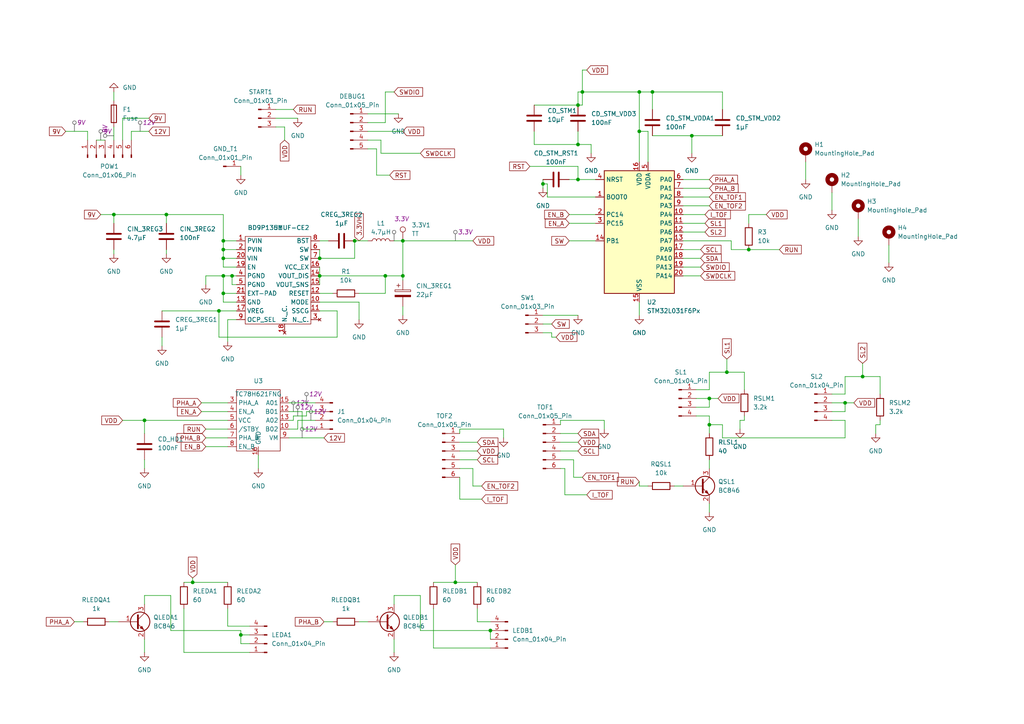
<source format=kicad_sch>
(kicad_sch (version 20230121) (generator eeschema)

  (uuid 2c2da047-6ca4-4c94-824e-a578c030205d)

  (paper "A4")

  (lib_symbols
    (symbol "Connector:Conn_01x01_Pin" (pin_names (offset 1.016) hide) (in_bom yes) (on_board yes)
      (property "Reference" "J" (at 0 2.54 0)
        (effects (font (size 1.27 1.27)))
      )
      (property "Value" "Conn_01x01_Pin" (at 0 -2.54 0)
        (effects (font (size 1.27 1.27)))
      )
      (property "Footprint" "" (at 0 0 0)
        (effects (font (size 1.27 1.27)) hide)
      )
      (property "Datasheet" "~" (at 0 0 0)
        (effects (font (size 1.27 1.27)) hide)
      )
      (property "ki_locked" "" (at 0 0 0)
        (effects (font (size 1.27 1.27)))
      )
      (property "ki_keywords" "connector" (at 0 0 0)
        (effects (font (size 1.27 1.27)) hide)
      )
      (property "ki_description" "Generic connector, single row, 01x01, script generated" (at 0 0 0)
        (effects (font (size 1.27 1.27)) hide)
      )
      (property "ki_fp_filters" "Connector*:*_1x??_*" (at 0 0 0)
        (effects (font (size 1.27 1.27)) hide)
      )
      (symbol "Conn_01x01_Pin_1_1"
        (polyline
          (pts
            (xy 1.27 0)
            (xy 0.8636 0)
          )
          (stroke (width 0.1524) (type default))
          (fill (type none))
        )
        (rectangle (start 0.8636 0.127) (end 0 -0.127)
          (stroke (width 0.1524) (type default))
          (fill (type outline))
        )
        (pin passive line (at 5.08 0 180) (length 3.81)
          (name "Pin_1" (effects (font (size 1.27 1.27))))
          (number "1" (effects (font (size 1.27 1.27))))
        )
      )
    )
    (symbol "Connector:Conn_01x03_Pin" (pin_names (offset 1.016) hide) (in_bom yes) (on_board yes)
      (property "Reference" "J" (at 0 5.08 0)
        (effects (font (size 1.27 1.27)))
      )
      (property "Value" "Conn_01x03_Pin" (at 0 -5.08 0)
        (effects (font (size 1.27 1.27)))
      )
      (property "Footprint" "" (at 0 0 0)
        (effects (font (size 1.27 1.27)) hide)
      )
      (property "Datasheet" "~" (at 0 0 0)
        (effects (font (size 1.27 1.27)) hide)
      )
      (property "ki_locked" "" (at 0 0 0)
        (effects (font (size 1.27 1.27)))
      )
      (property "ki_keywords" "connector" (at 0 0 0)
        (effects (font (size 1.27 1.27)) hide)
      )
      (property "ki_description" "Generic connector, single row, 01x03, script generated" (at 0 0 0)
        (effects (font (size 1.27 1.27)) hide)
      )
      (property "ki_fp_filters" "Connector*:*_1x??_*" (at 0 0 0)
        (effects (font (size 1.27 1.27)) hide)
      )
      (symbol "Conn_01x03_Pin_1_1"
        (polyline
          (pts
            (xy 1.27 -2.54)
            (xy 0.8636 -2.54)
          )
          (stroke (width 0.1524) (type default))
          (fill (type none))
        )
        (polyline
          (pts
            (xy 1.27 0)
            (xy 0.8636 0)
          )
          (stroke (width 0.1524) (type default))
          (fill (type none))
        )
        (polyline
          (pts
            (xy 1.27 2.54)
            (xy 0.8636 2.54)
          )
          (stroke (width 0.1524) (type default))
          (fill (type none))
        )
        (rectangle (start 0.8636 -2.413) (end 0 -2.667)
          (stroke (width 0.1524) (type default))
          (fill (type outline))
        )
        (rectangle (start 0.8636 0.127) (end 0 -0.127)
          (stroke (width 0.1524) (type default))
          (fill (type outline))
        )
        (rectangle (start 0.8636 2.667) (end 0 2.413)
          (stroke (width 0.1524) (type default))
          (fill (type outline))
        )
        (pin passive line (at 5.08 2.54 180) (length 3.81)
          (name "Pin_1" (effects (font (size 1.27 1.27))))
          (number "1" (effects (font (size 1.27 1.27))))
        )
        (pin passive line (at 5.08 0 180) (length 3.81)
          (name "Pin_2" (effects (font (size 1.27 1.27))))
          (number "2" (effects (font (size 1.27 1.27))))
        )
        (pin passive line (at 5.08 -2.54 180) (length 3.81)
          (name "Pin_3" (effects (font (size 1.27 1.27))))
          (number "3" (effects (font (size 1.27 1.27))))
        )
      )
    )
    (symbol "Connector:Conn_01x04_Pin" (pin_names (offset 1.016) hide) (in_bom yes) (on_board yes)
      (property "Reference" "J" (at 0 5.08 0)
        (effects (font (size 1.27 1.27)))
      )
      (property "Value" "Conn_01x04_Pin" (at 0 -7.62 0)
        (effects (font (size 1.27 1.27)))
      )
      (property "Footprint" "" (at 0 0 0)
        (effects (font (size 1.27 1.27)) hide)
      )
      (property "Datasheet" "~" (at 0 0 0)
        (effects (font (size 1.27 1.27)) hide)
      )
      (property "ki_locked" "" (at 0 0 0)
        (effects (font (size 1.27 1.27)))
      )
      (property "ki_keywords" "connector" (at 0 0 0)
        (effects (font (size 1.27 1.27)) hide)
      )
      (property "ki_description" "Generic connector, single row, 01x04, script generated" (at 0 0 0)
        (effects (font (size 1.27 1.27)) hide)
      )
      (property "ki_fp_filters" "Connector*:*_1x??_*" (at 0 0 0)
        (effects (font (size 1.27 1.27)) hide)
      )
      (symbol "Conn_01x04_Pin_1_1"
        (polyline
          (pts
            (xy 1.27 -5.08)
            (xy 0.8636 -5.08)
          )
          (stroke (width 0.1524) (type default))
          (fill (type none))
        )
        (polyline
          (pts
            (xy 1.27 -2.54)
            (xy 0.8636 -2.54)
          )
          (stroke (width 0.1524) (type default))
          (fill (type none))
        )
        (polyline
          (pts
            (xy 1.27 0)
            (xy 0.8636 0)
          )
          (stroke (width 0.1524) (type default))
          (fill (type none))
        )
        (polyline
          (pts
            (xy 1.27 2.54)
            (xy 0.8636 2.54)
          )
          (stroke (width 0.1524) (type default))
          (fill (type none))
        )
        (rectangle (start 0.8636 -4.953) (end 0 -5.207)
          (stroke (width 0.1524) (type default))
          (fill (type outline))
        )
        (rectangle (start 0.8636 -2.413) (end 0 -2.667)
          (stroke (width 0.1524) (type default))
          (fill (type outline))
        )
        (rectangle (start 0.8636 0.127) (end 0 -0.127)
          (stroke (width 0.1524) (type default))
          (fill (type outline))
        )
        (rectangle (start 0.8636 2.667) (end 0 2.413)
          (stroke (width 0.1524) (type default))
          (fill (type outline))
        )
        (pin passive line (at 5.08 2.54 180) (length 3.81)
          (name "Pin_1" (effects (font (size 1.27 1.27))))
          (number "1" (effects (font (size 1.27 1.27))))
        )
        (pin passive line (at 5.08 0 180) (length 3.81)
          (name "Pin_2" (effects (font (size 1.27 1.27))))
          (number "2" (effects (font (size 1.27 1.27))))
        )
        (pin passive line (at 5.08 -2.54 180) (length 3.81)
          (name "Pin_3" (effects (font (size 1.27 1.27))))
          (number "3" (effects (font (size 1.27 1.27))))
        )
        (pin passive line (at 5.08 -5.08 180) (length 3.81)
          (name "Pin_4" (effects (font (size 1.27 1.27))))
          (number "4" (effects (font (size 1.27 1.27))))
        )
      )
    )
    (symbol "Connector:Conn_01x05_Pin" (pin_names (offset 1.016) hide) (in_bom yes) (on_board yes)
      (property "Reference" "J" (at 0 7.62 0)
        (effects (font (size 1.27 1.27)))
      )
      (property "Value" "Conn_01x05_Pin" (at 0 -7.62 0)
        (effects (font (size 1.27 1.27)))
      )
      (property "Footprint" "" (at 0 0 0)
        (effects (font (size 1.27 1.27)) hide)
      )
      (property "Datasheet" "~" (at 0 0 0)
        (effects (font (size 1.27 1.27)) hide)
      )
      (property "ki_locked" "" (at 0 0 0)
        (effects (font (size 1.27 1.27)))
      )
      (property "ki_keywords" "connector" (at 0 0 0)
        (effects (font (size 1.27 1.27)) hide)
      )
      (property "ki_description" "Generic connector, single row, 01x05, script generated" (at 0 0 0)
        (effects (font (size 1.27 1.27)) hide)
      )
      (property "ki_fp_filters" "Connector*:*_1x??_*" (at 0 0 0)
        (effects (font (size 1.27 1.27)) hide)
      )
      (symbol "Conn_01x05_Pin_1_1"
        (polyline
          (pts
            (xy 1.27 -5.08)
            (xy 0.8636 -5.08)
          )
          (stroke (width 0.1524) (type default))
          (fill (type none))
        )
        (polyline
          (pts
            (xy 1.27 -2.54)
            (xy 0.8636 -2.54)
          )
          (stroke (width 0.1524) (type default))
          (fill (type none))
        )
        (polyline
          (pts
            (xy 1.27 0)
            (xy 0.8636 0)
          )
          (stroke (width 0.1524) (type default))
          (fill (type none))
        )
        (polyline
          (pts
            (xy 1.27 2.54)
            (xy 0.8636 2.54)
          )
          (stroke (width 0.1524) (type default))
          (fill (type none))
        )
        (polyline
          (pts
            (xy 1.27 5.08)
            (xy 0.8636 5.08)
          )
          (stroke (width 0.1524) (type default))
          (fill (type none))
        )
        (rectangle (start 0.8636 -4.953) (end 0 -5.207)
          (stroke (width 0.1524) (type default))
          (fill (type outline))
        )
        (rectangle (start 0.8636 -2.413) (end 0 -2.667)
          (stroke (width 0.1524) (type default))
          (fill (type outline))
        )
        (rectangle (start 0.8636 0.127) (end 0 -0.127)
          (stroke (width 0.1524) (type default))
          (fill (type outline))
        )
        (rectangle (start 0.8636 2.667) (end 0 2.413)
          (stroke (width 0.1524) (type default))
          (fill (type outline))
        )
        (rectangle (start 0.8636 5.207) (end 0 4.953)
          (stroke (width 0.1524) (type default))
          (fill (type outline))
        )
        (pin passive line (at 5.08 5.08 180) (length 3.81)
          (name "Pin_1" (effects (font (size 1.27 1.27))))
          (number "1" (effects (font (size 1.27 1.27))))
        )
        (pin passive line (at 5.08 2.54 180) (length 3.81)
          (name "Pin_2" (effects (font (size 1.27 1.27))))
          (number "2" (effects (font (size 1.27 1.27))))
        )
        (pin passive line (at 5.08 0 180) (length 3.81)
          (name "Pin_3" (effects (font (size 1.27 1.27))))
          (number "3" (effects (font (size 1.27 1.27))))
        )
        (pin passive line (at 5.08 -2.54 180) (length 3.81)
          (name "Pin_4" (effects (font (size 1.27 1.27))))
          (number "4" (effects (font (size 1.27 1.27))))
        )
        (pin passive line (at 5.08 -5.08 180) (length 3.81)
          (name "Pin_5" (effects (font (size 1.27 1.27))))
          (number "5" (effects (font (size 1.27 1.27))))
        )
      )
    )
    (symbol "Connector:Conn_01x06_Pin" (pin_names (offset 1.016) hide) (in_bom yes) (on_board yes)
      (property "Reference" "J" (at 0 7.62 0)
        (effects (font (size 1.27 1.27)))
      )
      (property "Value" "Conn_01x06_Pin" (at 0 -10.16 0)
        (effects (font (size 1.27 1.27)))
      )
      (property "Footprint" "" (at 0 0 0)
        (effects (font (size 1.27 1.27)) hide)
      )
      (property "Datasheet" "~" (at 0 0 0)
        (effects (font (size 1.27 1.27)) hide)
      )
      (property "ki_locked" "" (at 0 0 0)
        (effects (font (size 1.27 1.27)))
      )
      (property "ki_keywords" "connector" (at 0 0 0)
        (effects (font (size 1.27 1.27)) hide)
      )
      (property "ki_description" "Generic connector, single row, 01x06, script generated" (at 0 0 0)
        (effects (font (size 1.27 1.27)) hide)
      )
      (property "ki_fp_filters" "Connector*:*_1x??_*" (at 0 0 0)
        (effects (font (size 1.27 1.27)) hide)
      )
      (symbol "Conn_01x06_Pin_1_1"
        (polyline
          (pts
            (xy 1.27 -7.62)
            (xy 0.8636 -7.62)
          )
          (stroke (width 0.1524) (type default))
          (fill (type none))
        )
        (polyline
          (pts
            (xy 1.27 -5.08)
            (xy 0.8636 -5.08)
          )
          (stroke (width 0.1524) (type default))
          (fill (type none))
        )
        (polyline
          (pts
            (xy 1.27 -2.54)
            (xy 0.8636 -2.54)
          )
          (stroke (width 0.1524) (type default))
          (fill (type none))
        )
        (polyline
          (pts
            (xy 1.27 0)
            (xy 0.8636 0)
          )
          (stroke (width 0.1524) (type default))
          (fill (type none))
        )
        (polyline
          (pts
            (xy 1.27 2.54)
            (xy 0.8636 2.54)
          )
          (stroke (width 0.1524) (type default))
          (fill (type none))
        )
        (polyline
          (pts
            (xy 1.27 5.08)
            (xy 0.8636 5.08)
          )
          (stroke (width 0.1524) (type default))
          (fill (type none))
        )
        (rectangle (start 0.8636 -7.493) (end 0 -7.747)
          (stroke (width 0.1524) (type default))
          (fill (type outline))
        )
        (rectangle (start 0.8636 -4.953) (end 0 -5.207)
          (stroke (width 0.1524) (type default))
          (fill (type outline))
        )
        (rectangle (start 0.8636 -2.413) (end 0 -2.667)
          (stroke (width 0.1524) (type default))
          (fill (type outline))
        )
        (rectangle (start 0.8636 0.127) (end 0 -0.127)
          (stroke (width 0.1524) (type default))
          (fill (type outline))
        )
        (rectangle (start 0.8636 2.667) (end 0 2.413)
          (stroke (width 0.1524) (type default))
          (fill (type outline))
        )
        (rectangle (start 0.8636 5.207) (end 0 4.953)
          (stroke (width 0.1524) (type default))
          (fill (type outline))
        )
        (pin passive line (at 5.08 5.08 180) (length 3.81)
          (name "Pin_1" (effects (font (size 1.27 1.27))))
          (number "1" (effects (font (size 1.27 1.27))))
        )
        (pin passive line (at 5.08 2.54 180) (length 3.81)
          (name "Pin_2" (effects (font (size 1.27 1.27))))
          (number "2" (effects (font (size 1.27 1.27))))
        )
        (pin passive line (at 5.08 0 180) (length 3.81)
          (name "Pin_3" (effects (font (size 1.27 1.27))))
          (number "3" (effects (font (size 1.27 1.27))))
        )
        (pin passive line (at 5.08 -2.54 180) (length 3.81)
          (name "Pin_4" (effects (font (size 1.27 1.27))))
          (number "4" (effects (font (size 1.27 1.27))))
        )
        (pin passive line (at 5.08 -5.08 180) (length 3.81)
          (name "Pin_5" (effects (font (size 1.27 1.27))))
          (number "5" (effects (font (size 1.27 1.27))))
        )
        (pin passive line (at 5.08 -7.62 180) (length 3.81)
          (name "Pin_6" (effects (font (size 1.27 1.27))))
          (number "6" (effects (font (size 1.27 1.27))))
        )
      )
    )
    (symbol "Connector:TestPoint" (pin_numbers hide) (pin_names (offset 0.762) hide) (in_bom yes) (on_board yes)
      (property "Reference" "TP" (at 0 6.858 0)
        (effects (font (size 1.27 1.27)))
      )
      (property "Value" "TestPoint" (at 0 5.08 0)
        (effects (font (size 1.27 1.27)))
      )
      (property "Footprint" "" (at 5.08 0 0)
        (effects (font (size 1.27 1.27)) hide)
      )
      (property "Datasheet" "~" (at 5.08 0 0)
        (effects (font (size 1.27 1.27)) hide)
      )
      (property "ki_keywords" "test point tp" (at 0 0 0)
        (effects (font (size 1.27 1.27)) hide)
      )
      (property "ki_description" "test point" (at 0 0 0)
        (effects (font (size 1.27 1.27)) hide)
      )
      (property "ki_fp_filters" "Pin* Test*" (at 0 0 0)
        (effects (font (size 1.27 1.27)) hide)
      )
      (symbol "TestPoint_0_1"
        (circle (center 0 3.302) (radius 0.762)
          (stroke (width 0) (type default))
          (fill (type none))
        )
      )
      (symbol "TestPoint_1_1"
        (pin passive line (at 0 0 90) (length 2.54)
          (name "1" (effects (font (size 1.27 1.27))))
          (number "1" (effects (font (size 1.27 1.27))))
        )
      )
    )
    (symbol "Device:C" (pin_numbers hide) (pin_names (offset 0.254)) (in_bom yes) (on_board yes)
      (property "Reference" "C" (at 0.635 2.54 0)
        (effects (font (size 1.27 1.27)) (justify left))
      )
      (property "Value" "C" (at 0.635 -2.54 0)
        (effects (font (size 1.27 1.27)) (justify left))
      )
      (property "Footprint" "" (at 0.9652 -3.81 0)
        (effects (font (size 1.27 1.27)) hide)
      )
      (property "Datasheet" "~" (at 0 0 0)
        (effects (font (size 1.27 1.27)) hide)
      )
      (property "ki_keywords" "cap capacitor" (at 0 0 0)
        (effects (font (size 1.27 1.27)) hide)
      )
      (property "ki_description" "Unpolarized capacitor" (at 0 0 0)
        (effects (font (size 1.27 1.27)) hide)
      )
      (property "ki_fp_filters" "C_*" (at 0 0 0)
        (effects (font (size 1.27 1.27)) hide)
      )
      (symbol "C_0_1"
        (polyline
          (pts
            (xy -2.032 -0.762)
            (xy 2.032 -0.762)
          )
          (stroke (width 0.508) (type default))
          (fill (type none))
        )
        (polyline
          (pts
            (xy -2.032 0.762)
            (xy 2.032 0.762)
          )
          (stroke (width 0.508) (type default))
          (fill (type none))
        )
      )
      (symbol "C_1_1"
        (pin passive line (at 0 3.81 270) (length 2.794)
          (name "~" (effects (font (size 1.27 1.27))))
          (number "1" (effects (font (size 1.27 1.27))))
        )
        (pin passive line (at 0 -3.81 90) (length 2.794)
          (name "~" (effects (font (size 1.27 1.27))))
          (number "2" (effects (font (size 1.27 1.27))))
        )
      )
    )
    (symbol "Device:C_Polarized" (pin_numbers hide) (pin_names (offset 0.254)) (in_bom yes) (on_board yes)
      (property "Reference" "C" (at 0.635 2.54 0)
        (effects (font (size 1.27 1.27)) (justify left))
      )
      (property "Value" "C_Polarized" (at 0.635 -2.54 0)
        (effects (font (size 1.27 1.27)) (justify left))
      )
      (property "Footprint" "" (at 0.9652 -3.81 0)
        (effects (font (size 1.27 1.27)) hide)
      )
      (property "Datasheet" "~" (at 0 0 0)
        (effects (font (size 1.27 1.27)) hide)
      )
      (property "ki_keywords" "cap capacitor" (at 0 0 0)
        (effects (font (size 1.27 1.27)) hide)
      )
      (property "ki_description" "Polarized capacitor" (at 0 0 0)
        (effects (font (size 1.27 1.27)) hide)
      )
      (property "ki_fp_filters" "CP_*" (at 0 0 0)
        (effects (font (size 1.27 1.27)) hide)
      )
      (symbol "C_Polarized_0_1"
        (rectangle (start -2.286 0.508) (end 2.286 1.016)
          (stroke (width 0) (type default))
          (fill (type none))
        )
        (polyline
          (pts
            (xy -1.778 2.286)
            (xy -0.762 2.286)
          )
          (stroke (width 0) (type default))
          (fill (type none))
        )
        (polyline
          (pts
            (xy -1.27 2.794)
            (xy -1.27 1.778)
          )
          (stroke (width 0) (type default))
          (fill (type none))
        )
        (rectangle (start 2.286 -0.508) (end -2.286 -1.016)
          (stroke (width 0) (type default))
          (fill (type outline))
        )
      )
      (symbol "C_Polarized_1_1"
        (pin passive line (at 0 3.81 270) (length 2.794)
          (name "~" (effects (font (size 1.27 1.27))))
          (number "1" (effects (font (size 1.27 1.27))))
        )
        (pin passive line (at 0 -3.81 90) (length 2.794)
          (name "~" (effects (font (size 1.27 1.27))))
          (number "2" (effects (font (size 1.27 1.27))))
        )
      )
    )
    (symbol "Device:Fuse" (pin_numbers hide) (pin_names (offset 0)) (in_bom yes) (on_board yes)
      (property "Reference" "F" (at 2.032 0 90)
        (effects (font (size 1.27 1.27)))
      )
      (property "Value" "Fuse" (at -1.905 0 90)
        (effects (font (size 1.27 1.27)))
      )
      (property "Footprint" "" (at -1.778 0 90)
        (effects (font (size 1.27 1.27)) hide)
      )
      (property "Datasheet" "~" (at 0 0 0)
        (effects (font (size 1.27 1.27)) hide)
      )
      (property "ki_keywords" "fuse" (at 0 0 0)
        (effects (font (size 1.27 1.27)) hide)
      )
      (property "ki_description" "Fuse" (at 0 0 0)
        (effects (font (size 1.27 1.27)) hide)
      )
      (property "ki_fp_filters" "*Fuse*" (at 0 0 0)
        (effects (font (size 1.27 1.27)) hide)
      )
      (symbol "Fuse_0_1"
        (rectangle (start -0.762 -2.54) (end 0.762 2.54)
          (stroke (width 0.254) (type default))
          (fill (type none))
        )
        (polyline
          (pts
            (xy 0 2.54)
            (xy 0 -2.54)
          )
          (stroke (width 0) (type default))
          (fill (type none))
        )
      )
      (symbol "Fuse_1_1"
        (pin passive line (at 0 3.81 270) (length 1.27)
          (name "~" (effects (font (size 1.27 1.27))))
          (number "1" (effects (font (size 1.27 1.27))))
        )
        (pin passive line (at 0 -3.81 90) (length 1.27)
          (name "~" (effects (font (size 1.27 1.27))))
          (number "2" (effects (font (size 1.27 1.27))))
        )
      )
    )
    (symbol "Device:L" (pin_numbers hide) (pin_names (offset 1.016) hide) (in_bom yes) (on_board yes)
      (property "Reference" "L" (at -1.27 0 90)
        (effects (font (size 1.27 1.27)))
      )
      (property "Value" "L" (at 1.905 0 90)
        (effects (font (size 1.27 1.27)))
      )
      (property "Footprint" "" (at 0 0 0)
        (effects (font (size 1.27 1.27)) hide)
      )
      (property "Datasheet" "~" (at 0 0 0)
        (effects (font (size 1.27 1.27)) hide)
      )
      (property "ki_keywords" "inductor choke coil reactor magnetic" (at 0 0 0)
        (effects (font (size 1.27 1.27)) hide)
      )
      (property "ki_description" "Inductor" (at 0 0 0)
        (effects (font (size 1.27 1.27)) hide)
      )
      (property "ki_fp_filters" "Choke_* *Coil* Inductor_* L_*" (at 0 0 0)
        (effects (font (size 1.27 1.27)) hide)
      )
      (symbol "L_0_1"
        (arc (start 0 -2.54) (mid 0.6323 -1.905) (end 0 -1.27)
          (stroke (width 0) (type default))
          (fill (type none))
        )
        (arc (start 0 -1.27) (mid 0.6323 -0.635) (end 0 0)
          (stroke (width 0) (type default))
          (fill (type none))
        )
        (arc (start 0 0) (mid 0.6323 0.635) (end 0 1.27)
          (stroke (width 0) (type default))
          (fill (type none))
        )
        (arc (start 0 1.27) (mid 0.6323 1.905) (end 0 2.54)
          (stroke (width 0) (type default))
          (fill (type none))
        )
      )
      (symbol "L_1_1"
        (pin passive line (at 0 3.81 270) (length 1.27)
          (name "1" (effects (font (size 1.27 1.27))))
          (number "1" (effects (font (size 1.27 1.27))))
        )
        (pin passive line (at 0 -3.81 90) (length 1.27)
          (name "2" (effects (font (size 1.27 1.27))))
          (number "2" (effects (font (size 1.27 1.27))))
        )
      )
    )
    (symbol "Device:R" (pin_numbers hide) (pin_names (offset 0)) (in_bom yes) (on_board yes)
      (property "Reference" "R" (at 2.032 0 90)
        (effects (font (size 1.27 1.27)))
      )
      (property "Value" "R" (at 0 0 90)
        (effects (font (size 1.27 1.27)))
      )
      (property "Footprint" "" (at -1.778 0 90)
        (effects (font (size 1.27 1.27)) hide)
      )
      (property "Datasheet" "~" (at 0 0 0)
        (effects (font (size 1.27 1.27)) hide)
      )
      (property "ki_keywords" "R res resistor" (at 0 0 0)
        (effects (font (size 1.27 1.27)) hide)
      )
      (property "ki_description" "Resistor" (at 0 0 0)
        (effects (font (size 1.27 1.27)) hide)
      )
      (property "ki_fp_filters" "R_*" (at 0 0 0)
        (effects (font (size 1.27 1.27)) hide)
      )
      (symbol "R_0_1"
        (rectangle (start -1.016 -2.54) (end 1.016 2.54)
          (stroke (width 0.254) (type default))
          (fill (type none))
        )
      )
      (symbol "R_1_1"
        (pin passive line (at 0 3.81 270) (length 1.27)
          (name "~" (effects (font (size 1.27 1.27))))
          (number "1" (effects (font (size 1.27 1.27))))
        )
        (pin passive line (at 0 -3.81 90) (length 1.27)
          (name "~" (effects (font (size 1.27 1.27))))
          (number "2" (effects (font (size 1.27 1.27))))
        )
      )
    )
    (symbol "MCU_ST_STM32L0:STM32L031F6Px" (in_bom yes) (on_board yes)
      (property "Reference" "U" (at -10.16 19.05 0)
        (effects (font (size 1.27 1.27)) (justify left))
      )
      (property "Value" "STM32L031F6Px" (at 5.08 19.05 0)
        (effects (font (size 1.27 1.27)) (justify left))
      )
      (property "Footprint" "Package_SO:TSSOP-20_4.4x6.5mm_P0.65mm" (at -10.16 -17.78 0)
        (effects (font (size 1.27 1.27)) (justify right) hide)
      )
      (property "Datasheet" "https://www.st.com/resource/en/datasheet/stm32l031f6.pdf" (at 0 0 0)
        (effects (font (size 1.27 1.27)) hide)
      )
      (property "ki_locked" "" (at 0 0 0)
        (effects (font (size 1.27 1.27)))
      )
      (property "ki_keywords" "Arm Cortex-M0+ STM32L0 STM32L0x1" (at 0 0 0)
        (effects (font (size 1.27 1.27)) hide)
      )
      (property "ki_description" "STMicroelectronics Arm Cortex-M0+ MCU, 32KB flash, 8KB RAM, 32 MHz, 1.65-3.6V, 15 GPIO, TSSOP20" (at 0 0 0)
        (effects (font (size 1.27 1.27)) hide)
      )
      (property "ki_fp_filters" "TSSOP*4.4x6.5mm*P0.65mm*" (at 0 0 0)
        (effects (font (size 1.27 1.27)) hide)
      )
      (symbol "STM32L031F6Px_0_1"
        (rectangle (start -10.16 -17.78) (end 10.16 17.78)
          (stroke (width 0.254) (type default))
          (fill (type background))
        )
      )
      (symbol "STM32L031F6Px_1_1"
        (pin input line (at -12.7 10.16 0) (length 2.54)
          (name "BOOT0" (effects (font (size 1.27 1.27))))
          (number "1" (effects (font (size 1.27 1.27))))
        )
        (pin bidirectional line (at 12.7 5.08 180) (length 2.54)
          (name "PA4" (effects (font (size 1.27 1.27))))
          (number "10" (effects (font (size 1.27 1.27))))
          (alternate "ADC_IN4" bidirectional line)
          (alternate "COMP1_INM" bidirectional line)
          (alternate "COMP2_INM" bidirectional line)
          (alternate "LPTIM1_IN1" bidirectional line)
          (alternate "SPI1_NSS" bidirectional line)
          (alternate "TIM22_ETR" bidirectional line)
          (alternate "USART2_CK" bidirectional line)
        )
        (pin bidirectional line (at 12.7 2.54 180) (length 2.54)
          (name "PA5" (effects (font (size 1.27 1.27))))
          (number "11" (effects (font (size 1.27 1.27))))
          (alternate "ADC_IN5" bidirectional line)
          (alternate "COMP1_INM" bidirectional line)
          (alternate "COMP2_INM" bidirectional line)
          (alternate "LPTIM1_IN2" bidirectional line)
          (alternate "SPI1_SCK" bidirectional line)
          (alternate "TIM2_CH1" bidirectional line)
          (alternate "TIM2_ETR" bidirectional line)
        )
        (pin bidirectional line (at 12.7 0 180) (length 2.54)
          (name "PA6" (effects (font (size 1.27 1.27))))
          (number "12" (effects (font (size 1.27 1.27))))
          (alternate "ADC_IN6" bidirectional line)
          (alternate "COMP1_OUT" bidirectional line)
          (alternate "LPTIM1_ETR" bidirectional line)
          (alternate "LPUART1_CTS" bidirectional line)
          (alternate "SPI1_MISO" bidirectional line)
          (alternate "TIM22_CH1" bidirectional line)
        )
        (pin bidirectional line (at 12.7 -2.54 180) (length 2.54)
          (name "PA7" (effects (font (size 1.27 1.27))))
          (number "13" (effects (font (size 1.27 1.27))))
          (alternate "ADC_IN7" bidirectional line)
          (alternate "COMP2_OUT" bidirectional line)
          (alternate "LPTIM1_OUT" bidirectional line)
          (alternate "SPI1_MOSI" bidirectional line)
          (alternate "TIM22_CH2" bidirectional line)
          (alternate "USART2_CTS" bidirectional line)
        )
        (pin bidirectional line (at -12.7 -2.54 0) (length 2.54)
          (name "PB1" (effects (font (size 1.27 1.27))))
          (number "14" (effects (font (size 1.27 1.27))))
          (alternate "ADC_IN9" bidirectional line)
          (alternate "LPUART1_DE" bidirectional line)
          (alternate "LPUART1_RTS" bidirectional line)
          (alternate "SPI1_MOSI" bidirectional line)
          (alternate "SYS_VREF_OUT_PB1" bidirectional line)
          (alternate "TIM2_CH4" bidirectional line)
          (alternate "USART2_CK" bidirectional line)
        )
        (pin power_in line (at 0 -20.32 90) (length 2.54)
          (name "VSS" (effects (font (size 1.27 1.27))))
          (number "15" (effects (font (size 1.27 1.27))))
        )
        (pin power_in line (at 0 20.32 270) (length 2.54)
          (name "VDD" (effects (font (size 1.27 1.27))))
          (number "16" (effects (font (size 1.27 1.27))))
        )
        (pin bidirectional line (at 12.7 -5.08 180) (length 2.54)
          (name "PA9" (effects (font (size 1.27 1.27))))
          (number "17" (effects (font (size 1.27 1.27))))
          (alternate "I2C1_SCL" bidirectional line)
          (alternate "RCC_MCO" bidirectional line)
          (alternate "TIM22_CH1" bidirectional line)
          (alternate "USART2_TX" bidirectional line)
        )
        (pin bidirectional line (at 12.7 -7.62 180) (length 2.54)
          (name "PA10" (effects (font (size 1.27 1.27))))
          (number "18" (effects (font (size 1.27 1.27))))
          (alternate "I2C1_SDA" bidirectional line)
          (alternate "TIM22_CH2" bidirectional line)
          (alternate "USART2_RX" bidirectional line)
        )
        (pin bidirectional line (at 12.7 -10.16 180) (length 2.54)
          (name "PA13" (effects (font (size 1.27 1.27))))
          (number "19" (effects (font (size 1.27 1.27))))
          (alternate "LPTIM1_ETR" bidirectional line)
          (alternate "LPUART1_RX" bidirectional line)
          (alternate "SYS_SWDIO" bidirectional line)
        )
        (pin bidirectional line (at -12.7 5.08 0) (length 2.54)
          (name "PC14" (effects (font (size 1.27 1.27))))
          (number "2" (effects (font (size 1.27 1.27))))
          (alternate "RCC_OSC32_IN" bidirectional line)
        )
        (pin bidirectional line (at 12.7 -12.7 180) (length 2.54)
          (name "PA14" (effects (font (size 1.27 1.27))))
          (number "20" (effects (font (size 1.27 1.27))))
          (alternate "I2C1_SMBA" bidirectional line)
          (alternate "LPTIM1_OUT" bidirectional line)
          (alternate "LPUART1_TX" bidirectional line)
          (alternate "SYS_SWCLK" bidirectional line)
          (alternate "USART2_TX" bidirectional line)
        )
        (pin bidirectional line (at -12.7 2.54 0) (length 2.54)
          (name "PC15" (effects (font (size 1.27 1.27))))
          (number "3" (effects (font (size 1.27 1.27))))
          (alternate "RCC_OSC32_OUT" bidirectional line)
        )
        (pin input line (at -12.7 15.24 0) (length 2.54)
          (name "NRST" (effects (font (size 1.27 1.27))))
          (number "4" (effects (font (size 1.27 1.27))))
        )
        (pin power_in line (at 2.54 20.32 270) (length 2.54)
          (name "VDDA" (effects (font (size 1.27 1.27))))
          (number "5" (effects (font (size 1.27 1.27))))
        )
        (pin bidirectional line (at 12.7 15.24 180) (length 2.54)
          (name "PA0" (effects (font (size 1.27 1.27))))
          (number "6" (effects (font (size 1.27 1.27))))
          (alternate "ADC_IN0" bidirectional line)
          (alternate "COMP1_INM" bidirectional line)
          (alternate "COMP1_OUT" bidirectional line)
          (alternate "LPTIM1_IN1" bidirectional line)
          (alternate "RCC_CK_IN" bidirectional line)
          (alternate "RTC_TAMP2" bidirectional line)
          (alternate "SYS_WKUP1" bidirectional line)
          (alternate "TIM2_CH1" bidirectional line)
          (alternate "TIM2_ETR" bidirectional line)
          (alternate "USART2_CTS" bidirectional line)
        )
        (pin bidirectional line (at 12.7 12.7 180) (length 2.54)
          (name "PA1" (effects (font (size 1.27 1.27))))
          (number "7" (effects (font (size 1.27 1.27))))
          (alternate "ADC_IN1" bidirectional line)
          (alternate "COMP1_INP" bidirectional line)
          (alternate "I2C1_SMBA" bidirectional line)
          (alternate "LPTIM1_IN2" bidirectional line)
          (alternate "TIM21_ETR" bidirectional line)
          (alternate "TIM2_CH2" bidirectional line)
          (alternate "USART2_DE" bidirectional line)
          (alternate "USART2_RTS" bidirectional line)
        )
        (pin bidirectional line (at 12.7 10.16 180) (length 2.54)
          (name "PA2" (effects (font (size 1.27 1.27))))
          (number "8" (effects (font (size 1.27 1.27))))
          (alternate "ADC_IN2" bidirectional line)
          (alternate "COMP2_INM" bidirectional line)
          (alternate "COMP2_OUT" bidirectional line)
          (alternate "LPUART1_TX" bidirectional line)
          (alternate "RTC_OUT_ALARM" bidirectional line)
          (alternate "RTC_OUT_CALIB" bidirectional line)
          (alternate "RTC_TAMP3" bidirectional line)
          (alternate "RTC_TS" bidirectional line)
          (alternate "SYS_WKUP3" bidirectional line)
          (alternate "TIM21_CH1" bidirectional line)
          (alternate "TIM2_CH3" bidirectional line)
          (alternate "USART2_TX" bidirectional line)
        )
        (pin bidirectional line (at 12.7 7.62 180) (length 2.54)
          (name "PA3" (effects (font (size 1.27 1.27))))
          (number "9" (effects (font (size 1.27 1.27))))
          (alternate "ADC_IN3" bidirectional line)
          (alternate "COMP2_INP" bidirectional line)
          (alternate "LPUART1_RX" bidirectional line)
          (alternate "TIM21_CH2" bidirectional line)
          (alternate "TIM2_CH4" bidirectional line)
          (alternate "USART2_RX" bidirectional line)
        )
      )
    )
    (symbol "Mechanical:MountingHole_Pad" (pin_numbers hide) (pin_names (offset 1.016) hide) (in_bom yes) (on_board yes)
      (property "Reference" "H" (at 0 6.35 0)
        (effects (font (size 1.27 1.27)))
      )
      (property "Value" "MountingHole_Pad" (at 0 4.445 0)
        (effects (font (size 1.27 1.27)))
      )
      (property "Footprint" "" (at 0 0 0)
        (effects (font (size 1.27 1.27)) hide)
      )
      (property "Datasheet" "~" (at 0 0 0)
        (effects (font (size 1.27 1.27)) hide)
      )
      (property "ki_keywords" "mounting hole" (at 0 0 0)
        (effects (font (size 1.27 1.27)) hide)
      )
      (property "ki_description" "Mounting Hole with connection" (at 0 0 0)
        (effects (font (size 1.27 1.27)) hide)
      )
      (property "ki_fp_filters" "MountingHole*Pad*" (at 0 0 0)
        (effects (font (size 1.27 1.27)) hide)
      )
      (symbol "MountingHole_Pad_0_1"
        (circle (center 0 1.27) (radius 1.27)
          (stroke (width 1.27) (type default))
          (fill (type none))
        )
      )
      (symbol "MountingHole_Pad_1_1"
        (pin input line (at 0 -2.54 90) (length 2.54)
          (name "1" (effects (font (size 1.27 1.27))))
          (number "1" (effects (font (size 1.27 1.27))))
        )
      )
    )
    (symbol "PAMI_lib:BD9P135MUF" (in_bom yes) (on_board yes)
      (property "Reference" "U" (at 0 -10.16 90)
        (effects (font (size 1.27 1.27)))
      )
      (property "Value" "" (at 0 0 0)
        (effects (font (size 1.27 1.27)))
      )
      (property "Footprint" "" (at 0 0 0)
        (effects (font (size 1.27 1.27)) hide)
      )
      (property "Datasheet" "" (at 0 0 0)
        (effects (font (size 1.27 1.27)) hide)
      )
      (symbol "BD9P135MUF_0_1"
        (rectangle (start -10.16 -2.54) (end 8.89 -27.94)
          (stroke (width 0) (type default))
          (fill (type none))
        )
      )
      (symbol "BD9P135MUF_1_1"
        (pin power_in line (at -12.7 -3.81 0) (length 2.54)
          (name "PVIN" (effects (font (size 1.27 1.27))))
          (number "1" (effects (font (size 1.27 1.27))))
        )
        (pin input line (at 11.43 -21.59 180) (length 2.54)
          (name "MODE" (effects (font (size 1.27 1.27))))
          (number "10" (effects (font (size 1.27 1.27))))
        )
        (pin input line (at 11.43 -24.13 180) (length 2.54)
          (name "SSCG" (effects (font (size 1.27 1.27))))
          (number "11" (effects (font (size 1.27 1.27))))
        )
        (pin input line (at 11.43 -19.05 180) (length 2.54)
          (name "RESET" (effects (font (size 1.27 1.27))))
          (number "12" (effects (font (size 1.27 1.27))))
        )
        (pin input line (at -12.7 -21.59 0) (length 2.54)
          (name "GND" (effects (font (size 1.27 1.27))))
          (number "13" (effects (font (size 1.27 1.27))))
        )
        (pin input line (at 11.43 -13.97 180) (length 2.54)
          (name "VOUT_DIS" (effects (font (size 1.27 1.27))))
          (number "14" (effects (font (size 1.27 1.27))))
        )
        (pin input line (at 11.43 -16.51 180) (length 2.54)
          (name "VOUT_SNS" (effects (font (size 1.27 1.27))))
          (number "15" (effects (font (size 1.27 1.27))))
        )
        (pin input line (at 11.43 -11.43 180) (length 2.54)
          (name "VCC_EX" (effects (font (size 1.27 1.27))))
          (number "16" (effects (font (size 1.27 1.27))))
        )
        (pin input line (at -12.7 -24.13 0) (length 2.54)
          (name "VREG" (effects (font (size 1.27 1.27))))
          (number "17" (effects (font (size 1.27 1.27))))
        )
        (pin no_connect line (at 1.27 -30.48 90) (length 2.54)
          (name "N._C." (effects (font (size 1.27 1.27))))
          (number "18" (effects (font (size 1.27 1.27))))
        )
        (pin input line (at -12.7 -11.43 0) (length 2.54)
          (name "EN" (effects (font (size 1.27 1.27))))
          (number "19" (effects (font (size 1.27 1.27))))
        )
        (pin power_in line (at -12.7 -6.35 0) (length 2.54)
          (name "PVIN" (effects (font (size 1.27 1.27))))
          (number "2" (effects (font (size 1.27 1.27))))
        )
        (pin input line (at -12.7 -8.89 0) (length 2.54)
          (name "VIN" (effects (font (size 1.27 1.27))))
          (number "20" (effects (font (size 1.27 1.27))))
        )
        (pin output line (at -12.7 -19.05 0) (length 2.54)
          (name "EXT-PAD" (effects (font (size 1.27 1.27))))
          (number "21" (effects (font (size 1.27 1.27))))
        )
        (pin no_connect line (at 11.43 -26.67 180) (length 2.54)
          (name "N._C." (effects (font (size 1.27 1.27))))
          (number "3" (effects (font (size 1.27 1.27))))
        )
        (pin power_in line (at -12.7 -13.97 0) (length 2.54)
          (name "PGND" (effects (font (size 1.27 1.27))))
          (number "4" (effects (font (size 1.27 1.27))))
        )
        (pin power_in line (at -12.7 -16.51 0) (length 2.54)
          (name "PGND" (effects (font (size 1.27 1.27))))
          (number "5" (effects (font (size 1.27 1.27))))
        )
        (pin output line (at 11.43 -6.35 180) (length 2.54)
          (name "SW" (effects (font (size 1.27 1.27))))
          (number "6" (effects (font (size 1.27 1.27))))
        )
        (pin power_out line (at 11.43 -8.89 180) (length 2.54)
          (name "SW" (effects (font (size 1.27 1.27))))
          (number "7" (effects (font (size 1.27 1.27))))
        )
        (pin bidirectional line (at 11.43 -3.81 180) (length 2.54)
          (name "BST" (effects (font (size 1.27 1.27))))
          (number "8" (effects (font (size 1.27 1.27))))
        )
        (pin input line (at -12.7 -26.67 0) (length 2.54)
          (name "OCP_SEL" (effects (font (size 1.27 1.27))))
          (number "9" (effects (font (size 1.27 1.27))))
        )
      )
    )
    (symbol "PAMI_lib:TC78H621FNG" (in_bom yes) (on_board yes)
      (property "Reference" "U" (at 0 0 0)
        (effects (font (size 1.27 1.27)))
      )
      (property "Value" "" (at 0 0 0)
        (effects (font (size 1.27 1.27)))
      )
      (property "Footprint" "" (at 0 0 0)
        (effects (font (size 1.27 1.27)) hide)
      )
      (property "Datasheet" "" (at 0 0 0)
        (effects (font (size 1.27 1.27)) hide)
      )
      (symbol "TC78H621FNG_0_1"
        (polyline
          (pts
            (xy -6.35 -16.51)
            (xy -6.35 1.27)
            (xy 6.35 1.27)
            (xy 6.35 -16.51)
            (xy -6.35 -16.51)
          )
          (stroke (width 0) (type default))
          (fill (type none))
        )
      )
      (symbol "TC78H621FNG_1_1"
        (pin no_connect line (at 3.81 -19.05 90) (length 2.54) hide
          (name "NC" (effects (font (size 1.27 1.27))))
          (number "1" (effects (font (size 1.27 1.27))))
        )
        (pin power_out line (at 8.89 -10.16 180) (length 2.54)
          (name "B02" (effects (font (size 1.27 1.27))))
          (number "10" (effects (font (size 1.27 1.27))))
        )
        (pin power_in line (at 0 -17.78 90) (length 2.54) hide
          (name "GND" (effects (font (size 1.27 1.27))))
          (number "11" (effects (font (size 1.27 1.27))))
        )
        (pin power_out line (at 8.89 -5.08 180) (length 2.54)
          (name "B01" (effects (font (size 1.27 1.27))))
          (number "12" (effects (font (size 1.27 1.27))))
        )
        (pin power_out line (at 8.89 -7.62 180) (length 2.54)
          (name "A02" (effects (font (size 1.27 1.27))))
          (number "13" (effects (font (size 1.27 1.27))))
        )
        (pin power_in line (at 0 -17.78 90) (length 2.54) hide
          (name "GND" (effects (font (size 1.27 1.27))))
          (number "14" (effects (font (size 1.27 1.27))))
        )
        (pin power_out line (at 8.89 -2.54 180) (length 2.54)
          (name "A01" (effects (font (size 1.27 1.27))))
          (number "15" (effects (font (size 1.27 1.27))))
        )
        (pin power_in line (at 0 -17.78 90) (length 2.54)
          (name "GND" (effects (font (size 1.27 1.27))))
          (number "16" (effects (font (size 1.27 1.27))))
        )
        (pin no_connect line (at 3.81 -19.05 90) (length 2.54) hide
          (name "NC" (effects (font (size 1.27 1.27))))
          (number "2" (effects (font (size 1.27 1.27))))
        )
        (pin input line (at -8.89 -2.54 0) (length 2.54)
          (name "PHA_A" (effects (font (size 1.27 1.27))))
          (number "3" (effects (font (size 1.27 1.27))))
        )
        (pin input line (at -8.89 -5.08 0) (length 2.54)
          (name "EN_A" (effects (font (size 1.27 1.27))))
          (number "4" (effects (font (size 1.27 1.27))))
        )
        (pin input line (at -8.89 -7.62 0) (length 2.54)
          (name "VCC" (effects (font (size 1.27 1.27))))
          (number "5" (effects (font (size 1.27 1.27))))
        )
        (pin input line (at -8.89 -10.16 0) (length 2.54)
          (name "/STBY" (effects (font (size 1.27 1.27))))
          (number "6" (effects (font (size 1.27 1.27))))
        )
        (pin input line (at -8.89 -12.7 0) (length 2.54)
          (name "PHA_B" (effects (font (size 1.27 1.27))))
          (number "7" (effects (font (size 1.27 1.27))))
        )
        (pin input line (at -8.89 -15.24 0) (length 2.54)
          (name "EN_B" (effects (font (size 1.27 1.27))))
          (number "8" (effects (font (size 1.27 1.27))))
        )
        (pin power_in line (at 8.89 -12.7 180) (length 2.54)
          (name "VM" (effects (font (size 1.27 1.27))))
          (number "9" (effects (font (size 1.27 1.27))))
        )
      )
    )
    (symbol "Transistor_BJT:BC846" (pin_names (offset 0) hide) (in_bom yes) (on_board yes)
      (property "Reference" "Q" (at 5.08 1.905 0)
        (effects (font (size 1.27 1.27)) (justify left))
      )
      (property "Value" "BC846" (at 5.08 0 0)
        (effects (font (size 1.27 1.27)) (justify left))
      )
      (property "Footprint" "Package_TO_SOT_SMD:SOT-23" (at 5.08 -1.905 0)
        (effects (font (size 1.27 1.27) italic) (justify left) hide)
      )
      (property "Datasheet" "https://assets.nexperia.com/documents/data-sheet/BC846_SER.pdf" (at 0 0 0)
        (effects (font (size 1.27 1.27)) (justify left) hide)
      )
      (property "ki_keywords" "NPN Transistor" (at 0 0 0)
        (effects (font (size 1.27 1.27)) hide)
      )
      (property "ki_description" "0.1A Ic, 65V Vce, NPN Transistor, SOT-23" (at 0 0 0)
        (effects (font (size 1.27 1.27)) hide)
      )
      (property "ki_fp_filters" "SOT?23*" (at 0 0 0)
        (effects (font (size 1.27 1.27)) hide)
      )
      (symbol "BC846_0_1"
        (polyline
          (pts
            (xy 0.635 0.635)
            (xy 2.54 2.54)
          )
          (stroke (width 0) (type default))
          (fill (type none))
        )
        (polyline
          (pts
            (xy 0.635 -0.635)
            (xy 2.54 -2.54)
            (xy 2.54 -2.54)
          )
          (stroke (width 0) (type default))
          (fill (type none))
        )
        (polyline
          (pts
            (xy 0.635 1.905)
            (xy 0.635 -1.905)
            (xy 0.635 -1.905)
          )
          (stroke (width 0.508) (type default))
          (fill (type none))
        )
        (polyline
          (pts
            (xy 1.27 -1.778)
            (xy 1.778 -1.27)
            (xy 2.286 -2.286)
            (xy 1.27 -1.778)
            (xy 1.27 -1.778)
          )
          (stroke (width 0) (type default))
          (fill (type outline))
        )
        (circle (center 1.27 0) (radius 2.8194)
          (stroke (width 0.254) (type default))
          (fill (type none))
        )
      )
      (symbol "BC846_1_1"
        (pin input line (at -5.08 0 0) (length 5.715)
          (name "B" (effects (font (size 1.27 1.27))))
          (number "1" (effects (font (size 1.27 1.27))))
        )
        (pin passive line (at 2.54 -5.08 90) (length 2.54)
          (name "E" (effects (font (size 1.27 1.27))))
          (number "2" (effects (font (size 1.27 1.27))))
        )
        (pin passive line (at 2.54 5.08 270) (length 2.54)
          (name "C" (effects (font (size 1.27 1.27))))
          (number "3" (effects (font (size 1.27 1.27))))
        )
      )
    )
    (symbol "power:GND" (power) (pin_names (offset 0)) (in_bom yes) (on_board yes)
      (property "Reference" "#PWR" (at 0 -6.35 0)
        (effects (font (size 1.27 1.27)) hide)
      )
      (property "Value" "GND" (at 0 -3.81 0)
        (effects (font (size 1.27 1.27)))
      )
      (property "Footprint" "" (at 0 0 0)
        (effects (font (size 1.27 1.27)) hide)
      )
      (property "Datasheet" "" (at 0 0 0)
        (effects (font (size 1.27 1.27)) hide)
      )
      (property "ki_keywords" "global power" (at 0 0 0)
        (effects (font (size 1.27 1.27)) hide)
      )
      (property "ki_description" "Power symbol creates a global label with name \"GND\" , ground" (at 0 0 0)
        (effects (font (size 1.27 1.27)) hide)
      )
      (symbol "GND_0_1"
        (polyline
          (pts
            (xy 0 0)
            (xy 0 -1.27)
            (xy 1.27 -1.27)
            (xy 0 -2.54)
            (xy -1.27 -1.27)
            (xy 0 -1.27)
          )
          (stroke (width 0) (type default))
          (fill (type none))
        )
      )
      (symbol "GND_1_1"
        (pin power_in line (at 0 0 270) (length 0) hide
          (name "GND" (effects (font (size 1.27 1.27))))
          (number "1" (effects (font (size 1.27 1.27))))
        )
      )
    )
  )

  (junction (at 92.71 80.01) (diameter 0) (color 0 0 0 0)
    (uuid 003e357f-eecb-4a1b-b1db-a6359a93d7eb)
  )
  (junction (at 116.84 69.85) (diameter 0) (color 0 0 0 0)
    (uuid 08dc403b-cce6-4726-8fce-fb07066e19d3)
  )
  (junction (at 64.77 72.39) (diameter 0) (color 0 0 0 0)
    (uuid 0be23392-5dd3-4c5b-acf3-99648659b088)
  )
  (junction (at 64.77 69.85) (diameter 0) (color 0 0 0 0)
    (uuid 0ca56956-b87f-46df-9da1-fde7389f83eb)
  )
  (junction (at 142.24 182.88) (diameter 0) (color 0 0 0 0)
    (uuid 0dd4ad46-21da-4182-ba1a-afac0ad7ac6e)
  )
  (junction (at 132.08 168.91) (diameter 0) (color 0 0 0 0)
    (uuid 119394d1-ce82-46c0-9652-df693c5cbc8b)
  )
  (junction (at 67.31 80.01) (diameter 0) (color 0 0 0 0)
    (uuid 16a317a2-e9a7-4fc5-a71e-71c2c584740d)
  )
  (junction (at 63.5 90.17) (diameter 0) (color 0 0 0 0)
    (uuid 1c11a4e5-c0bf-498c-9e71-b77f41d9759d)
  )
  (junction (at 245.11 116.84) (diameter 0) (color 0 0 0 0)
    (uuid 30cdf73c-d0e5-4f27-b77d-12a8f9509d01)
  )
  (junction (at 205.74 115.57) (diameter 0) (color 0 0 0 0)
    (uuid 477171bf-e0c3-4984-bc6a-619c957bce07)
  )
  (junction (at 250.19 109.22) (diameter 0) (color 0 0 0 0)
    (uuid 5ac616c3-fc17-44e4-8c01-076246bc3f92)
  )
  (junction (at 64.77 74.93) (diameter 0) (color 0 0 0 0)
    (uuid 5d5b7a14-7bdc-4858-a86f-d28edcde4c3b)
  )
  (junction (at 200.66 39.37) (diameter 0) (color 0 0 0 0)
    (uuid 5eba6d80-8652-4ed8-8230-60b35ee0b082)
  )
  (junction (at 210.82 107.95) (diameter 0) (color 0 0 0 0)
    (uuid 6ab80e11-7c15-490a-9de7-29d3a02a13c6)
  )
  (junction (at 33.02 62.23) (diameter 0) (color 0 0 0 0)
    (uuid 739fe3ae-8046-4674-b57e-df2d3d13fcd8)
  )
  (junction (at 41.91 121.92) (diameter 0) (color 0 0 0 0)
    (uuid 76a67ccb-178d-486e-a0d5-4d1406e65428)
  )
  (junction (at 185.42 26.67) (diameter 0) (color 0 0 0 0)
    (uuid 7ba72ee8-7bce-4e2b-a300-b8ee5482daab)
  )
  (junction (at 167.64 30.48) (diameter 0) (color 0 0 0 0)
    (uuid 7cdd1c21-8058-4108-b3b1-87593f0e15aa)
  )
  (junction (at 48.26 62.23) (diameter 0) (color 0 0 0 0)
    (uuid 7fef29c5-11a2-40f1-a88f-3a0822e66704)
  )
  (junction (at 157.48 53.34) (diameter 0) (color 0 0 0 0)
    (uuid 8014a860-4b97-4f4a-8b28-921c12b8c68f)
  )
  (junction (at 205.74 123.19) (diameter 0) (color 0 0 0 0)
    (uuid 8084c7ab-c2f4-4582-ae4c-611ee751699e)
  )
  (junction (at 167.64 52.07) (diameter 0) (color 0 0 0 0)
    (uuid 808fd132-813f-4e09-9f50-54319e4d7b08)
  )
  (junction (at 168.91 26.67) (diameter 0) (color 0 0 0 0)
    (uuid 8486dd78-e573-4f8c-be22-293dab0eea92)
  )
  (junction (at 189.23 26.67) (diameter 0) (color 0 0 0 0)
    (uuid 8cb9df2f-4e62-4e74-b45a-a2db97dc7c62)
  )
  (junction (at 102.87 69.85) (diameter 0) (color 0 0 0 0)
    (uuid 9ec2e785-4c4e-4832-a216-af0ac00c3914)
  )
  (junction (at 55.88 168.91) (diameter 0) (color 0 0 0 0)
    (uuid b04fae33-64e3-48d4-b106-7146887f96c0)
  )
  (junction (at 69.85 184.15) (diameter 0) (color 0 0 0 0)
    (uuid b65b840b-d30f-4ab4-acfd-90165c8ea198)
  )
  (junction (at 185.42 38.1) (diameter 0) (color 0 0 0 0)
    (uuid c012ef61-4eea-4e5e-8aa8-fa17d3c538d7)
  )
  (junction (at 167.64 41.91) (diameter 0) (color 0 0 0 0)
    (uuid cb4a0e78-7b61-442b-8e9c-967dab6fd216)
  )
  (junction (at 116.84 80.01) (diameter 0) (color 0 0 0 0)
    (uuid d281e855-88ea-48f3-9c0d-e6edc28ce89d)
  )
  (junction (at 64.77 85.09) (diameter 0) (color 0 0 0 0)
    (uuid d49b0e1f-c7b7-40e0-bce0-ce16d1c70abf)
  )
  (junction (at 111.76 80.01) (diameter 0) (color 0 0 0 0)
    (uuid d739e180-3f9a-4a87-8b14-5ac5cabcbc70)
  )
  (junction (at 64.77 80.01) (diameter 0) (color 0 0 0 0)
    (uuid eb89c7d8-e5e5-4077-a71f-37da10b5363b)
  )
  (junction (at 217.17 72.39) (diameter 0) (color 0 0 0 0)
    (uuid f39b2d98-1cd1-4a23-8053-bd4daeb9a88c)
  )
  (junction (at 92.71 74.93) (diameter 0) (color 0 0 0 0)
    (uuid f3a257c3-2cb6-48e5-93b9-5b6b452ff83b)
  )

  (wire (pts (xy 64.77 85.09) (xy 68.58 85.09))
    (stroke (width 0) (type default))
    (uuid 02ed9ff6-68d7-4a6c-92fc-08677a4a32e3)
  )
  (wire (pts (xy 69.85 182.88) (xy 49.53 182.88))
    (stroke (width 0) (type default))
    (uuid 035065a9-52e3-4198-bfc3-2c602b46a56d)
  )
  (wire (pts (xy 133.35 138.43) (xy 133.35 144.78))
    (stroke (width 0) (type default))
    (uuid 052abb44-c5b9-4ae7-bcf7-6198f2510f8c)
  )
  (wire (pts (xy 241.3 116.84) (xy 245.11 116.84))
    (stroke (width 0) (type default))
    (uuid 05b89f31-e441-4128-bd46-44b15af0c672)
  )
  (wire (pts (xy 167.64 48.26) (xy 153.67 48.26))
    (stroke (width 0) (type default))
    (uuid 0687fb22-16c6-4364-8a98-031e062d0c31)
  )
  (wire (pts (xy 31.75 180.34) (xy 34.29 180.34))
    (stroke (width 0) (type default))
    (uuid 07c2d8ec-6a4f-4878-8f20-7616bad72e14)
  )
  (wire (pts (xy 171.45 41.91) (xy 171.45 44.45))
    (stroke (width 0) (type default))
    (uuid 07eecb1e-bb5e-489c-9724-7bd1f08d35b8)
  )
  (wire (pts (xy 233.68 46.99) (xy 233.68 52.07))
    (stroke (width 0) (type default))
    (uuid 07fcae80-a006-49f3-b5ac-c3fe6d402e0f)
  )
  (wire (pts (xy 201.93 120.65) (xy 205.74 120.65))
    (stroke (width 0) (type default))
    (uuid 0a3bcd89-384b-4cb9-bab4-9a8099ed12a9)
  )
  (wire (pts (xy 38.1 40.64) (xy 38.1 38.1))
    (stroke (width 0) (type default))
    (uuid 0c4ee141-bb14-402e-ac73-f15700c51fbb)
  )
  (wire (pts (xy 92.71 87.63) (xy 104.14 87.63))
    (stroke (width 0) (type default))
    (uuid 0ccd3e94-995e-4ba6-982e-8dd2dd2331ab)
  )
  (wire (pts (xy 241.3 119.38) (xy 245.11 119.38))
    (stroke (width 0) (type default))
    (uuid 10039d55-a696-4b34-91e6-0d0f67cab785)
  )
  (wire (pts (xy 198.12 72.39) (xy 203.2 72.39))
    (stroke (width 0) (type default))
    (uuid 115f8fe2-6103-47e8-a737-541fe27f23e7)
  )
  (wire (pts (xy 59.69 80.01) (xy 64.77 80.01))
    (stroke (width 0) (type default))
    (uuid 11c9c780-bbc5-4213-a937-c28fce321a09)
  )
  (wire (pts (xy 214.63 121.92) (xy 215.9 121.92))
    (stroke (width 0) (type default))
    (uuid 130aeb6c-b991-436a-acd0-8d031eb74da2)
  )
  (wire (pts (xy 165.1 52.07) (xy 167.64 52.07))
    (stroke (width 0) (type default))
    (uuid 131144b6-7d2b-4ea5-aa9c-e532ab850f64)
  )
  (wire (pts (xy 158.75 57.15) (xy 158.75 53.34))
    (stroke (width 0) (type default))
    (uuid 13bf0164-6381-40b4-89bc-31ce877b8324)
  )
  (wire (pts (xy 68.58 72.39) (xy 64.77 72.39))
    (stroke (width 0) (type default))
    (uuid 14fadd66-17e0-4749-9dc5-ee2472ac748f)
  )
  (wire (pts (xy 241.3 121.92) (xy 245.11 121.92))
    (stroke (width 0) (type default))
    (uuid 165e85a8-9b30-44ef-82da-0b6de0f81c9e)
  )
  (wire (pts (xy 69.85 50.8) (xy 69.85 48.26))
    (stroke (width 0) (type default))
    (uuid 176246c6-dc91-4015-a741-5dfa5981f76b)
  )
  (wire (pts (xy 245.11 114.3) (xy 245.11 109.22))
    (stroke (width 0) (type default))
    (uuid 198d8100-ac1d-4877-804e-fd2a8b6b5021)
  )
  (wire (pts (xy 138.43 176.53) (xy 138.43 180.34))
    (stroke (width 0) (type default))
    (uuid 19ad7ec7-5aa7-4d2a-8dd4-51b14c98f06d)
  )
  (wire (pts (xy 139.7 140.97) (xy 137.16 140.97))
    (stroke (width 0) (type default))
    (uuid 19bb7f32-55cf-4c19-ab04-2a6ac9ffd545)
  )
  (wire (pts (xy 205.74 123.19) (xy 205.74 125.73))
    (stroke (width 0) (type default))
    (uuid 19c8dcca-e0f6-425a-8be5-08cc28c358d0)
  )
  (wire (pts (xy 111.76 26.67) (xy 114.3 26.67))
    (stroke (width 0) (type default))
    (uuid 1d05fa36-c59a-4cb7-81c6-c14b9b11e1c7)
  )
  (wire (pts (xy 19.05 38.1) (xy 25.4 38.1))
    (stroke (width 0) (type default))
    (uuid 1e0db2b1-af7d-4974-9b73-06db74cd3883)
  )
  (wire (pts (xy 210.82 107.95) (xy 215.9 107.95))
    (stroke (width 0) (type default))
    (uuid 206036d5-f252-4ba5-8180-cb25ea8704fd)
  )
  (wire (pts (xy 64.77 74.93) (xy 64.77 77.47))
    (stroke (width 0) (type default))
    (uuid 212edbff-3e61-4bda-b8fe-60cae4f088e2)
  )
  (wire (pts (xy 111.76 80.01) (xy 116.84 80.01))
    (stroke (width 0) (type default))
    (uuid 2230ccd5-2351-41ca-b3ca-f6a6acf908b7)
  )
  (wire (pts (xy 80.01 31.75) (xy 85.09 31.75))
    (stroke (width 0) (type default))
    (uuid 2451c33a-a278-4390-b6b2-2e31f42b8a11)
  )
  (wire (pts (xy 114.3 185.42) (xy 114.3 189.23))
    (stroke (width 0) (type default))
    (uuid 24b5ef55-a387-42f1-8671-93b25faeb9f7)
  )
  (wire (pts (xy 187.96 140.97) (xy 185.42 140.97))
    (stroke (width 0) (type default))
    (uuid 27145134-26ab-43d3-b396-323b19402dce)
  )
  (wire (pts (xy 48.26 72.39) (xy 48.26 73.66))
    (stroke (width 0) (type default))
    (uuid 27f19a7d-71a1-4351-8933-fea5d13b89bd)
  )
  (wire (pts (xy 167.64 38.1) (xy 167.64 41.91))
    (stroke (width 0) (type default))
    (uuid 28622e7e-e0ae-4cbe-b096-be3e9921e0c1)
  )
  (wire (pts (xy 55.88 167.64) (xy 55.88 168.91))
    (stroke (width 0) (type default))
    (uuid 2904fb11-251c-4d17-aa1b-169c1b3fba4d)
  )
  (wire (pts (xy 21.59 180.34) (xy 24.13 180.34))
    (stroke (width 0) (type default))
    (uuid 2baf5a8b-1bd4-4187-bb7e-129a370f5ff2)
  )
  (wire (pts (xy 92.71 72.39) (xy 92.71 74.93))
    (stroke (width 0) (type default))
    (uuid 2c7dfe9f-9aea-4381-950a-a5bc93412603)
  )
  (wire (pts (xy 33.02 36.83) (xy 33.02 40.64))
    (stroke (width 0) (type default))
    (uuid 2ca38feb-056c-48a1-8488-8f99b8b2fefd)
  )
  (wire (pts (xy 66.04 176.53) (xy 66.04 181.61))
    (stroke (width 0) (type default))
    (uuid 2d41aa5e-d556-49a3-8c1a-4c732fbf625a)
  )
  (wire (pts (xy 43.18 34.29) (xy 35.56 34.29))
    (stroke (width 0) (type default))
    (uuid 2d6caaa0-1095-439a-9e3f-87c6264e770c)
  )
  (wire (pts (xy 175.26 124.46) (xy 175.26 121.92))
    (stroke (width 0) (type default))
    (uuid 2d7fb20e-3499-4a5f-a8cf-43598d352d69)
  )
  (wire (pts (xy 215.9 120.65) (xy 215.9 121.92))
    (stroke (width 0) (type default))
    (uuid 2dbbc2c6-dccf-4b8c-9a7c-fecbaeb491b6)
  )
  (wire (pts (xy 106.68 38.1) (xy 116.84 38.1))
    (stroke (width 0) (type default))
    (uuid 2eb0cfb8-f0a8-40ba-9088-b993583c279f)
  )
  (wire (pts (xy 210.82 104.14) (xy 210.82 107.95))
    (stroke (width 0) (type default))
    (uuid 2fba27ec-ef91-4ad5-8daa-90435bcc9947)
  )
  (wire (pts (xy 160.02 96.52) (xy 160.02 97.79))
    (stroke (width 0) (type default))
    (uuid 2fc7e33a-72da-45da-a65a-0a8f6a8052f2)
  )
  (wire (pts (xy 157.48 96.52) (xy 160.02 96.52))
    (stroke (width 0) (type default))
    (uuid 30875589-4042-49e4-a912-e703d9960840)
  )
  (wire (pts (xy 68.58 82.55) (xy 67.31 82.55))
    (stroke (width 0) (type default))
    (uuid 3185f698-e35e-4e92-a7dd-18e07205d818)
  )
  (wire (pts (xy 132.08 168.91) (xy 138.43 168.91))
    (stroke (width 0) (type default))
    (uuid 31b0f347-8b4b-408d-9774-bef16a502ad3)
  )
  (wire (pts (xy 41.91 133.35) (xy 41.91 135.89))
    (stroke (width 0) (type default))
    (uuid 32377b5d-f65f-4f10-8d12-f281475c9f96)
  )
  (wire (pts (xy 133.35 128.27) (xy 138.43 128.27))
    (stroke (width 0) (type default))
    (uuid 325c316f-1e7c-4f8d-8320-e137d826f295)
  )
  (wire (pts (xy 33.02 72.39) (xy 33.02 73.66))
    (stroke (width 0) (type default))
    (uuid 32c1fc16-5dbc-41c3-9f4d-b7a677b6d2b7)
  )
  (wire (pts (xy 154.94 41.91) (xy 167.64 41.91))
    (stroke (width 0) (type default))
    (uuid 34cba7c9-4d54-4f27-8c21-5a04f4c6a331)
  )
  (wire (pts (xy 133.35 135.89) (xy 137.16 135.89))
    (stroke (width 0) (type default))
    (uuid 3557585c-cfa8-4a02-9259-4efa69e4b293)
  )
  (wire (pts (xy 67.31 80.01) (xy 64.77 80.01))
    (stroke (width 0) (type default))
    (uuid 35d3eb1c-fde5-4e94-8946-102cc6ed18c5)
  )
  (wire (pts (xy 121.92 172.72) (xy 114.3 172.72))
    (stroke (width 0) (type default))
    (uuid 374565e1-6700-4a94-9b63-d488dc24cd36)
  )
  (wire (pts (xy 167.64 30.48) (xy 168.91 30.48))
    (stroke (width 0) (type default))
    (uuid 38db6864-5e2d-49b7-96b0-ceb15ee86d3a)
  )
  (wire (pts (xy 209.55 127) (xy 209.55 123.19))
    (stroke (width 0) (type default))
    (uuid 395b7935-5236-42f4-a4d6-97d926f33f1d)
  )
  (wire (pts (xy 146.05 127) (xy 146.05 124.46))
    (stroke (width 0) (type default))
    (uuid 3aead405-494e-4cd6-b333-7a38f417f504)
  )
  (wire (pts (xy 255.27 109.22) (xy 255.27 114.3))
    (stroke (width 0) (type default))
    (uuid 3c7f0f95-cee3-4596-8b9f-47eb51662ae0)
  )
  (wire (pts (xy 157.48 53.34) (xy 157.48 54.61))
    (stroke (width 0) (type default))
    (uuid 3d1c1ce6-8c9d-4e7a-8a37-3d3a8999816f)
  )
  (wire (pts (xy 137.16 135.89) (xy 137.16 140.97))
    (stroke (width 0) (type default))
    (uuid 3d4d7d29-41ea-45d1-b1b0-c79e0e8b93c9)
  )
  (wire (pts (xy 187.96 38.1) (xy 185.42 38.1))
    (stroke (width 0) (type default))
    (uuid 3d53ea65-7777-462e-a104-4e9d3933d9e8)
  )
  (wire (pts (xy 201.93 115.57) (xy 205.74 115.57))
    (stroke (width 0) (type default))
    (uuid 3de7925a-ff82-4919-8fb1-0f89de46d1cd)
  )
  (wire (pts (xy 185.42 26.67) (xy 185.42 38.1))
    (stroke (width 0) (type default))
    (uuid 3ed464e2-45d8-45ff-8bc2-3701ccbddc15)
  )
  (wire (pts (xy 162.56 135.89) (xy 163.83 135.89))
    (stroke (width 0) (type default))
    (uuid 3f0d4761-96f1-4084-aa27-b24d999d8f1b)
  )
  (wire (pts (xy 69.85 182.88) (xy 69.85 184.15))
    (stroke (width 0) (type default))
    (uuid 420b0bbd-afdd-4b17-a11e-2e96343c2740)
  )
  (wire (pts (xy 48.26 62.23) (xy 48.26 64.77))
    (stroke (width 0) (type default))
    (uuid 42ad4ddf-4d3f-4203-bbeb-c2a45309fc7a)
  )
  (wire (pts (xy 109.22 43.18) (xy 106.68 43.18))
    (stroke (width 0) (type default))
    (uuid 462802c7-fea1-432f-9523-a4d55fd06d09)
  )
  (wire (pts (xy 198.12 64.77) (xy 204.47 64.77))
    (stroke (width 0) (type default))
    (uuid 46fb5ce9-c903-48b9-bd95-7188b171747a)
  )
  (wire (pts (xy 92.71 90.17) (xy 97.79 90.17))
    (stroke (width 0) (type default))
    (uuid 476bfd2c-a4e5-47ca-bd22-d3446b8806c1)
  )
  (wire (pts (xy 160.02 97.79) (xy 161.29 97.79))
    (stroke (width 0) (type default))
    (uuid 489dead3-39c2-4b3d-a9ce-879b0fa19981)
  )
  (wire (pts (xy 198.12 80.01) (xy 203.2 80.01))
    (stroke (width 0) (type default))
    (uuid 49b5e1b8-3bef-4a71-b123-5a1dc2be536d)
  )
  (wire (pts (xy 114.3 172.72) (xy 114.3 175.26))
    (stroke (width 0) (type default))
    (uuid 4b28ab90-6b84-4ad8-8403-d49e720b2c72)
  )
  (wire (pts (xy 41.91 121.92) (xy 41.91 125.73))
    (stroke (width 0) (type default))
    (uuid 4b8391d1-c0b3-4459-88b9-b738fe45021d)
  )
  (wire (pts (xy 83.82 124.46) (xy 86.36 124.46))
    (stroke (width 0) (type default))
    (uuid 4c10a24d-9ba6-4d95-bd03-82a9b16bfebb)
  )
  (wire (pts (xy 217.17 72.39) (xy 226.06 72.39))
    (stroke (width 0) (type default))
    (uuid 4c5f229c-9ffe-4cd5-925b-a2ca64f90650)
  )
  (wire (pts (xy 109.22 50.8) (xy 109.22 43.18))
    (stroke (width 0) (type default))
    (uuid 4c9d3148-c845-4ba8-bb18-b89de94ebc4d)
  )
  (wire (pts (xy 64.77 77.47) (xy 68.58 77.47))
    (stroke (width 0) (type default))
    (uuid 4f2d2aa8-7c04-454f-8536-28846e52092c)
  )
  (wire (pts (xy 111.76 35.56) (xy 111.76 26.67))
    (stroke (width 0) (type default))
    (uuid 50c8162e-2296-4d15-ab8d-ed801a140815)
  )
  (wire (pts (xy 102.87 69.85) (xy 106.68 69.85))
    (stroke (width 0) (type default))
    (uuid 510d6380-c324-41ca-ac3c-a6a154ada8e0)
  )
  (wire (pts (xy 162.56 125.73) (xy 167.64 125.73))
    (stroke (width 0) (type default))
    (uuid 511710ef-0c2e-4832-8084-537e5aa6a764)
  )
  (wire (pts (xy 46.99 90.17) (xy 63.5 90.17))
    (stroke (width 0) (type default))
    (uuid 518518bb-2bdb-4f82-a09f-ab1e8843b6e1)
  )
  (wire (pts (xy 92.71 80.01) (xy 111.76 80.01))
    (stroke (width 0) (type default))
    (uuid 537ba25b-ef37-42b1-81c0-dc1b6d9cb1e9)
  )
  (wire (pts (xy 254 123.19) (xy 255.27 123.19))
    (stroke (width 0) (type default))
    (uuid 53ecde96-a53e-4021-9739-91f775a18f47)
  )
  (wire (pts (xy 125.73 168.91) (xy 132.08 168.91))
    (stroke (width 0) (type default))
    (uuid 541d0c4d-b8ba-4e14-a3c5-de386679d5fc)
  )
  (wire (pts (xy 85.09 121.92) (xy 85.09 120.65))
    (stroke (width 0) (type default))
    (uuid 54f8dcdb-f980-4468-a400-1313836e8c79)
  )
  (wire (pts (xy 200.66 39.37) (xy 209.55 39.37))
    (stroke (width 0) (type default))
    (uuid 573c0cf4-5f7e-4488-973c-873a4c014974)
  )
  (wire (pts (xy 157.48 91.44) (xy 167.64 91.44))
    (stroke (width 0) (type default))
    (uuid 577eb33a-ffbd-4844-9e2a-0393d43fac53)
  )
  (wire (pts (xy 142.24 182.88) (xy 121.92 182.88))
    (stroke (width 0) (type default))
    (uuid 59ed6708-c221-41d2-a333-59d456fc1751)
  )
  (wire (pts (xy 83.82 121.92) (xy 85.09 121.92))
    (stroke (width 0) (type default))
    (uuid 59fd51d5-68fd-4cd0-8f50-5fd3d711134d)
  )
  (wire (pts (xy 66.04 99.06) (xy 66.04 92.71))
    (stroke (width 0) (type default))
    (uuid 5a8d17ae-c802-4542-98f0-49b1c13ef8be)
  )
  (wire (pts (xy 201.93 118.11) (xy 205.74 118.11))
    (stroke (width 0) (type default))
    (uuid 5c3faf75-1c0a-4450-98f4-f4cbaff58826)
  )
  (wire (pts (xy 59.69 80.01) (xy 59.69 82.55))
    (stroke (width 0) (type default))
    (uuid 5cbbaf98-1221-4f60-bc4f-5f2e03f29f26)
  )
  (wire (pts (xy 29.21 62.23) (xy 33.02 62.23))
    (stroke (width 0) (type default))
    (uuid 5f6efa7f-fa08-44f3-850c-5c278d13f138)
  )
  (wire (pts (xy 87.63 119.38) (xy 87.63 124.46))
    (stroke (width 0) (type default))
    (uuid 61e6c8d8-8891-412b-8b39-c0e59bdae544)
  )
  (wire (pts (xy 172.72 64.77) (xy 165.1 64.77))
    (stroke (width 0) (type default))
    (uuid 6205bb9d-e88e-46e9-9c90-7d130bcd651c)
  )
  (wire (pts (xy 133.35 130.81) (xy 138.43 130.81))
    (stroke (width 0) (type default))
    (uuid 63a63c1d-2e56-436a-aff8-253cc563f4b8)
  )
  (wire (pts (xy 53.34 168.91) (xy 55.88 168.91))
    (stroke (width 0) (type default))
    (uuid 63df1612-0fb7-4f23-a147-0895688974be)
  )
  (wire (pts (xy 212.09 69.85) (xy 198.12 69.85))
    (stroke (width 0) (type default))
    (uuid 63f75034-0999-413b-867d-97904e1335af)
  )
  (wire (pts (xy 245.11 109.22) (xy 250.19 109.22))
    (stroke (width 0) (type default))
    (uuid 6637d0f6-f9ab-4f00-939c-4be53346f85e)
  )
  (wire (pts (xy 64.77 74.93) (xy 64.77 72.39))
    (stroke (width 0) (type default))
    (uuid 68bff9bc-9447-4b73-8854-bbd5efadfef7)
  )
  (wire (pts (xy 205.74 118.11) (xy 205.74 115.57))
    (stroke (width 0) (type default))
    (uuid 69f0c47d-9117-4732-83a4-7b5977ce1b6d)
  )
  (wire (pts (xy 185.42 26.67) (xy 189.23 26.67))
    (stroke (width 0) (type default))
    (uuid 6acfd776-bd7e-46da-950d-903059df9e6f)
  )
  (wire (pts (xy 198.12 57.15) (xy 205.74 57.15))
    (stroke (width 0) (type default))
    (uuid 6ae1b94a-7428-4324-b293-5d2c63e8a443)
  )
  (wire (pts (xy 88.9 119.38) (xy 91.44 119.38))
    (stroke (width 0) (type default))
    (uuid 6bc38c3f-3d95-4f01-985b-888da45cb59e)
  )
  (wire (pts (xy 48.26 62.23) (xy 64.77 62.23))
    (stroke (width 0) (type default))
    (uuid 6c1ad9b2-f65f-4397-b72a-eaeace80efb8)
  )
  (wire (pts (xy 146.05 124.46) (xy 133.35 124.46))
    (stroke (width 0) (type default))
    (uuid 6dabb988-63bf-4b54-8019-8efd2ccb3951)
  )
  (wire (pts (xy 217.17 62.23) (xy 217.17 64.77))
    (stroke (width 0) (type default))
    (uuid 6f7fe996-9d92-4276-a132-91c565d7f3d0)
  )
  (wire (pts (xy 35.56 34.29) (xy 35.56 40.64))
    (stroke (width 0) (type default))
    (uuid 705af66a-4172-4524-bf2c-c769f0cb41b0)
  )
  (wire (pts (xy 139.7 144.78) (xy 133.35 144.78))
    (stroke (width 0) (type default))
    (uuid 71829386-9c42-4aef-9ee0-e51b50aa785f)
  )
  (wire (pts (xy 69.85 184.15) (xy 72.39 184.15))
    (stroke (width 0) (type default))
    (uuid 72912615-43d4-4891-a4d2-74a366e0fcd4)
  )
  (wire (pts (xy 209.55 123.19) (xy 205.74 123.19))
    (stroke (width 0) (type default))
    (uuid 742c76d2-4c50-4d7d-89f1-894752cab7c9)
  )
  (wire (pts (xy 198.12 77.47) (xy 203.2 77.47))
    (stroke (width 0) (type default))
    (uuid 753721aa-c5b8-43f3-8022-4a07e29195d7)
  )
  (wire (pts (xy 222.25 62.23) (xy 217.17 62.23))
    (stroke (width 0) (type default))
    (uuid 771cb404-fa96-4b00-a260-fc900505e068)
  )
  (wire (pts (xy 58.42 119.38) (xy 66.04 119.38))
    (stroke (width 0) (type default))
    (uuid 7799ced2-532e-445e-819b-f413d13bdb6e)
  )
  (wire (pts (xy 162.56 128.27) (xy 167.64 128.27))
    (stroke (width 0) (type default))
    (uuid 78257cc7-94dd-4d90-9bcc-cfc1044dc34b)
  )
  (wire (pts (xy 255.27 121.92) (xy 255.27 123.19))
    (stroke (width 0) (type default))
    (uuid 7a45594c-ce0a-428a-a42e-ab0446c09f96)
  )
  (wire (pts (xy 114.3 69.85) (xy 116.84 69.85))
    (stroke (width 0) (type default))
    (uuid 7a9759e4-9778-4965-8925-22bc4d96a771)
  )
  (wire (pts (xy 132.08 163.83) (xy 132.08 168.91))
    (stroke (width 0) (type default))
    (uuid 7b44d00d-b6ca-4820-851d-1dccbefedefb)
  )
  (wire (pts (xy 205.74 146.05) (xy 205.74 148.59))
    (stroke (width 0) (type default))
    (uuid 7b6ec07c-6554-44fb-bb05-b1650dcd0ae9)
  )
  (wire (pts (xy 185.42 139.7) (xy 185.42 140.97))
    (stroke (width 0) (type default))
    (uuid 7ba81c25-72e7-4fbd-bca3-7a1edead7354)
  )
  (wire (pts (xy 167.64 26.67) (xy 168.91 26.67))
    (stroke (width 0) (type default))
    (uuid 7da4099c-b6e7-4961-9c77-179b3d7ee8a1)
  )
  (wire (pts (xy 104.14 180.34) (xy 106.68 180.34))
    (stroke (width 0) (type default))
    (uuid 7dfbd5ac-65fe-462e-8f9b-021fe15fec8f)
  )
  (wire (pts (xy 116.84 88.9) (xy 116.84 91.44))
    (stroke (width 0) (type default))
    (uuid 7ee03e7b-2557-49a8-b7f8-a057372187f2)
  )
  (wire (pts (xy 102.87 74.93) (xy 102.87 69.85))
    (stroke (width 0) (type default))
    (uuid 808580f9-19d1-4856-a205-68cbe330a90b)
  )
  (wire (pts (xy 205.74 133.35) (xy 205.74 135.89))
    (stroke (width 0) (type default))
    (uuid 81529549-2054-4617-91c0-4279164d809a)
  )
  (wire (pts (xy 167.64 52.07) (xy 167.64 48.26))
    (stroke (width 0) (type default))
    (uuid 81d59ebc-995c-4ca1-98ab-38f57c53fb7d)
  )
  (wire (pts (xy 166.37 133.35) (xy 166.37 138.43))
    (stroke (width 0) (type default))
    (uuid 83780458-1321-43d8-8afa-8069f0420598)
  )
  (wire (pts (xy 162.56 121.92) (xy 162.56 123.19))
    (stroke (width 0) (type default))
    (uuid 85953ebe-2cbc-4037-84bb-951a5b86aa85)
  )
  (wire (pts (xy 67.31 82.55) (xy 67.31 80.01))
    (stroke (width 0) (type default))
    (uuid 85dd1d9a-97d0-47a6-9582-7a69ec2c577d)
  )
  (wire (pts (xy 172.72 62.23) (xy 165.1 62.23))
    (stroke (width 0) (type default))
    (uuid 8621d24a-d2e7-4827-adf5-ed22b13c1ac3)
  )
  (wire (pts (xy 241.3 55.88) (xy 241.3 60.96))
    (stroke (width 0) (type default))
    (uuid 864e6d85-2516-4c83-8c40-4ed95a70b235)
  )
  (wire (pts (xy 212.09 72.39) (xy 212.09 69.85))
    (stroke (width 0) (type default))
    (uuid 876bacfe-dfa4-4cde-b818-cba2a5e72378)
  )
  (wire (pts (xy 85.09 120.65) (xy 88.9 120.65))
    (stroke (width 0) (type default))
    (uuid 87bdd0ac-22f2-4bc8-a36d-3d5f16ea5e6c)
  )
  (wire (pts (xy 104.14 87.63) (xy 104.14 92.71))
    (stroke (width 0) (type default))
    (uuid 8933479c-f0c4-4f25-b836-3fbc33df9975)
  )
  (wire (pts (xy 162.56 133.35) (xy 166.37 133.35))
    (stroke (width 0) (type default))
    (uuid 8a39bba2-2275-4069-8ad2-a39137ad1f05)
  )
  (wire (pts (xy 49.53 182.88) (xy 49.53 172.72))
    (stroke (width 0) (type default))
    (uuid 8ac370f1-1ea2-4897-8a18-0df68d438baf)
  )
  (wire (pts (xy 125.73 187.96) (xy 125.73 176.53))
    (stroke (width 0) (type default))
    (uuid 8afedb1c-3c30-423a-96f1-0dd7ce2e9bc2)
  )
  (wire (pts (xy 170.18 143.51) (xy 163.83 143.51))
    (stroke (width 0) (type default))
    (uuid 8b868583-1977-4311-892f-3f42ad6ede2a)
  )
  (wire (pts (xy 66.04 92.71) (xy 68.58 92.71))
    (stroke (width 0) (type default))
    (uuid 8dae166b-e00a-4152-a977-5c3dc43c0d2f)
  )
  (wire (pts (xy 104.14 85.09) (xy 111.76 85.09))
    (stroke (width 0) (type default))
    (uuid 8db690fc-2108-40ec-a261-e9b8db6691db)
  )
  (wire (pts (xy 55.88 168.91) (xy 66.04 168.91))
    (stroke (width 0) (type default))
    (uuid 8de08358-c1c5-4798-b061-79e831b7d229)
  )
  (wire (pts (xy 257.81 71.12) (xy 257.81 76.2))
    (stroke (width 0) (type default))
    (uuid 8e0aa09d-62ca-459e-8002-694a0ea41e29)
  )
  (wire (pts (xy 163.83 143.51) (xy 163.83 135.89))
    (stroke (width 0) (type default))
    (uuid 8eef762b-2d0c-4e2e-8015-ca67f9dafd3c)
  )
  (wire (pts (xy 198.12 62.23) (xy 204.47 62.23))
    (stroke (width 0) (type default))
    (uuid 8ef87666-b69f-49a3-af99-2acaf7c5971b)
  )
  (wire (pts (xy 92.71 74.93) (xy 102.87 74.93))
    (stroke (width 0) (type default))
    (uuid 913e34c2-65c0-4134-9bc2-b33273ab0d58)
  )
  (wire (pts (xy 168.91 26.67) (xy 185.42 26.67))
    (stroke (width 0) (type default))
    (uuid 91ee469c-7031-4d2c-bcfd-e7fb077c6912)
  )
  (wire (pts (xy 201.93 113.03) (xy 205.74 113.03))
    (stroke (width 0) (type default))
    (uuid 91f508b3-a852-47a8-ad3f-1ceec5c3170c)
  )
  (wire (pts (xy 92.71 77.47) (xy 92.71 80.01))
    (stroke (width 0) (type default))
    (uuid 922366de-971b-43c6-adce-5d5cc94d8311)
  )
  (wire (pts (xy 157.48 52.07) (xy 157.48 53.34))
    (stroke (width 0) (type default))
    (uuid 92ce9ce8-7621-45d2-8187-a229925607d0)
  )
  (wire (pts (xy 41.91 185.42) (xy 41.91 189.23))
    (stroke (width 0) (type default))
    (uuid 92d4f1bf-e65c-44e1-8ef1-13f340b45013)
  )
  (wire (pts (xy 83.82 116.84) (xy 91.44 116.84))
    (stroke (width 0) (type default))
    (uuid 943cb370-9b0e-42e1-882c-bb144eb85aa1)
  )
  (wire (pts (xy 27.94 40.64) (xy 30.48 40.64))
    (stroke (width 0) (type default))
    (uuid 95e5bd5e-d646-474e-9384-ab65e8afb694)
  )
  (wire (pts (xy 74.93 135.89) (xy 74.93 132.08))
    (stroke (width 0) (type default))
    (uuid 96dd9256-2ac9-4be8-8104-3a97e1cf6d8a)
  )
  (wire (pts (xy 133.35 133.35) (xy 138.43 133.35))
    (stroke (width 0) (type default))
    (uuid 97c6e5eb-cdfe-42ed-85a0-68ef544d80d8)
  )
  (wire (pts (xy 92.71 80.01) (xy 92.71 82.55))
    (stroke (width 0) (type default))
    (uuid 9832c74d-0d9c-4212-8730-76eb375a0435)
  )
  (wire (pts (xy 68.58 87.63) (xy 64.77 87.63))
    (stroke (width 0) (type default))
    (uuid 998e3ed0-74fe-4af2-9170-efbecdc15712)
  )
  (wire (pts (xy 80.01 34.29) (xy 86.36 34.29))
    (stroke (width 0) (type default))
    (uuid 9ad73945-9fae-4de2-ba0c-1c63483614d8)
  )
  (wire (pts (xy 33.02 62.23) (xy 48.26 62.23))
    (stroke (width 0) (type default))
    (uuid 9b6eb50f-88e2-458e-8041-ee6d3cd2737d)
  )
  (wire (pts (xy 162.56 130.81) (xy 167.64 130.81))
    (stroke (width 0) (type default))
    (uuid 9baf6388-f160-4f69-b75e-804f3f9d0823)
  )
  (wire (pts (xy 254 125.73) (xy 254 123.19))
    (stroke (width 0) (type default))
    (uuid 9cd4be6e-f588-4d94-8272-c7570298c341)
  )
  (wire (pts (xy 198.12 67.31) (xy 204.47 67.31))
    (stroke (width 0) (type default))
    (uuid 9d3232f9-9730-436a-bbeb-2a39f85faa11)
  )
  (wire (pts (xy 168.91 138.43) (xy 166.37 138.43))
    (stroke (width 0) (type default))
    (uuid 9d3cc917-4a60-46c6-9b5b-55f47d1faf1e)
  )
  (wire (pts (xy 41.91 121.92) (xy 66.04 121.92))
    (stroke (width 0) (type default))
    (uuid 9d6586aa-f69b-4df4-8072-6e542407680e)
  )
  (wire (pts (xy 97.79 97.79) (xy 63.5 97.79))
    (stroke (width 0) (type default))
    (uuid 9dae2538-3b2b-4a5d-86ec-4e74b3acd148)
  )
  (wire (pts (xy 59.69 127) (xy 66.04 127))
    (stroke (width 0) (type default))
    (uuid 9e39a1aa-a2c7-40f6-870e-d76404040e4c)
  )
  (wire (pts (xy 189.23 26.67) (xy 189.23 31.75))
    (stroke (width 0) (type default))
    (uuid a0b812b9-313e-4e7f-8eb7-cd2eebe354b7)
  )
  (wire (pts (xy 49.53 172.72) (xy 41.91 172.72))
    (stroke (width 0) (type default))
    (uuid a0e9cd74-266b-4ab8-96df-49a09ef0432b)
  )
  (wire (pts (xy 69.85 186.69) (xy 72.39 186.69))
    (stroke (width 0) (type default))
    (uuid a382625a-4325-405f-b5ff-594c0ce03755)
  )
  (wire (pts (xy 121.92 182.88) (xy 121.92 172.72))
    (stroke (width 0) (type default))
    (uuid a3b30d0f-b1a5-4906-aa2f-2d2faeedb7b5)
  )
  (wire (pts (xy 214.63 124.46) (xy 214.63 121.92))
    (stroke (width 0) (type default))
    (uuid a43ad057-71ae-41cb-8e9c-dc9cb0b284aa)
  )
  (wire (pts (xy 64.77 80.01) (xy 64.77 85.09))
    (stroke (width 0) (type default))
    (uuid a4bbedbd-0131-4061-9b12-bbef872ae99c)
  )
  (wire (pts (xy 33.02 29.21) (xy 33.02 26.67))
    (stroke (width 0) (type default))
    (uuid a66ebed8-cb74-48d3-ac3a-81a4cd431f7c)
  )
  (wire (pts (xy 167.64 52.07) (xy 172.72 52.07))
    (stroke (width 0) (type default))
    (uuid a8976252-db6f-4238-933d-70147fb1a6a0)
  )
  (wire (pts (xy 64.77 62.23) (xy 64.77 69.85))
    (stroke (width 0) (type default))
    (uuid a8e5e0ce-f0e2-47e1-825b-1bef9867ee38)
  )
  (wire (pts (xy 53.34 189.23) (xy 53.34 176.53))
    (stroke (width 0) (type default))
    (uuid a9ba0a74-d2e5-4158-a6f8-13bd895847de)
  )
  (wire (pts (xy 86.36 124.46) (xy 86.36 121.92))
    (stroke (width 0) (type default))
    (uuid aa3ad6d4-f939-452b-a532-889260b0b44e)
  )
  (wire (pts (xy 83.82 119.38) (xy 87.63 119.38))
    (stroke (width 0) (type default))
    (uuid ab55345a-2b37-4d98-9749-f72b77a46333)
  )
  (wire (pts (xy 97.79 90.17) (xy 97.79 97.79))
    (stroke (width 0) (type default))
    (uuid ad63e2ae-862a-41cb-a73d-3e17687847d7)
  )
  (wire (pts (xy 205.74 113.03) (xy 205.74 107.95))
    (stroke (width 0) (type default))
    (uuid af4afb52-875e-4a40-af61-85ce15aa4ed2)
  )
  (wire (pts (xy 168.91 20.32) (xy 170.18 20.32))
    (stroke (width 0) (type default))
    (uuid af6e3e03-43f9-4402-b503-a33727df7f9f)
  )
  (wire (pts (xy 111.76 85.09) (xy 111.76 80.01))
    (stroke (width 0) (type default))
    (uuid b1a24993-543f-4d16-bda9-dbd8351e453c)
  )
  (wire (pts (xy 198.12 54.61) (xy 205.74 54.61))
    (stroke (width 0) (type default))
    (uuid b24c5f3c-1154-4373-af71-e5346f2b2b90)
  )
  (wire (pts (xy 250.19 105.41) (xy 250.19 109.22))
    (stroke (width 0) (type default))
    (uuid b2fad064-e0ec-42ee-9549-10dc2e2b784a)
  )
  (wire (pts (xy 217.17 72.39) (xy 212.09 72.39))
    (stroke (width 0) (type default))
    (uuid b55fd0b9-07f7-4529-b921-8e0b41fab7a3)
  )
  (wire (pts (xy 205.74 120.65) (xy 205.74 123.19))
    (stroke (width 0) (type default))
    (uuid b57a4d60-181f-42b9-9566-3f5ae5c6a0d4)
  )
  (wire (pts (xy 121.92 44.45) (xy 110.49 44.45))
    (stroke (width 0) (type default))
    (uuid b63517a9-f815-483a-82f6-f5cd81f039de)
  )
  (wire (pts (xy 35.56 121.92) (xy 41.91 121.92))
    (stroke (width 0) (type default))
    (uuid b9803cb0-74ca-406d-a4f2-fcf0aa291343)
  )
  (wire (pts (xy 82.55 36.83) (xy 82.55 40.64))
    (stroke (width 0) (type default))
    (uuid bb56ef38-215d-4f11-943a-2646983026f2)
  )
  (wire (pts (xy 64.77 69.85) (xy 68.58 69.85))
    (stroke (width 0) (type default))
    (uuid bbbc3cdd-4b3e-403a-9526-b498532ca026)
  )
  (wire (pts (xy 58.42 116.84) (xy 66.04 116.84))
    (stroke (width 0) (type default))
    (uuid bc6a16f8-0f6d-4bf4-af96-1ce30020706d)
  )
  (wire (pts (xy 168.91 30.48) (xy 168.91 26.67))
    (stroke (width 0) (type default))
    (uuid bc94f9bd-0ed5-4208-83fb-2b984a504625)
  )
  (wire (pts (xy 167.64 41.91) (xy 171.45 41.91))
    (stroke (width 0) (type default))
    (uuid bca54944-0a92-4386-9884-8ec5f9aa648e)
  )
  (wire (pts (xy 116.84 80.01) (xy 116.84 81.28))
    (stroke (width 0) (type default))
    (uuid bd78347b-b9d0-4983-aafc-d7a2c9a1b12a)
  )
  (wire (pts (xy 250.19 109.22) (xy 255.27 109.22))
    (stroke (width 0) (type default))
    (uuid bda64f1b-fa30-4e5f-8d64-8093c87a50cc)
  )
  (wire (pts (xy 198.12 52.07) (xy 205.74 52.07))
    (stroke (width 0) (type default))
    (uuid beef45ba-0fb2-4abe-a593-b30ac3127ea9)
  )
  (wire (pts (xy 245.11 127) (xy 209.55 127))
    (stroke (width 0) (type default))
    (uuid c0557d4e-2471-4f5a-a748-39516dd1cc9e)
  )
  (wire (pts (xy 154.94 38.1) (xy 154.94 41.91))
    (stroke (width 0) (type default))
    (uuid c144baf8-d032-43f5-8403-36fe0d271717)
  )
  (wire (pts (xy 59.69 124.46) (xy 66.04 124.46))
    (stroke (width 0) (type default))
    (uuid c21fea80-2902-4c73-847a-2e5e49bb3fa9)
  )
  (wire (pts (xy 209.55 26.67) (xy 209.55 31.75))
    (stroke (width 0) (type default))
    (uuid c327ab6d-0672-4aca-97eb-8a85d69ce723)
  )
  (wire (pts (xy 142.24 187.96) (xy 125.73 187.96))
    (stroke (width 0) (type default))
    (uuid c446025c-cba1-4237-8d15-322a07f80e1c)
  )
  (wire (pts (xy 168.91 26.67) (xy 168.91 20.32))
    (stroke (width 0) (type default))
    (uuid c4622887-dcaa-433a-8141-9f62ef57354f)
  )
  (wire (pts (xy 88.9 120.65) (xy 88.9 119.38))
    (stroke (width 0) (type default))
    (uuid c5d92b7a-2a54-43dc-83dc-b0efa9d0a711)
  )
  (wire (pts (xy 87.63 124.46) (xy 91.44 124.46))
    (stroke (width 0) (type default))
    (uuid c6343bdc-58e1-49ff-8ed1-b6b48ceda033)
  )
  (wire (pts (xy 110.49 44.45) (xy 110.49 40.64))
    (stroke (width 0) (type default))
    (uuid c76a2082-55f9-4c00-8a10-5b114452e1f3)
  )
  (wire (pts (xy 92.71 69.85) (xy 95.25 69.85))
    (stroke (width 0) (type default))
    (uuid c7ab2acb-3f5e-417d-acac-f000f3674153)
  )
  (wire (pts (xy 175.26 121.92) (xy 162.56 121.92))
    (stroke (width 0) (type default))
    (uuid c8aa436e-53f6-4df5-b155-17d5104d4401)
  )
  (wire (pts (xy 66.04 181.61) (xy 72.39 181.61))
    (stroke (width 0) (type default))
    (uuid ca0d1987-0aa6-4719-8af1-cc95e9cc3e94)
  )
  (wire (pts (xy 200.66 39.37) (xy 200.66 44.45))
    (stroke (width 0) (type default))
    (uuid cbef99a0-89af-4182-9f99-c844768e8a2f)
  )
  (wire (pts (xy 83.82 127) (xy 93.98 127))
    (stroke (width 0) (type default))
    (uuid cc8ed274-39a7-46eb-a2e7-8c2b927e2808)
  )
  (wire (pts (xy 106.68 33.02) (xy 115.57 33.02))
    (stroke (width 0) (type default))
    (uuid ccff4a24-cde6-4dc6-9aef-f60ebf51b530)
  )
  (wire (pts (xy 64.77 72.39) (xy 64.77 69.85))
    (stroke (width 0) (type default))
    (uuid d06f0a7c-b4f3-4c73-9a43-3e39559610c1)
  )
  (wire (pts (xy 46.99 97.79) (xy 46.99 100.33))
    (stroke (width 0) (type default))
    (uuid d0f5d69c-f71f-4d4e-84ef-d444bf863907)
  )
  (wire (pts (xy 248.92 63.5) (xy 248.92 68.58))
    (stroke (width 0) (type default))
    (uuid d15ff7bf-c452-4fa4-b665-2129c22fde8d)
  )
  (wire (pts (xy 80.01 36.83) (xy 82.55 36.83))
    (stroke (width 0) (type default))
    (uuid d196607c-7c36-41d5-836f-eea5a467294d)
  )
  (wire (pts (xy 167.64 26.67) (xy 167.64 30.48))
    (stroke (width 0) (type default))
    (uuid d30df95f-358f-40f8-b18d-a83deb97d703)
  )
  (wire (pts (xy 59.69 129.54) (xy 66.04 129.54))
    (stroke (width 0) (type default))
    (uuid d3d1c747-c2e0-4457-b01e-2ae183d4811e)
  )
  (wire (pts (xy 241.3 114.3) (xy 245.11 114.3))
    (stroke (width 0) (type default))
    (uuid d4e4c62a-5c7d-4cdd-9cc3-3e7259230908)
  )
  (wire (pts (xy 110.49 40.64) (xy 106.68 40.64))
    (stroke (width 0) (type default))
    (uuid d5b5697c-c0bc-4e07-acbc-3bee3d136c15)
  )
  (wire (pts (xy 157.48 93.98) (xy 160.02 93.98))
    (stroke (width 0) (type default))
    (uuid d63cf025-2963-4296-9fa4-4beea1cfd281)
  )
  (wire (pts (xy 68.58 80.01) (xy 67.31 80.01))
    (stroke (width 0) (type default))
    (uuid d65b35b2-35ef-4b95-8191-0092b17f1f1f)
  )
  (wire (pts (xy 63.5 97.79) (xy 63.5 90.17))
    (stroke (width 0) (type default))
    (uuid d8cffa54-bdcf-4fb5-a580-3bade9d591d8)
  )
  (wire (pts (xy 138.43 180.34) (xy 142.24 180.34))
    (stroke (width 0) (type default))
    (uuid da8a3836-5a68-4b16-81a4-61cd996fb8fd)
  )
  (wire (pts (xy 25.4 38.1) (xy 25.4 40.64))
    (stroke (width 0) (type default))
    (uuid daad6ba6-4a41-4529-a291-21b8043ad14e)
  )
  (wire (pts (xy 113.03 50.8) (xy 109.22 50.8))
    (stroke (width 0) (type default))
    (uuid dd371399-0bf3-44a0-b101-4701b541e16c)
  )
  (wire (pts (xy 154.94 30.48) (xy 167.64 30.48))
    (stroke (width 0) (type default))
    (uuid de220fd8-cef5-4ab3-8e2c-1fee8819a8d9)
  )
  (wire (pts (xy 245.11 119.38) (xy 245.11 116.84))
    (stroke (width 0) (type default))
    (uuid deacd221-d454-41dc-9a7b-77406ecaa067)
  )
  (wire (pts (xy 69.85 184.15) (xy 69.85 186.69))
    (stroke (width 0) (type default))
    (uuid deea7d70-b416-4efe-b581-72706a6e9b60)
  )
  (wire (pts (xy 189.23 39.37) (xy 200.66 39.37))
    (stroke (width 0) (type default))
    (uuid e205d559-0655-4509-a6c9-e75f14105c98)
  )
  (wire (pts (xy 93.98 180.34) (xy 96.52 180.34))
    (stroke (width 0) (type default))
    (uuid e618f204-a600-4cfa-9814-25e88d25fb8d)
  )
  (wire (pts (xy 215.9 107.95) (xy 215.9 113.03))
    (stroke (width 0) (type default))
    (uuid e6235a1c-04a7-49bb-8086-2d0c3b1aaed4)
  )
  (wire (pts (xy 33.02 62.23) (xy 33.02 64.77))
    (stroke (width 0) (type default))
    (uuid e718f317-e4d5-458d-b0a7-1c03041d4cb9)
  )
  (wire (pts (xy 158.75 53.34) (xy 157.48 53.34))
    (stroke (width 0) (type default))
    (uuid e9fef3b2-11a4-4b00-963c-6c9a5d8e1357)
  )
  (wire (pts (xy 92.71 85.09) (xy 96.52 85.09))
    (stroke (width 0) (type default))
    (uuid eaf06256-282f-4848-ad36-82b2a5c865ec)
  )
  (wire (pts (xy 68.58 74.93) (xy 64.77 74.93))
    (stroke (width 0) (type default))
    (uuid eb166a58-a7da-4838-9171-334377ec4795)
  )
  (wire (pts (xy 38.1 38.1) (xy 43.18 38.1))
    (stroke (width 0) (type default))
    (uuid ec9820a7-d0e3-42c5-851d-0a0483ae0928)
  )
  (wire (pts (xy 165.1 69.85) (xy 172.72 69.85))
    (stroke (width 0) (type default))
    (uuid ece6b2d0-ba88-4cf3-82ac-4f5b0cb8f07e)
  )
  (wire (pts (xy 187.96 46.99) (xy 187.96 38.1))
    (stroke (width 0) (type default))
    (uuid ee00d750-d9a7-465a-abd0-554e2ec10586)
  )
  (wire (pts (xy 205.74 115.57) (xy 208.28 115.57))
    (stroke (width 0) (type default))
    (uuid ee17f086-cccf-440c-ab87-ae47839b8d59)
  )
  (wire (pts (xy 185.42 38.1) (xy 185.42 46.99))
    (stroke (width 0) (type default))
    (uuid eedd938a-f201-4ea1-b1b7-91c673cc694e)
  )
  (wire (pts (xy 86.36 121.92) (xy 91.44 121.92))
    (stroke (width 0) (type default))
    (uuid eef0af58-04a0-44e5-8693-298dc1e21fb8)
  )
  (wire (pts (xy 172.72 57.15) (xy 158.75 57.15))
    (stroke (width 0) (type default))
    (uuid f10de1b2-ad33-47ea-8e89-d549faeb2a66)
  )
  (wire (pts (xy 116.84 69.85) (xy 116.84 80.01))
    (stroke (width 0) (type default))
    (uuid f130ff71-83e1-491b-ac40-51b329923aa6)
  )
  (wire (pts (xy 195.58 140.97) (xy 198.12 140.97))
    (stroke (width 0) (type default))
    (uuid f13bb843-bca1-43a7-b9aa-6bae46dafbf5)
  )
  (wire (pts (xy 41.91 172.72) (xy 41.91 175.26))
    (stroke (width 0) (type default))
    (uuid f20add2a-49a1-4bc2-818d-dfede8907607)
  )
  (wire (pts (xy 64.77 85.09) (xy 64.77 87.63))
    (stroke (width 0) (type default))
    (uuid f2a4d87f-7278-4b7d-add4-c9367b8dafbb)
  )
  (wire (pts (xy 198.12 59.69) (xy 205.74 59.69))
    (stroke (width 0) (type default))
    (uuid f2c4e585-31dc-4d7d-b3a1-78d1e5064c1a)
  )
  (wire (pts (xy 245.11 121.92) (xy 245.11 127))
    (stroke (width 0) (type default))
    (uuid f4ab0a44-57dc-4f2f-b8ee-8c23a5e4e76d)
  )
  (wire (pts (xy 63.5 90.17) (xy 68.58 90.17))
    (stroke (width 0) (type default))
    (uuid f57baf37-c1e6-4105-abb4-4d4514ec6c0f)
  )
  (wire (pts (xy 205.74 107.95) (xy 210.82 107.95))
    (stroke (width 0) (type default))
    (uuid f58e1a61-fcac-47a5-912b-91e6980108b4)
  )
  (wire (pts (xy 116.84 69.85) (xy 137.16 69.85))
    (stroke (width 0) (type default))
    (uuid f5fb4909-1e7b-4a47-b3c5-1633da28c65f)
  )
  (wire (pts (xy 198.12 74.93) (xy 203.2 74.93))
    (stroke (width 0) (type default))
    (uuid f7e49439-29e7-496a-b457-76d0bffb9a8e)
  )
  (wire (pts (xy 185.42 87.63) (xy 185.42 91.44))
    (stroke (width 0) (type default))
    (uuid f8d09859-5c39-44d0-8cd0-262e306dbf4c)
  )
  (wire (pts (xy 133.35 124.46) (xy 133.35 125.73))
    (stroke (width 0) (type default))
    (uuid f9afc973-291c-41b2-8ede-f6e02f6840b7)
  )
  (wire (pts (xy 53.34 189.23) (xy 72.39 189.23))
    (stroke (width 0) (type default))
    (uuid fcfc878f-86f6-47de-96d1-e91272f1e97d)
  )
  (wire (pts (xy 245.11 116.84) (xy 247.65 116.84))
    (stroke (width 0) (type default))
    (uuid fd3bad83-6cee-40c6-b128-eed80b4d837f)
  )
  (wire (pts (xy 189.23 26.67) (xy 209.55 26.67))
    (stroke (width 0) (type default))
    (uuid fe4cbcc0-5714-4523-8b6e-d002a3ccad47)
  )
  (wire (pts (xy 142.24 182.88) (xy 142.24 185.42))
    (stroke (width 0) (type default))
    (uuid fe795e71-009f-4bad-bade-96d1e7a3e291)
  )
  (wire (pts (xy 106.68 35.56) (xy 111.76 35.56))
    (stroke (width 0) (type default))
    (uuid fffc8859-505d-47e8-a3f7-172f9a1518ea)
  )

  (global_label "EN_A" (shape input) (at 165.1 64.77 180) (fields_autoplaced)
    (effects (font (size 1.27 1.27)) (justify right))
    (uuid 0368b85c-d332-4a41-81dd-3014c6551639)
    (property "Intersheetrefs" "${INTERSHEET_REFS}" (at 157.5791 64.77 0)
      (effects (font (size 1.27 1.27)) (justify right) hide)
    )
  )
  (global_label "3.3VH" (shape input) (at 104.14 69.85 90) (fields_autoplaced)
    (effects (font (size 1.27 1.27)) (justify left))
    (uuid 1181e98d-05fa-4e99-a826-8b9c734ac1bc)
    (property "Intersheetrefs" "${INTERSHEET_REFS}" (at 104.14 61.4219 90)
      (effects (font (size 1.27 1.27)) (justify left) hide)
    )
  )
  (global_label "VDD" (shape input) (at 82.55 40.64 270) (fields_autoplaced)
    (effects (font (size 1.27 1.27)) (justify right))
    (uuid 14889e53-e256-4c5f-aa72-e04829d470e8)
    (property "Intersheetrefs" "${INTERSHEET_REFS}" (at 82.55 47.2538 90)
      (effects (font (size 1.27 1.27)) (justify right) hide)
    )
  )
  (global_label "I_TOF" (shape input) (at 139.7 144.78 0) (fields_autoplaced)
    (effects (font (size 1.27 1.27)) (justify left))
    (uuid 14d64d80-8839-46c8-8943-12e6b20b0f36)
    (property "Intersheetrefs" "${INTERSHEET_REFS}" (at 147.6443 144.78 0)
      (effects (font (size 1.27 1.27)) (justify left) hide)
    )
  )
  (global_label "SDA" (shape input) (at 138.43 128.27 0) (fields_autoplaced)
    (effects (font (size 1.27 1.27)) (justify left))
    (uuid 1f6a331d-f094-47d5-b80e-f17e1e1172e3)
    (property "Intersheetrefs" "${INTERSHEET_REFS}" (at 144.9833 128.27 0)
      (effects (font (size 1.27 1.27)) (justify left) hide)
    )
  )
  (global_label "RUN" (shape input) (at 226.06 72.39 0) (fields_autoplaced)
    (effects (font (size 1.27 1.27)) (justify left))
    (uuid 20429b3b-a397-4c62-b0fc-ffce8682a531)
    (property "Intersheetrefs" "${INTERSHEET_REFS}" (at 232.9762 72.39 0)
      (effects (font (size 1.27 1.27)) (justify left) hide)
    )
  )
  (global_label "RST" (shape input) (at 113.03 50.8 0) (fields_autoplaced)
    (effects (font (size 1.27 1.27)) (justify left))
    (uuid 276b1e23-b98e-4e16-af60-8089a4159903)
    (property "Intersheetrefs" "${INTERSHEET_REFS}" (at 119.4623 50.8 0)
      (effects (font (size 1.27 1.27)) (justify left) hide)
    )
  )
  (global_label "EN_TOF1" (shape input) (at 168.91 138.43 0) (fields_autoplaced)
    (effects (font (size 1.27 1.27)) (justify left))
    (uuid 287c6cbf-6c98-4820-aa6b-2b3d71b6a23f)
    (property "Intersheetrefs" "${INTERSHEET_REFS}" (at 179.9385 138.43 0)
      (effects (font (size 1.27 1.27)) (justify left) hide)
    )
  )
  (global_label "PHA_B" (shape input) (at 59.69 127 180) (fields_autoplaced)
    (effects (font (size 1.27 1.27)) (justify right))
    (uuid 2c27c3a8-3db0-4738-b65e-d1d6eae4021a)
    (property "Intersheetrefs" "${INTERSHEET_REFS}" (at 50.7781 127 0)
      (effects (font (size 1.27 1.27)) (justify right) hide)
    )
  )
  (global_label "VDD" (shape input) (at 137.16 69.85 0) (fields_autoplaced)
    (effects (font (size 1.27 1.27)) (justify left))
    (uuid 32e51839-b26e-4abe-b9bd-c30c929d3180)
    (property "Intersheetrefs" "${INTERSHEET_REFS}" (at 143.7738 69.85 0)
      (effects (font (size 1.27 1.27)) (justify left) hide)
    )
  )
  (global_label "VDD" (shape input) (at 222.25 62.23 0) (fields_autoplaced)
    (effects (font (size 1.27 1.27)) (justify left))
    (uuid 386ff476-5354-415f-906a-ccdd13b1f9df)
    (property "Intersheetrefs" "${INTERSHEET_REFS}" (at 228.8638 62.23 0)
      (effects (font (size 1.27 1.27)) (justify left) hide)
    )
  )
  (global_label "SWDCLK" (shape input) (at 203.2 80.01 0) (fields_autoplaced)
    (effects (font (size 1.27 1.27)) (justify left))
    (uuid 38b058a3-c1e5-40f5-95e6-f3c4fd33b51c)
    (property "Intersheetrefs" "${INTERSHEET_REFS}" (at 213.6842 80.01 0)
      (effects (font (size 1.27 1.27)) (justify left) hide)
    )
  )
  (global_label "VDD" (shape input) (at 161.29 97.79 0) (fields_autoplaced)
    (effects (font (size 1.27 1.27)) (justify left))
    (uuid 3bbf2579-263e-4898-978d-99ed0e00cb9f)
    (property "Intersheetrefs" "${INTERSHEET_REFS}" (at 167.9038 97.79 0)
      (effects (font (size 1.27 1.27)) (justify left) hide)
    )
  )
  (global_label "SL2" (shape input) (at 204.47 67.31 0) (fields_autoplaced)
    (effects (font (size 1.27 1.27)) (justify left))
    (uuid 3bde0920-234a-4708-aebf-e22fa5882558)
    (property "Intersheetrefs" "${INTERSHEET_REFS}" (at 210.9023 67.31 0)
      (effects (font (size 1.27 1.27)) (justify left) hide)
    )
  )
  (global_label "SWDIO" (shape input) (at 114.3 26.67 0) (fields_autoplaced)
    (effects (font (size 1.27 1.27)) (justify left))
    (uuid 4c86b5cb-2e58-4552-bfa1-731865212bc9)
    (property "Intersheetrefs" "${INTERSHEET_REFS}" (at 123.1514 26.67 0)
      (effects (font (size 1.27 1.27)) (justify left) hide)
    )
  )
  (global_label "12V" (shape input) (at 43.18 38.1 0) (fields_autoplaced)
    (effects (font (size 1.27 1.27)) (justify left))
    (uuid 51e828f3-812a-4635-85d3-d6641e27e299)
    (property "Intersheetrefs" "${INTERSHEET_REFS}" (at 49.6728 38.1 0)
      (effects (font (size 1.27 1.27)) (justify left) hide)
    )
  )
  (global_label "SL1" (shape input) (at 210.82 104.14 90) (fields_autoplaced)
    (effects (font (size 1.27 1.27)) (justify left))
    (uuid 536ae920-f45b-4305-aae2-5ef8393a9e38)
    (property "Intersheetrefs" "${INTERSHEET_REFS}" (at 210.82 97.7077 90)
      (effects (font (size 1.27 1.27)) (justify left) hide)
    )
  )
  (global_label "VDD" (shape input) (at 170.18 20.32 0) (fields_autoplaced)
    (effects (font (size 1.27 1.27)) (justify left))
    (uuid 5450bbbb-4961-4c42-bbf8-35ce2ef2f856)
    (property "Intersheetrefs" "${INTERSHEET_REFS}" (at 176.7938 20.32 0)
      (effects (font (size 1.27 1.27)) (justify left) hide)
    )
  )
  (global_label "9V" (shape input) (at 19.05 38.1 180) (fields_autoplaced)
    (effects (font (size 1.27 1.27)) (justify right))
    (uuid 5c1aaad9-0525-4d24-9b4e-3b02a90f9289)
    (property "Intersheetrefs" "${INTERSHEET_REFS}" (at 13.7667 38.1 0)
      (effects (font (size 1.27 1.27)) (justify right) hide)
    )
  )
  (global_label "SDA" (shape input) (at 167.64 125.73 0) (fields_autoplaced)
    (effects (font (size 1.27 1.27)) (justify left))
    (uuid 5dea79e2-432b-42a8-afc1-e37c1fe60dbf)
    (property "Intersheetrefs" "${INTERSHEET_REFS}" (at 174.1933 125.73 0)
      (effects (font (size 1.27 1.27)) (justify left) hide)
    )
  )
  (global_label "PHA_B" (shape input) (at 205.74 54.61 0) (fields_autoplaced)
    (effects (font (size 1.27 1.27)) (justify left))
    (uuid 64b013e6-58ec-40bd-9816-42fd0da3d58e)
    (property "Intersheetrefs" "${INTERSHEET_REFS}" (at 214.6519 54.61 0)
      (effects (font (size 1.27 1.27)) (justify left) hide)
    )
  )
  (global_label "SWDIO" (shape input) (at 203.2 77.47 0) (fields_autoplaced)
    (effects (font (size 1.27 1.27)) (justify left))
    (uuid 65153cd2-4e98-4a06-b9ef-e08ef831d9a1)
    (property "Intersheetrefs" "${INTERSHEET_REFS}" (at 212.0514 77.47 0)
      (effects (font (size 1.27 1.27)) (justify left) hide)
    )
  )
  (global_label "RST" (shape input) (at 153.67 48.26 180) (fields_autoplaced)
    (effects (font (size 1.27 1.27)) (justify right))
    (uuid 65b3b645-c4d7-4caa-ba2c-7be521c61c33)
    (property "Intersheetrefs" "${INTERSHEET_REFS}" (at 147.2377 48.26 0)
      (effects (font (size 1.27 1.27)) (justify right) hide)
    )
  )
  (global_label "EN_B" (shape input) (at 165.1 62.23 180) (fields_autoplaced)
    (effects (font (size 1.27 1.27)) (justify right))
    (uuid 677f4547-48f0-4270-9aa6-064dd39edb76)
    (property "Intersheetrefs" "${INTERSHEET_REFS}" (at 157.3977 62.23 0)
      (effects (font (size 1.27 1.27)) (justify right) hide)
    )
  )
  (global_label "VDD" (shape input) (at 116.84 38.1 0) (fields_autoplaced)
    (effects (font (size 1.27 1.27)) (justify left))
    (uuid 687c9af6-c9a3-4ad2-8097-d54e7db39fd5)
    (property "Intersheetrefs" "${INTERSHEET_REFS}" (at 123.4538 38.1 0)
      (effects (font (size 1.27 1.27)) (justify left) hide)
    )
  )
  (global_label "SCL" (shape input) (at 138.43 133.35 0) (fields_autoplaced)
    (effects (font (size 1.27 1.27)) (justify left))
    (uuid 6ca70351-b194-4994-8ddd-b2587e9dc52c)
    (property "Intersheetrefs" "${INTERSHEET_REFS}" (at 144.9228 133.35 0)
      (effects (font (size 1.27 1.27)) (justify left) hide)
    )
  )
  (global_label "12V" (shape input) (at 93.98 127 0) (fields_autoplaced)
    (effects (font (size 1.27 1.27)) (justify left))
    (uuid 74035968-bd93-4b18-9aad-c375802abfec)
    (property "Intersheetrefs" "${INTERSHEET_REFS}" (at 100.4728 127 0)
      (effects (font (size 1.27 1.27)) (justify left) hide)
    )
  )
  (global_label "RUN" (shape input) (at 185.42 139.7 180) (fields_autoplaced)
    (effects (font (size 1.27 1.27)) (justify right))
    (uuid 789a1270-7a82-43c2-a4c1-75a03b603040)
    (property "Intersheetrefs" "${INTERSHEET_REFS}" (at 178.5038 139.7 0)
      (effects (font (size 1.27 1.27)) (justify right) hide)
    )
  )
  (global_label "SW" (shape input) (at 165.1 69.85 180) (fields_autoplaced)
    (effects (font (size 1.27 1.27)) (justify right))
    (uuid 7981dbbc-e6eb-4e2d-b67e-7d4250af1083)
    (property "Intersheetrefs" "${INTERSHEET_REFS}" (at 159.4539 69.85 0)
      (effects (font (size 1.27 1.27)) (justify right) hide)
    )
  )
  (global_label "VDD" (shape input) (at 167.64 128.27 0) (fields_autoplaced)
    (effects (font (size 1.27 1.27)) (justify left))
    (uuid 7d67f53b-12ca-43b3-b9d0-305b210e3462)
    (property "Intersheetrefs" "${INTERSHEET_REFS}" (at 174.2538 128.27 0)
      (effects (font (size 1.27 1.27)) (justify left) hide)
    )
  )
  (global_label "SW" (shape input) (at 160.02 93.98 0) (fields_autoplaced)
    (effects (font (size 1.27 1.27)) (justify left))
    (uuid 81f23ec0-3203-4f7f-a5ad-95ae8dcaba93)
    (property "Intersheetrefs" "${INTERSHEET_REFS}" (at 165.6661 93.98 0)
      (effects (font (size 1.27 1.27)) (justify left) hide)
    )
  )
  (global_label "EN_TOF2" (shape input) (at 139.7 140.97 0) (fields_autoplaced)
    (effects (font (size 1.27 1.27)) (justify left))
    (uuid 820ed535-ac10-49ef-834a-b66c9abbc6db)
    (property "Intersheetrefs" "${INTERSHEET_REFS}" (at 150.7285 140.97 0)
      (effects (font (size 1.27 1.27)) (justify left) hide)
    )
  )
  (global_label "EN_A" (shape input) (at 58.42 119.38 180) (fields_autoplaced)
    (effects (font (size 1.27 1.27)) (justify right))
    (uuid 82fa0c70-6a1b-4df1-b2b1-51f3a7a8bd95)
    (property "Intersheetrefs" "${INTERSHEET_REFS}" (at 50.8991 119.38 0)
      (effects (font (size 1.27 1.27)) (justify right) hide)
    )
  )
  (global_label "PHA_B" (shape input) (at 93.98 180.34 180) (fields_autoplaced)
    (effects (font (size 1.27 1.27)) (justify right))
    (uuid 9468f5b9-f81d-4790-b3db-3093de53b5a6)
    (property "Intersheetrefs" "${INTERSHEET_REFS}" (at 85.0681 180.34 0)
      (effects (font (size 1.27 1.27)) (justify right) hide)
    )
  )
  (global_label "PHA_A" (shape input) (at 21.59 180.34 180) (fields_autoplaced)
    (effects (font (size 1.27 1.27)) (justify right))
    (uuid 96f1e127-079c-4866-bdb5-76eec219d644)
    (property "Intersheetrefs" "${INTERSHEET_REFS}" (at 12.8595 180.34 0)
      (effects (font (size 1.27 1.27)) (justify right) hide)
    )
  )
  (global_label "EN_B" (shape input) (at 59.69 129.54 180) (fields_autoplaced)
    (effects (font (size 1.27 1.27)) (justify right))
    (uuid 96fc0a30-402f-44d6-b7d1-d03bd0286c70)
    (property "Intersheetrefs" "${INTERSHEET_REFS}" (at 51.9877 129.54 0)
      (effects (font (size 1.27 1.27)) (justify right) hide)
    )
  )
  (global_label "SWDCLK" (shape input) (at 121.92 44.45 0) (fields_autoplaced)
    (effects (font (size 1.27 1.27)) (justify left))
    (uuid 986fa7b9-b804-4208-b424-35b3601120cb)
    (property "Intersheetrefs" "${INTERSHEET_REFS}" (at 132.4042 44.45 0)
      (effects (font (size 1.27 1.27)) (justify left) hide)
    )
  )
  (global_label "VDD" (shape input) (at 138.43 130.81 0) (fields_autoplaced)
    (effects (font (size 1.27 1.27)) (justify left))
    (uuid 99bd4afd-3e3e-40fa-afcc-c62622b93f4e)
    (property "Intersheetrefs" "${INTERSHEET_REFS}" (at 145.0438 130.81 0)
      (effects (font (size 1.27 1.27)) (justify left) hide)
    )
  )
  (global_label "VDD" (shape input) (at 247.65 116.84 0) (fields_autoplaced)
    (effects (font (size 1.27 1.27)) (justify left))
    (uuid a6d1a43e-832a-4e41-ac93-a5b8cdf5a4e3)
    (property "Intersheetrefs" "${INTERSHEET_REFS}" (at 254.2638 116.84 0)
      (effects (font (size 1.27 1.27)) (justify left) hide)
    )
  )
  (global_label "9V" (shape input) (at 29.21 62.23 180) (fields_autoplaced)
    (effects (font (size 1.27 1.27)) (justify right))
    (uuid a70cf00d-919c-4991-aba3-88b41cb72c8b)
    (property "Intersheetrefs" "${INTERSHEET_REFS}" (at 23.9267 62.23 0)
      (effects (font (size 1.27 1.27)) (justify right) hide)
    )
  )
  (global_label "VDD" (shape input) (at 208.28 115.57 0) (fields_autoplaced)
    (effects (font (size 1.27 1.27)) (justify left))
    (uuid a97fbf64-1d64-4037-afe7-acc49ec7522f)
    (property "Intersheetrefs" "${INTERSHEET_REFS}" (at 214.8938 115.57 0)
      (effects (font (size 1.27 1.27)) (justify left) hide)
    )
  )
  (global_label "I_TOF" (shape input) (at 170.18 143.51 0) (fields_autoplaced)
    (effects (font (size 1.27 1.27)) (justify left))
    (uuid ac193eb4-5ab9-4393-8434-9d3e1715f8a3)
    (property "Intersheetrefs" "${INTERSHEET_REFS}" (at 178.1243 143.51 0)
      (effects (font (size 1.27 1.27)) (justify left) hide)
    )
  )
  (global_label "9V" (shape input) (at 43.18 34.29 0) (fields_autoplaced)
    (effects (font (size 1.27 1.27)) (justify left))
    (uuid b6a4aa40-1d4d-4ccf-ae4b-7107606517af)
    (property "Intersheetrefs" "${INTERSHEET_REFS}" (at 48.4633 34.29 0)
      (effects (font (size 1.27 1.27)) (justify left) hide)
    )
  )
  (global_label "SCL" (shape input) (at 203.2 72.39 0) (fields_autoplaced)
    (effects (font (size 1.27 1.27)) (justify left))
    (uuid bd8689a9-0125-4fa6-a2c8-351d92775bf7)
    (property "Intersheetrefs" "${INTERSHEET_REFS}" (at 209.6928 72.39 0)
      (effects (font (size 1.27 1.27)) (justify left) hide)
    )
  )
  (global_label "SDA" (shape input) (at 203.2 74.93 0) (fields_autoplaced)
    (effects (font (size 1.27 1.27)) (justify left))
    (uuid d050ca8f-4bbd-448b-803c-347c8ca37a03)
    (property "Intersheetrefs" "${INTERSHEET_REFS}" (at 209.7533 74.93 0)
      (effects (font (size 1.27 1.27)) (justify left) hide)
    )
  )
  (global_label "RUN" (shape input) (at 85.09 31.75 0) (fields_autoplaced)
    (effects (font (size 1.27 1.27)) (justify left))
    (uuid d603bf31-9a9c-4be7-9387-00ae7b3cbd98)
    (property "Intersheetrefs" "${INTERSHEET_REFS}" (at 92.0062 31.75 0)
      (effects (font (size 1.27 1.27)) (justify left) hide)
    )
  )
  (global_label "SL1" (shape input) (at 204.47 64.77 0) (fields_autoplaced)
    (effects (font (size 1.27 1.27)) (justify left))
    (uuid d99578e4-a910-46f7-a03f-dfc3cec12b18)
    (property "Intersheetrefs" "${INTERSHEET_REFS}" (at 210.9023 64.77 0)
      (effects (font (size 1.27 1.27)) (justify left) hide)
    )
  )
  (global_label "I_TOF" (shape input) (at 204.47 62.23 0) (fields_autoplaced)
    (effects (font (size 1.27 1.27)) (justify left))
    (uuid dc0d4a03-96a7-449d-a15c-b39da7491c0a)
    (property "Intersheetrefs" "${INTERSHEET_REFS}" (at 212.4143 62.23 0)
      (effects (font (size 1.27 1.27)) (justify left) hide)
    )
  )
  (global_label "PHA_A" (shape input) (at 205.74 52.07 0) (fields_autoplaced)
    (effects (font (size 1.27 1.27)) (justify left))
    (uuid de1ec81f-dd0b-46e1-8872-cc0699f811a1)
    (property "Intersheetrefs" "${INTERSHEET_REFS}" (at 214.4705 52.07 0)
      (effects (font (size 1.27 1.27)) (justify left) hide)
    )
  )
  (global_label "SL2" (shape input) (at 250.19 105.41 90) (fields_autoplaced)
    (effects (font (size 1.27 1.27)) (justify left))
    (uuid e2cf5505-8ac9-47bc-a44c-49942cda6f97)
    (property "Intersheetrefs" "${INTERSHEET_REFS}" (at 250.19 98.9777 90)
      (effects (font (size 1.27 1.27)) (justify left) hide)
    )
  )
  (global_label "EN_TOF1" (shape input) (at 205.74 57.15 0) (fields_autoplaced)
    (effects (font (size 1.27 1.27)) (justify left))
    (uuid e6c40f36-69b0-4991-9102-9b632deafa30)
    (property "Intersheetrefs" "${INTERSHEET_REFS}" (at 216.7685 57.15 0)
      (effects (font (size 1.27 1.27)) (justify left) hide)
    )
  )
  (global_label "VDD" (shape input) (at 35.56 121.92 180) (fields_autoplaced)
    (effects (font (size 1.27 1.27)) (justify right))
    (uuid ea210e08-c8ad-4032-bfb1-7c9f331c8f71)
    (property "Intersheetrefs" "${INTERSHEET_REFS}" (at 28.9462 121.92 0)
      (effects (font (size 1.27 1.27)) (justify right) hide)
    )
  )
  (global_label "VDD" (shape input) (at 55.88 167.64 90) (fields_autoplaced)
    (effects (font (size 1.27 1.27)) (justify left))
    (uuid ebcc817d-85cb-4210-8d55-503337187529)
    (property "Intersheetrefs" "${INTERSHEET_REFS}" (at 55.88 161.0262 90)
      (effects (font (size 1.27 1.27)) (justify left) hide)
    )
  )
  (global_label "VDD" (shape input) (at 132.08 163.83 90) (fields_autoplaced)
    (effects (font (size 1.27 1.27)) (justify left))
    (uuid ed1ae428-743b-4885-8820-58cddb9531e3)
    (property "Intersheetrefs" "${INTERSHEET_REFS}" (at 132.08 157.2162 90)
      (effects (font (size 1.27 1.27)) (justify left) hide)
    )
  )
  (global_label "RUN" (shape input) (at 59.69 124.46 180) (fields_autoplaced)
    (effects (font (size 1.27 1.27)) (justify right))
    (uuid edca93ec-a517-4696-8fc7-85ecb85aeb35)
    (property "Intersheetrefs" "${INTERSHEET_REFS}" (at 52.7738 124.46 0)
      (effects (font (size 1.27 1.27)) (justify right) hide)
    )
  )
  (global_label "PHA_A" (shape input) (at 58.42 116.84 180) (fields_autoplaced)
    (effects (font (size 1.27 1.27)) (justify right))
    (uuid f0e4c2cf-7dd6-4a84-b0b0-8867f34b8b31)
    (property "Intersheetrefs" "${INTERSHEET_REFS}" (at 49.6895 116.84 0)
      (effects (font (size 1.27 1.27)) (justify right) hide)
    )
  )
  (global_label "EN_TOF2" (shape input) (at 205.74 59.69 0) (fields_autoplaced)
    (effects (font (size 1.27 1.27)) (justify left))
    (uuid f711b182-aa5c-4bb3-a202-1b02e7a2aee5)
    (property "Intersheetrefs" "${INTERSHEET_REFS}" (at 216.7685 59.69 0)
      (effects (font (size 1.27 1.27)) (justify left) hide)
    )
  )
  (global_label "SCL" (shape input) (at 167.64 130.81 0) (fields_autoplaced)
    (effects (font (size 1.27 1.27)) (justify left))
    (uuid fdfbbef8-ef0e-4a48-b107-90de9093a412)
    (property "Intersheetrefs" "${INTERSHEET_REFS}" (at 174.1328 130.81 0)
      (effects (font (size 1.27 1.27)) (justify left) hide)
    )
  )

  (netclass_flag "" (length 2.54) (shape round) (at 33.02 39.37 90) (fields_autoplaced)
    (effects (font (size 1.27 1.27)) (justify left bottom))
    (uuid 07563f56-deb8-4377-a614-4129e5534100)
    (property "Netclass" "9V" (at 30.48 38.6715 90)
      (effects (font (size 1.27 1.27) italic) (justify left))
    )
  )
  (netclass_flag "" (length 2.54) (shape round) (at 86.36 120.65 0) (fields_autoplaced)
    (effects (font (size 1.27 1.27)) (justify left bottom))
    (uuid 15a595a9-adf5-4a6c-9433-2f0151d0a489)
    (property "Netclass" "12V" (at 87.0585 118.11 0)
      (effects (font (size 1.27 1.27) italic) (justify left))
    )
  )
  (netclass_flag "" (length 2.54) (shape round) (at 29.21 40.64 0) (fields_autoplaced)
    (effects (font (size 1.27 1.27)) (justify left bottom))
    (uuid 2c0fc587-afa2-4bb1-8f85-29abb27060dc)
    (property "Netclass" "9V" (at 29.9085 38.1 0)
      (effects (font (size 1.27 1.27) italic) (justify left))
    )
  )
  (netclass_flag "" (length 2.54) (shape round) (at 21.59 38.1 0) (fields_autoplaced)
    (effects (font (size 1.27 1.27)) (justify left bottom))
    (uuid 42abb8d6-2e77-46b5-874d-f8860149552d)
    (property "Netclass" "9V" (at 22.2885 35.56 0)
      (effects (font (size 1.27 1.27) italic) (justify left))
    )
  )
  (netclass_flag "" (length 2.54) (shape round) (at 88.9 116.84 0) (fields_autoplaced)
    (effects (font (size 1.27 1.27)) (justify left bottom))
    (uuid 84834063-5bfb-43ba-aa63-c889ccf7afec)
    (property "Netclass" "12V" (at 89.5985 114.3 0)
      (effects (font (size 1.27 1.27) italic) (justify left))
    )
  )
  (netclass_flag "" (length 2.54) (shape round) (at 132.08 69.85 0) (fields_autoplaced)
    (effects (font (size 1.27 1.27)) (justify left bottom))
    (uuid 89063f97-b52b-4f6b-8d95-bfd6a23c2651)
    (property "Netclass" "3.3V" (at 132.7785 67.31 0)
      (effects (font (size 1.27 1.27) italic) (justify left))
    )
  )
  (netclass_flag "" (length 2.54) (shape round) (at 87.63 127 0) (fields_autoplaced)
    (effects (font (size 1.27 1.27)) (justify left bottom))
    (uuid 9ecfdb17-4624-44b3-b67e-dd202d6d5b58)
    (property "Netclass" "12V" (at 88.3285 124.46 0)
      (effects (font (size 1.27 1.27) italic) (justify left))
    )
  )
  (netclass_flag "" (length 2.54) (shape round) (at 90.17 121.92 0) (fields_autoplaced)
    (effects (font (size 1.27 1.27)) (justify left bottom))
    (uuid c9a8c5b6-f3ff-45d6-94dd-4bf912d17672)
    (property "Netclass" "12V" (at 90.8685 119.38 0)
      (effects (font (size 1.27 1.27) italic) (justify left))
    )
  )
  (netclass_flag "" (length 2.54) (shape round) (at 114.3 69.85 0)
    (effects (font (size 1.27 1.27)) (justify left bottom))
    (uuid e529989a-c54a-4879-85cc-19c414f00620)
    (property "Netclass" "3.3V" (at 114.3 63.5 0)
      (effects (font (size 1.27 1.27) italic) (justify left))
    )
  )
  (netclass_flag "" (length 2.54) (shape round) (at 40.64 38.1 0) (fields_autoplaced)
    (effects (font (size 1.27 1.27)) (justify left bottom))
    (uuid edc99e1e-51e4-4636-baa2-254912c4c48a)
    (property "Netclass" "12V" (at 41.3385 35.56 0)
      (effects (font (size 1.27 1.27) italic) (justify left))
    )
  )
  (netclass_flag "" (length 2.54) (shape round) (at 85.09 119.38 0) (fields_autoplaced)
    (effects (font (size 1.27 1.27)) (justify left bottom))
    (uuid f500cfdd-8b6f-43ce-8bad-9cd008234af1)
    (property "Netclass" "12V" (at 85.7885 116.84 0)
      (effects (font (size 1.27 1.27) italic) (justify left))
    )
  )

  (symbol (lib_id "power:GND") (at 257.81 76.2 0) (unit 1)
    (in_bom yes) (on_board yes) (dnp no) (fields_autoplaced)
    (uuid 00aa948f-7d66-43b2-9291-b38fce09f49e)
    (property "Reference" "#PWR029" (at 257.81 82.55 0)
      (effects (font (size 1.27 1.27)) hide)
    )
    (property "Value" "GND" (at 257.81 81.28 0)
      (effects (font (size 1.27 1.27)))
    )
    (property "Footprint" "" (at 257.81 76.2 0)
      (effects (font (size 1.27 1.27)) hide)
    )
    (property "Datasheet" "" (at 257.81 76.2 0)
      (effects (font (size 1.27 1.27)) hide)
    )
    (pin "1" (uuid b7b93fb2-56ad-4228-aa1e-9f1652ec1c0e))
    (instances
      (project "PAMI"
        (path "/2c2da047-6ca4-4c94-824e-a578c030205d"
          (reference "#PWR029") (unit 1)
        )
      )
    )
  )

  (symbol (lib_id "Connector:Conn_01x04_Pin") (at 96.52 121.92 180) (unit 1)
    (in_bom yes) (on_board yes) (dnp no) (fields_autoplaced)
    (uuid 010ebad4-a9de-4688-8bbc-68b8d5c0a78b)
    (property "Reference" "J1" (at 97.79 119.38 0)
      (effects (font (size 1.27 1.27)) (justify right))
    )
    (property "Value" "Conn_01x04_Pin" (at 97.79 121.92 0)
      (effects (font (size 1.27 1.27)) (justify right))
    )
    (property "Footprint" "Connector_Wire:SolderWire-0.5sqmm_1x04_P4.6mm_D0.9mm_OD2.1mm" (at 96.52 121.92 0)
      (effects (font (size 1.27 1.27)) hide)
    )
    (property "Datasheet" "~" (at 96.52 121.92 0)
      (effects (font (size 1.27 1.27)) hide)
    )
    (pin "1" (uuid 9c77e31e-07ff-4409-b583-ab60c212428f))
    (pin "2" (uuid 6ce11f47-419d-4d4a-be29-28b75219e39e))
    (pin "3" (uuid a34947fd-e7bd-42c5-97c8-c17a0b94d815))
    (pin "4" (uuid 63ac7085-c315-4d15-8b52-122f62500151))
    (instances
      (project "PAMI"
        (path "/2c2da047-6ca4-4c94-824e-a578c030205d"
          (reference "J1") (unit 1)
        )
      )
    )
  )

  (symbol (lib_id "power:GND") (at 59.69 82.55 0) (unit 1)
    (in_bom yes) (on_board yes) (dnp no) (fields_autoplaced)
    (uuid 02f895c4-56fb-4035-a5ca-e9c2dc56405a)
    (property "Reference" "#PWR02" (at 59.69 88.9 0)
      (effects (font (size 1.27 1.27)) hide)
    )
    (property "Value" "GND" (at 59.69 87.63 0)
      (effects (font (size 1.27 1.27)))
    )
    (property "Footprint" "" (at 59.69 82.55 0)
      (effects (font (size 1.27 1.27)) hide)
    )
    (property "Datasheet" "" (at 59.69 82.55 0)
      (effects (font (size 1.27 1.27)) hide)
    )
    (pin "1" (uuid 77fe2fe8-b8c8-42b8-b342-857b52156429))
    (instances
      (project "PAMI"
        (path "/2c2da047-6ca4-4c94-824e-a578c030205d"
          (reference "#PWR02") (unit 1)
        )
      )
    )
  )

  (symbol (lib_id "power:GND") (at 171.45 44.45 0) (unit 1)
    (in_bom yes) (on_board yes) (dnp no) (fields_autoplaced)
    (uuid 03fbff63-d22e-450d-9482-2a202c4edc74)
    (property "Reference" "#PWR011" (at 171.45 50.8 0)
      (effects (font (size 1.27 1.27)) hide)
    )
    (property "Value" "GND" (at 171.45 49.53 0)
      (effects (font (size 1.27 1.27)))
    )
    (property "Footprint" "" (at 171.45 44.45 0)
      (effects (font (size 1.27 1.27)) hide)
    )
    (property "Datasheet" "" (at 171.45 44.45 0)
      (effects (font (size 1.27 1.27)) hide)
    )
    (pin "1" (uuid 6f3748bf-c9c8-45c9-baf1-5d5555054c7e))
    (instances
      (project "PAMI"
        (path "/2c2da047-6ca4-4c94-824e-a578c030205d"
          (reference "#PWR011") (unit 1)
        )
      )
    )
  )

  (symbol (lib_id "power:GND") (at 66.04 99.06 0) (unit 1)
    (in_bom yes) (on_board yes) (dnp no) (fields_autoplaced)
    (uuid 0463d4f3-f1b8-4491-9b16-06018cd2f3ab)
    (property "Reference" "#PWR08" (at 66.04 105.41 0)
      (effects (font (size 1.27 1.27)) hide)
    )
    (property "Value" "GND" (at 66.04 104.14 0)
      (effects (font (size 1.27 1.27)))
    )
    (property "Footprint" "" (at 66.04 99.06 0)
      (effects (font (size 1.27 1.27)) hide)
    )
    (property "Datasheet" "" (at 66.04 99.06 0)
      (effects (font (size 1.27 1.27)) hide)
    )
    (pin "1" (uuid c4a520f7-c9da-46a8-8973-6750f1dd466d))
    (instances
      (project "PAMI"
        (path "/2c2da047-6ca4-4c94-824e-a578c030205d"
          (reference "#PWR08") (unit 1)
        )
      )
    )
  )

  (symbol (lib_id "Device:R") (at 217.17 68.58 180) (unit 1)
    (in_bom yes) (on_board yes) (dnp no) (fields_autoplaced)
    (uuid 0b001fd5-34be-40eb-b8ce-f61130e85671)
    (property "Reference" "R3" (at 219.71 67.31 0)
      (effects (font (size 1.27 1.27)) (justify right))
    )
    (property "Value" "10k" (at 219.71 69.85 0)
      (effects (font (size 1.27 1.27)) (justify right))
    )
    (property "Footprint" "Resistor_SMD:R_0603_1608Metric" (at 218.948 68.58 90)
      (effects (font (size 1.27 1.27)) hide)
    )
    (property "Datasheet" "~" (at 217.17 68.58 0)
      (effects (font (size 1.27 1.27)) hide)
    )
    (pin "1" (uuid cf7da954-d403-40a6-9685-a3a051035cd6))
    (pin "2" (uuid 1a413137-4ff5-4867-80bf-ba2e07d1232a))
    (instances
      (project "PAMI"
        (path "/2c2da047-6ca4-4c94-824e-a578c030205d"
          (reference "R3") (unit 1)
        )
      )
    )
  )

  (symbol (lib_id "power:GND") (at 157.48 54.61 0) (unit 1)
    (in_bom yes) (on_board yes) (dnp no) (fields_autoplaced)
    (uuid 13330d9c-2e3e-4a8a-ba65-5cd7069cb6f5)
    (property "Reference" "#PWR013" (at 157.48 60.96 0)
      (effects (font (size 1.27 1.27)) hide)
    )
    (property "Value" "GND" (at 157.48 59.69 0)
      (effects (font (size 1.27 1.27)))
    )
    (property "Footprint" "" (at 157.48 54.61 0)
      (effects (font (size 1.27 1.27)) hide)
    )
    (property "Datasheet" "" (at 157.48 54.61 0)
      (effects (font (size 1.27 1.27)) hide)
    )
    (pin "1" (uuid 9294820b-8d65-4d7a-96b0-eca345d7f234))
    (instances
      (project "PAMI"
        (path "/2c2da047-6ca4-4c94-824e-a578c030205d"
          (reference "#PWR013") (unit 1)
        )
      )
    )
  )

  (symbol (lib_id "Connector:Conn_01x06_Pin") (at 157.48 128.27 0) (unit 1)
    (in_bom yes) (on_board yes) (dnp no) (fields_autoplaced)
    (uuid 1af4feae-3101-4a3c-996f-0ca9eaf2089e)
    (property "Reference" "TOF1" (at 158.115 118.11 0)
      (effects (font (size 1.27 1.27)))
    )
    (property "Value" "Conn_01x05_Pin" (at 158.115 120.65 0)
      (effects (font (size 1.27 1.27)))
    )
    (property "Footprint" "Connector_PinHeader_1.00mm:PinHeader_1x06_P1.00mm_Vertical" (at 157.48 128.27 0)
      (effects (font (size 1.27 1.27)) hide)
    )
    (property "Datasheet" "~" (at 157.48 128.27 0)
      (effects (font (size 1.27 1.27)) hide)
    )
    (pin "1" (uuid eb8675fa-a04a-4d12-8954-de84d8c01c53))
    (pin "2" (uuid ca4a73cb-b7bd-4030-a8bf-136f88d2872b))
    (pin "3" (uuid 00498b1c-04d3-4934-a071-90f7b487a984))
    (pin "4" (uuid 8a44f591-f52e-4814-94a4-c0b067dc0976))
    (pin "5" (uuid 941cce83-a26e-4193-8047-e6619d2a6042))
    (pin "6" (uuid 791abe75-5f17-46be-a128-acd6c085cb95))
    (instances
      (project "PAMI"
        (path "/2c2da047-6ca4-4c94-824e-a578c030205d"
          (reference "TOF1") (unit 1)
        )
      )
    )
  )

  (symbol (lib_id "Device:C") (at 161.29 52.07 270) (unit 1)
    (in_bom yes) (on_board yes) (dnp no) (fields_autoplaced)
    (uuid 1b754eb4-a765-407c-a6e8-abf63ff51440)
    (property "Reference" "CD_STM_RST1" (at 161.29 44.45 90)
      (effects (font (size 1.27 1.27)))
    )
    (property "Value" "100nF" (at 161.29 46.99 90)
      (effects (font (size 1.27 1.27)))
    )
    (property "Footprint" "Capacitor_SMD:C_0603_1608Metric" (at 157.48 53.0352 0)
      (effects (font (size 1.27 1.27)) hide)
    )
    (property "Datasheet" "~" (at 161.29 52.07 0)
      (effects (font (size 1.27 1.27)) hide)
    )
    (pin "1" (uuid 01a6faa8-3229-4e8b-9150-dccc28a31e67))
    (pin "2" (uuid aa810a2a-c14a-4e51-a0d2-08052088fa24))
    (instances
      (project "PAMI"
        (path "/2c2da047-6ca4-4c94-824e-a578c030205d"
          (reference "CD_STM_RST1") (unit 1)
        )
      )
    )
  )

  (symbol (lib_id "power:GND") (at 233.68 52.07 0) (unit 1)
    (in_bom yes) (on_board yes) (dnp no) (fields_autoplaced)
    (uuid 1d50c3a1-c9ca-41c8-a9aa-b6b77cffce59)
    (property "Reference" "#PWR026" (at 233.68 58.42 0)
      (effects (font (size 1.27 1.27)) hide)
    )
    (property "Value" "GND" (at 233.68 57.15 0)
      (effects (font (size 1.27 1.27)))
    )
    (property "Footprint" "" (at 233.68 52.07 0)
      (effects (font (size 1.27 1.27)) hide)
    )
    (property "Datasheet" "" (at 233.68 52.07 0)
      (effects (font (size 1.27 1.27)) hide)
    )
    (pin "1" (uuid ce88b9b4-370e-40be-bf35-87260a30beae))
    (instances
      (project "PAMI"
        (path "/2c2da047-6ca4-4c94-824e-a578c030205d"
          (reference "#PWR026") (unit 1)
        )
      )
    )
  )

  (symbol (lib_id "power:GND") (at 41.91 135.89 0) (unit 1)
    (in_bom yes) (on_board yes) (dnp no) (fields_autoplaced)
    (uuid 1da268e5-8be7-47e3-b231-69156b451a7a)
    (property "Reference" "#PWR010" (at 41.91 142.24 0)
      (effects (font (size 1.27 1.27)) hide)
    )
    (property "Value" "GND" (at 41.91 140.97 0)
      (effects (font (size 1.27 1.27)))
    )
    (property "Footprint" "" (at 41.91 135.89 0)
      (effects (font (size 1.27 1.27)) hide)
    )
    (property "Datasheet" "" (at 41.91 135.89 0)
      (effects (font (size 1.27 1.27)) hide)
    )
    (pin "1" (uuid 9e7a42bc-96ef-466a-a39e-278e7c322479))
    (instances
      (project "PAMI"
        (path "/2c2da047-6ca4-4c94-824e-a578c030205d"
          (reference "#PWR010") (unit 1)
        )
      )
    )
  )

  (symbol (lib_id "power:GND") (at 241.3 60.96 0) (unit 1)
    (in_bom yes) (on_board yes) (dnp no) (fields_autoplaced)
    (uuid 1eb725f8-5ab9-4ead-a678-d8b51a02b4be)
    (property "Reference" "#PWR027" (at 241.3 67.31 0)
      (effects (font (size 1.27 1.27)) hide)
    )
    (property "Value" "GND" (at 241.3 66.04 0)
      (effects (font (size 1.27 1.27)))
    )
    (property "Footprint" "" (at 241.3 60.96 0)
      (effects (font (size 1.27 1.27)) hide)
    )
    (property "Datasheet" "" (at 241.3 60.96 0)
      (effects (font (size 1.27 1.27)) hide)
    )
    (pin "1" (uuid cd1f9e6f-dac6-45c6-8616-20340d76747c))
    (instances
      (project "PAMI"
        (path "/2c2da047-6ca4-4c94-824e-a578c030205d"
          (reference "#PWR027") (unit 1)
        )
      )
    )
  )

  (symbol (lib_id "Connector:Conn_01x05_Pin") (at 101.6 38.1 0) (unit 1)
    (in_bom yes) (on_board yes) (dnp no) (fields_autoplaced)
    (uuid 2264fa33-8c2a-4274-bd6f-a0285197c2a6)
    (property "Reference" "DEBUG1" (at 102.235 27.94 0)
      (effects (font (size 1.27 1.27)))
    )
    (property "Value" "Conn_01x05_Pin" (at 102.235 30.48 0)
      (effects (font (size 1.27 1.27)))
    )
    (property "Footprint" "Connector_PinHeader_1.00mm:PinHeader_1x05_P1.00mm_Vertical" (at 101.6 38.1 0)
      (effects (font (size 1.27 1.27)) hide)
    )
    (property "Datasheet" "~" (at 101.6 38.1 0)
      (effects (font (size 1.27 1.27)) hide)
    )
    (pin "1" (uuid 876b5ed0-3b1b-4ce6-880c-190e41f8d63d))
    (pin "2" (uuid c35c7fe9-89c5-4ea3-ad96-e4d3fb289c3f))
    (pin "3" (uuid ec0e3c1d-7a8d-4d0c-a458-ff6358e580aa))
    (pin "4" (uuid 6ae13496-beb8-4a80-a862-efba03ff2f14))
    (pin "5" (uuid cd23e6de-976c-410e-ac68-ccacf9e1efcb))
    (instances
      (project "PAMI"
        (path "/2c2da047-6ca4-4c94-824e-a578c030205d"
          (reference "DEBUG1") (unit 1)
        )
      )
    )
  )

  (symbol (lib_id "Connector:Conn_01x06_Pin") (at 128.27 130.81 0) (unit 1)
    (in_bom yes) (on_board yes) (dnp no) (fields_autoplaced)
    (uuid 278c011c-46ae-421b-a8a9-79b3151dce7e)
    (property "Reference" "TOF2" (at 128.905 120.65 0)
      (effects (font (size 1.27 1.27)))
    )
    (property "Value" "Conn_01x05_Pin" (at 128.905 123.19 0)
      (effects (font (size 1.27 1.27)))
    )
    (property "Footprint" "Connector_PinHeader_1.00mm:PinHeader_1x06_P1.00mm_Vertical" (at 128.27 130.81 0)
      (effects (font (size 1.27 1.27)) hide)
    )
    (property "Datasheet" "~" (at 128.27 130.81 0)
      (effects (font (size 1.27 1.27)) hide)
    )
    (pin "1" (uuid cc92b2db-8ce8-4776-b4a5-b5a74c32ae2b))
    (pin "2" (uuid 0007fa23-c097-4929-8106-03cf399cd4a3))
    (pin "3" (uuid bf1893f1-e7ca-4121-a1a4-5a9a6619e330))
    (pin "4" (uuid 1e274743-fad8-4d06-8acf-49892f6c5143))
    (pin "5" (uuid e052b2a6-e3f5-48b8-ac8c-96e85326b5da))
    (pin "6" (uuid 4e9ee2bd-fea9-436e-b27f-f73eafc22f24))
    (instances
      (project "PAMI"
        (path "/2c2da047-6ca4-4c94-824e-a578c030205d"
          (reference "TOF2") (unit 1)
        )
      )
    )
  )

  (symbol (lib_id "PAMI_lib:BD9P135MUF") (at 81.28 66.04 0) (unit 1)
    (in_bom yes) (on_board yes) (dnp no) (fields_autoplaced)
    (uuid 2ab5d734-f263-4c8b-8900-70b42536dbb6)
    (property "Reference" "U1" (at 80.645 66.04 0)
      (effects (font (size 1.27 1.27)))
    )
    (property "Value" "BD9P135MUF-CE2 " (at 81.28 66.04 0)
      (effects (font (size 1.27 1.27)))
    )
    (property "Footprint" "PAMI:VQFN20FV4040" (at 81.28 66.04 0)
      (effects (font (size 1.27 1.27)) hide)
    )
    (property "Datasheet" "" (at 81.28 66.04 0)
      (effects (font (size 1.27 1.27)) hide)
    )
    (pin "1" (uuid f4515af1-524f-48b6-be3a-ddeede86be57))
    (pin "10" (uuid be5e37fe-b859-421f-b887-1bcf1186ab7e))
    (pin "11" (uuid c43f4407-328d-418c-9c49-b60ca5f62ac7))
    (pin "12" (uuid 598c0002-bf22-4083-8f8b-b86da30b749a))
    (pin "13" (uuid c3862698-783a-4575-ba1a-083ccc1bbb1b))
    (pin "14" (uuid 03e1d061-0561-4c2d-8814-5cd7aea740ff))
    (pin "15" (uuid 1608f394-8536-4447-880b-43560b56fbbc))
    (pin "16" (uuid b0a26b6f-2295-412c-bc4a-f1bd37a7ab8e))
    (pin "17" (uuid 5d1f1fb1-8869-4abd-abf3-731a3fdc75f8))
    (pin "18" (uuid 99a56fbb-f245-4e92-af19-d7c07a65b231))
    (pin "19" (uuid d6391f58-3e21-4095-a3af-413d7b4c28b8))
    (pin "2" (uuid f1b1053d-c3d5-4abd-8aa5-f4d551f7f233))
    (pin "20" (uuid 166f869b-a5a0-4367-bc94-d0711834800f))
    (pin "21" (uuid b5ee3277-846b-41c6-867f-2af5ba7e6f77))
    (pin "3" (uuid 8162364b-5f42-48a5-b4d7-82f0d58b6f92))
    (pin "4" (uuid 06f2fc8b-be35-4d6d-9859-4fb31fd79377))
    (pin "5" (uuid b3731639-9b2f-43e4-8219-1f13b3fbd5af))
    (pin "6" (uuid f4e38efe-3972-4f35-8cb7-55d04c79df97))
    (pin "7" (uuid b5f1a808-ba24-472e-8961-358030699449))
    (pin "8" (uuid 30b2cc17-7392-426a-bcf3-3a7fe91ded1b))
    (pin "9" (uuid 77802d4b-dc5f-4f25-aaf2-9da096970e96))
    (instances
      (project "PAMI"
        (path "/2c2da047-6ca4-4c94-824e-a578c030205d"
          (reference "U1") (unit 1)
        )
      )
    )
  )

  (symbol (lib_id "Connector:Conn_01x04_Pin") (at 77.47 186.69 180) (unit 1)
    (in_bom yes) (on_board yes) (dnp no) (fields_autoplaced)
    (uuid 2da3c0f2-6acc-4b2c-81c9-b507b0269ff6)
    (property "Reference" "LEDA1" (at 78.74 184.15 0)
      (effects (font (size 1.27 1.27)) (justify right))
    )
    (property "Value" "Conn_01x04_Pin" (at 78.74 186.69 0)
      (effects (font (size 1.27 1.27)) (justify right))
    )
    (property "Footprint" "Connector_PinHeader_1.00mm:PinHeader_1x04_P1.00mm_Vertical" (at 77.47 186.69 0)
      (effects (font (size 1.27 1.27)) hide)
    )
    (property "Datasheet" "~" (at 77.47 186.69 0)
      (effects (font (size 1.27 1.27)) hide)
    )
    (pin "1" (uuid c97768ff-875a-46e3-b173-e6c61605602d))
    (pin "2" (uuid 6fff08e1-04f4-41de-a731-1888b67ce372))
    (pin "3" (uuid a424c18c-52b2-4ff2-a18a-ac5d3e3de54c))
    (pin "4" (uuid ce88f055-d366-42c8-9c64-cdc7f1b59ee3))
    (instances
      (project "PAMI"
        (path "/2c2da047-6ca4-4c94-824e-a578c030205d"
          (reference "LEDA1") (unit 1)
        )
      )
    )
  )

  (symbol (lib_id "Connector:Conn_01x04_Pin") (at 147.32 185.42 180) (unit 1)
    (in_bom yes) (on_board yes) (dnp no) (fields_autoplaced)
    (uuid 2de16c5f-7ae6-40cd-a84a-376176099988)
    (property "Reference" "LEDB1" (at 148.59 182.88 0)
      (effects (font (size 1.27 1.27)) (justify right))
    )
    (property "Value" "Conn_01x04_Pin" (at 148.59 185.42 0)
      (effects (font (size 1.27 1.27)) (justify right))
    )
    (property "Footprint" "Connector_PinHeader_1.00mm:PinHeader_1x04_P1.00mm_Vertical" (at 147.32 185.42 0)
      (effects (font (size 1.27 1.27)) hide)
    )
    (property "Datasheet" "~" (at 147.32 185.42 0)
      (effects (font (size 1.27 1.27)) hide)
    )
    (pin "1" (uuid 5df50eab-f49e-4df6-9b60-1d467767075d))
    (pin "2" (uuid f4d8507c-6f20-49c7-bf7a-bc64a83f2f45))
    (pin "3" (uuid 90cc6f2d-1f29-415b-8905-2364395fc059))
    (pin "4" (uuid da8bff99-687d-45ad-9181-eb62ee43f674))
    (instances
      (project "PAMI"
        (path "/2c2da047-6ca4-4c94-824e-a578c030205d"
          (reference "LEDB1") (unit 1)
        )
      )
    )
  )

  (symbol (lib_id "Device:R") (at 53.34 172.72 180) (unit 1)
    (in_bom yes) (on_board yes) (dnp no) (fields_autoplaced)
    (uuid 337dc270-6830-41d8-9d31-9e7545e72d38)
    (property "Reference" "RLEDA1" (at 55.88 171.45 0)
      (effects (font (size 1.27 1.27)) (justify right))
    )
    (property "Value" "60" (at 55.88 173.99 0)
      (effects (font (size 1.27 1.27)) (justify right))
    )
    (property "Footprint" "Resistor_SMD:R_0603_1608Metric" (at 55.118 172.72 90)
      (effects (font (size 1.27 1.27)) hide)
    )
    (property "Datasheet" "~" (at 53.34 172.72 0)
      (effects (font (size 1.27 1.27)) hide)
    )
    (pin "1" (uuid a6ca633a-d665-499e-ace2-8d1a064157f3))
    (pin "2" (uuid b4a0a81e-baa8-4616-ba3b-a2461dcf4371))
    (instances
      (project "PAMI"
        (path "/2c2da047-6ca4-4c94-824e-a578c030205d"
          (reference "RLEDA1") (unit 1)
        )
      )
    )
  )

  (symbol (lib_id "Device:C") (at 167.64 34.29 180) (unit 1)
    (in_bom yes) (on_board yes) (dnp no) (fields_autoplaced)
    (uuid 3916d33c-4b7f-4a6f-a934-2ef02b30131e)
    (property "Reference" "CD_STM_VDD3" (at 171.45 33.02 0)
      (effects (font (size 1.27 1.27)) (justify right))
    )
    (property "Value" "100nF" (at 171.45 35.56 0)
      (effects (font (size 1.27 1.27)) (justify right))
    )
    (property "Footprint" "Capacitor_SMD:C_0603_1608Metric" (at 166.6748 30.48 0)
      (effects (font (size 1.27 1.27)) hide)
    )
    (property "Datasheet" "~" (at 167.64 34.29 0)
      (effects (font (size 1.27 1.27)) hide)
    )
    (pin "1" (uuid 8458a6ce-1c0d-4acd-8d3a-2fad8dabe6e4))
    (pin "2" (uuid 6d981de7-4ee1-4dad-9932-ee19e3c30e02))
    (instances
      (project "PAMI"
        (path "/2c2da047-6ca4-4c94-824e-a578c030205d"
          (reference "CD_STM_VDD3") (unit 1)
        )
      )
    )
  )

  (symbol (lib_id "Connector:Conn_01x06_Pin") (at 30.48 45.72 90) (unit 1)
    (in_bom yes) (on_board yes) (dnp no) (fields_autoplaced)
    (uuid 41b1d70e-89f5-4211-96d7-8e9af4eca919)
    (property "Reference" "POW1" (at 31.75 48.26 90)
      (effects (font (size 1.27 1.27)))
    )
    (property "Value" "Conn_01x06_Pin" (at 31.75 50.8 90)
      (effects (font (size 1.27 1.27)))
    )
    (property "Footprint" "Connector_Wire:SolderWire-0.5sqmm_1x06_P4.6mm_D0.9mm_OD2.1mm" (at 30.48 45.72 0)
      (effects (font (size 1.27 1.27)) hide)
    )
    (property "Datasheet" "~" (at 30.48 45.72 0)
      (effects (font (size 1.27 1.27)) hide)
    )
    (pin "1" (uuid 953abb68-501d-4ad3-96d0-8d994d83e087))
    (pin "2" (uuid 2f22868c-d29b-4f75-b181-e6816bb49747))
    (pin "3" (uuid c1d9fcf3-3fdc-45cb-ad6f-c2806d2903c3))
    (pin "4" (uuid ff1d5036-4099-42bd-b7a2-df1c77cb500b))
    (pin "5" (uuid 61b19dc9-f616-4d98-a14f-da002185c0e4))
    (pin "6" (uuid ad11d49d-d0d6-4251-a8d0-5e4418c4900e))
    (instances
      (project "PAMI"
        (path "/2c2da047-6ca4-4c94-824e-a578c030205d"
          (reference "POW1") (unit 1)
        )
      )
    )
  )

  (symbol (lib_id "Connector:Conn_01x01_Pin") (at 64.77 48.26 0) (unit 1)
    (in_bom yes) (on_board yes) (dnp no) (fields_autoplaced)
    (uuid 4f93a46b-176c-4550-a6dd-3fb4835d28bb)
    (property "Reference" "GND_T1" (at 65.405 43.18 0)
      (effects (font (size 1.27 1.27)))
    )
    (property "Value" "Conn_01x01_Pin" (at 65.405 45.72 0)
      (effects (font (size 1.27 1.27)))
    )
    (property "Footprint" "Connector_Pin:Pin_D0.7mm_L6.5mm_W1.8mm_FlatFork" (at 64.77 48.26 0)
      (effects (font (size 1.27 1.27)) hide)
    )
    (property "Datasheet" "~" (at 64.77 48.26 0)
      (effects (font (size 1.27 1.27)) hide)
    )
    (pin "1" (uuid 610e82c1-0338-443a-a010-6bc433469226))
    (instances
      (project "PAMI"
        (path "/2c2da047-6ca4-4c94-824e-a578c030205d"
          (reference "GND_T1") (unit 1)
        )
      )
    )
  )

  (symbol (lib_id "power:GND") (at 214.63 124.46 0) (unit 1)
    (in_bom yes) (on_board yes) (dnp no) (fields_autoplaced)
    (uuid 500bda4d-874c-40c2-97ec-893fe5af8221)
    (property "Reference" "#PWR024" (at 214.63 130.81 0)
      (effects (font (size 1.27 1.27)) hide)
    )
    (property "Value" "GND" (at 214.63 129.54 0)
      (effects (font (size 1.27 1.27)))
    )
    (property "Footprint" "" (at 214.63 124.46 0)
      (effects (font (size 1.27 1.27)) hide)
    )
    (property "Datasheet" "" (at 214.63 124.46 0)
      (effects (font (size 1.27 1.27)) hide)
    )
    (pin "1" (uuid 50fad268-0883-4d53-9d4c-7fdf15d8f57d))
    (instances
      (project "PAMI"
        (path "/2c2da047-6ca4-4c94-824e-a578c030205d"
          (reference "#PWR024") (unit 1)
        )
      )
    )
  )

  (symbol (lib_id "power:GND") (at 86.36 34.29 0) (unit 1)
    (in_bom yes) (on_board yes) (dnp no) (fields_autoplaced)
    (uuid 50e718f1-fb25-465e-a0b4-9974ce068472)
    (property "Reference" "#PWR016" (at 86.36 40.64 0)
      (effects (font (size 1.27 1.27)) hide)
    )
    (property "Value" "GND" (at 86.36 39.37 0)
      (effects (font (size 1.27 1.27)))
    )
    (property "Footprint" "" (at 86.36 34.29 0)
      (effects (font (size 1.27 1.27)) hide)
    )
    (property "Datasheet" "" (at 86.36 34.29 0)
      (effects (font (size 1.27 1.27)) hide)
    )
    (pin "1" (uuid c0a0b0ca-8f0b-4eaa-8830-5dd1b5357c7f))
    (instances
      (project "PAMI"
        (path "/2c2da047-6ca4-4c94-824e-a578c030205d"
          (reference "#PWR016") (unit 1)
        )
      )
    )
  )

  (symbol (lib_id "power:GND") (at 116.84 91.44 0) (unit 1)
    (in_bom yes) (on_board yes) (dnp no) (fields_autoplaced)
    (uuid 55ddc973-21bd-42ce-8c23-d84fa8e07622)
    (property "Reference" "#PWR04" (at 116.84 97.79 0)
      (effects (font (size 1.27 1.27)) hide)
    )
    (property "Value" "GND" (at 116.84 96.52 0)
      (effects (font (size 1.27 1.27)))
    )
    (property "Footprint" "" (at 116.84 91.44 0)
      (effects (font (size 1.27 1.27)) hide)
    )
    (property "Datasheet" "" (at 116.84 91.44 0)
      (effects (font (size 1.27 1.27)) hide)
    )
    (pin "1" (uuid 6bcf7e7f-a985-48cf-a369-5bcef4fd45ef))
    (instances
      (project "PAMI"
        (path "/2c2da047-6ca4-4c94-824e-a578c030205d"
          (reference "#PWR04") (unit 1)
        )
      )
    )
  )

  (symbol (lib_id "power:GND") (at 200.66 44.45 0) (unit 1)
    (in_bom yes) (on_board yes) (dnp no) (fields_autoplaced)
    (uuid 5615ae07-6bfe-49db-86c5-87e37915f64e)
    (property "Reference" "#PWR012" (at 200.66 50.8 0)
      (effects (font (size 1.27 1.27)) hide)
    )
    (property "Value" "GND" (at 200.66 49.53 0)
      (effects (font (size 1.27 1.27)))
    )
    (property "Footprint" "" (at 200.66 44.45 0)
      (effects (font (size 1.27 1.27)) hide)
    )
    (property "Datasheet" "" (at 200.66 44.45 0)
      (effects (font (size 1.27 1.27)) hide)
    )
    (pin "1" (uuid 5006c10c-0321-45a4-8dd1-8ef02eed59ea))
    (instances
      (project "PAMI"
        (path "/2c2da047-6ca4-4c94-824e-a578c030205d"
          (reference "#PWR012") (unit 1)
        )
      )
    )
  )

  (symbol (lib_id "power:GND") (at 74.93 135.89 0) (unit 1)
    (in_bom yes) (on_board yes) (dnp no) (fields_autoplaced)
    (uuid 597b3ea0-d421-42e3-b252-4708906b4b37)
    (property "Reference" "#PWR017" (at 74.93 142.24 0)
      (effects (font (size 1.27 1.27)) hide)
    )
    (property "Value" "GND" (at 74.93 140.97 0)
      (effects (font (size 1.27 1.27)))
    )
    (property "Footprint" "" (at 74.93 135.89 0)
      (effects (font (size 1.27 1.27)) hide)
    )
    (property "Datasheet" "" (at 74.93 135.89 0)
      (effects (font (size 1.27 1.27)) hide)
    )
    (pin "1" (uuid ecac8943-e953-467f-8efa-f9411600e6b6))
    (instances
      (project "PAMI"
        (path "/2c2da047-6ca4-4c94-824e-a578c030205d"
          (reference "#PWR017") (unit 1)
        )
      )
    )
  )

  (symbol (lib_id "power:GND") (at 167.64 91.44 0) (unit 1)
    (in_bom yes) (on_board yes) (dnp no) (fields_autoplaced)
    (uuid 5ada3a8c-045d-4d4f-b8ac-a7221f2b3f99)
    (property "Reference" "#PWR030" (at 167.64 97.79 0)
      (effects (font (size 1.27 1.27)) hide)
    )
    (property "Value" "GND" (at 167.64 96.52 0)
      (effects (font (size 1.27 1.27)))
    )
    (property "Footprint" "" (at 167.64 91.44 0)
      (effects (font (size 1.27 1.27)) hide)
    )
    (property "Datasheet" "" (at 167.64 91.44 0)
      (effects (font (size 1.27 1.27)) hide)
    )
    (pin "1" (uuid c552a2cf-90d7-4640-a426-a68d2971ec31))
    (instances
      (project "PAMI"
        (path "/2c2da047-6ca4-4c94-824e-a578c030205d"
          (reference "#PWR030") (unit 1)
        )
      )
    )
  )

  (symbol (lib_id "Transistor_BJT:BC846") (at 203.2 140.97 0) (unit 1)
    (in_bom yes) (on_board yes) (dnp no) (fields_autoplaced)
    (uuid 5d4c6430-13a7-48c1-8afc-e7ac86445b13)
    (property "Reference" "QSL1" (at 208.28 139.7 0)
      (effects (font (size 1.27 1.27)) (justify left))
    )
    (property "Value" "BC846" (at 208.28 142.24 0)
      (effects (font (size 1.27 1.27)) (justify left))
    )
    (property "Footprint" "Package_TO_SOT_SMD:SOT-23" (at 208.28 142.875 0)
      (effects (font (size 1.27 1.27) italic) (justify left) hide)
    )
    (property "Datasheet" "https://assets.nexperia.com/documents/data-sheet/BC846_SER.pdf" (at 203.2 140.97 0)
      (effects (font (size 1.27 1.27)) (justify left) hide)
    )
    (pin "1" (uuid d870ae3c-aabe-4bc8-9833-9eb38da3d78e))
    (pin "2" (uuid 492b11f2-e0e7-4064-8627-9ebe5ef3935d))
    (pin "3" (uuid c65e555e-b7d0-4dd8-94b4-c1ab79419a5c))
    (instances
      (project "PAMI"
        (path "/2c2da047-6ca4-4c94-824e-a578c030205d"
          (reference "QSL1") (unit 1)
        )
      )
    )
  )

  (symbol (lib_id "Connector:Conn_01x03_Pin") (at 152.4 93.98 0) (unit 1)
    (in_bom yes) (on_board yes) (dnp no) (fields_autoplaced)
    (uuid 5ecb95c2-71a7-4d1b-84ac-51d7f4de249c)
    (property "Reference" "SW1" (at 153.035 86.36 0)
      (effects (font (size 1.27 1.27)))
    )
    (property "Value" "Conn_01x03_Pin" (at 153.035 88.9 0)
      (effects (font (size 1.27 1.27)))
    )
    (property "Footprint" "Connector_PinHeader_1.00mm:PinHeader_1x03_P1.00mm_Vertical" (at 152.4 93.98 0)
      (effects (font (size 1.27 1.27)) hide)
    )
    (property "Datasheet" "~" (at 152.4 93.98 0)
      (effects (font (size 1.27 1.27)) hide)
    )
    (pin "1" (uuid e4ad7947-52f3-40b4-96c2-d67edee2de95))
    (pin "2" (uuid 1b0254b9-a1b8-41e8-9099-27e75fd7db82))
    (pin "3" (uuid 5d2c6caa-4959-4451-99e3-a2040daf0958))
    (instances
      (project "PAMI"
        (path "/2c2da047-6ca4-4c94-824e-a578c030205d"
          (reference "SW1") (unit 1)
        )
      )
    )
  )

  (symbol (lib_id "power:GND") (at 69.85 50.8 0) (unit 1)
    (in_bom yes) (on_board yes) (dnp no) (fields_autoplaced)
    (uuid 606a381a-3c00-40c7-b408-93a38c15f573)
    (property "Reference" "#PWR09" (at 69.85 57.15 0)
      (effects (font (size 1.27 1.27)) hide)
    )
    (property "Value" "GND" (at 69.85 55.88 0)
      (effects (font (size 1.27 1.27)))
    )
    (property "Footprint" "" (at 69.85 50.8 0)
      (effects (font (size 1.27 1.27)) hide)
    )
    (property "Datasheet" "" (at 69.85 50.8 0)
      (effects (font (size 1.27 1.27)) hide)
    )
    (pin "1" (uuid ae405df9-3773-4826-9a02-c8db5627844e))
    (instances
      (project "PAMI"
        (path "/2c2da047-6ca4-4c94-824e-a578c030205d"
          (reference "#PWR09") (unit 1)
        )
      )
    )
  )

  (symbol (lib_id "power:GND") (at 114.3 189.23 0) (unit 1)
    (in_bom yes) (on_board yes) (dnp no) (fields_autoplaced)
    (uuid 728560ae-454d-498a-bcee-5244ac2f7c2e)
    (property "Reference" "#PWR019" (at 114.3 195.58 0)
      (effects (font (size 1.27 1.27)) hide)
    )
    (property "Value" "GND" (at 114.3 194.31 0)
      (effects (font (size 1.27 1.27)))
    )
    (property "Footprint" "" (at 114.3 189.23 0)
      (effects (font (size 1.27 1.27)) hide)
    )
    (property "Datasheet" "" (at 114.3 189.23 0)
      (effects (font (size 1.27 1.27)) hide)
    )
    (pin "1" (uuid e4c89ea8-09b0-44bc-9085-227053bccf75))
    (instances
      (project "PAMI"
        (path "/2c2da047-6ca4-4c94-824e-a578c030205d"
          (reference "#PWR019") (unit 1)
        )
      )
    )
  )

  (symbol (lib_id "Device:C") (at 209.55 35.56 180) (unit 1)
    (in_bom yes) (on_board yes) (dnp no) (fields_autoplaced)
    (uuid 73a8b7d0-9d54-4c41-8182-12ac4eae2998)
    (property "Reference" "CD_STM_VDD2" (at 213.36 34.29 0)
      (effects (font (size 1.27 1.27)) (justify right))
    )
    (property "Value" "1µF" (at 213.36 36.83 0)
      (effects (font (size 1.27 1.27)) (justify right))
    )
    (property "Footprint" "Capacitor_SMD:C_0603_1608Metric" (at 208.5848 31.75 0)
      (effects (font (size 1.27 1.27)) hide)
    )
    (property "Datasheet" "~" (at 209.55 35.56 0)
      (effects (font (size 1.27 1.27)) hide)
    )
    (pin "1" (uuid 0cd5a8f6-7df6-4cfd-b537-d5c43b01495c))
    (pin "2" (uuid b34d9f79-ece5-4409-953b-f2478dca1e67))
    (instances
      (project "PAMI"
        (path "/2c2da047-6ca4-4c94-824e-a578c030205d"
          (reference "CD_STM_VDD2") (unit 1)
        )
      )
    )
  )

  (symbol (lib_id "power:GND") (at 254 125.73 0) (unit 1)
    (in_bom yes) (on_board yes) (dnp no) (fields_autoplaced)
    (uuid 751a0c9c-2b8a-464a-9a3a-5b2ba62231b0)
    (property "Reference" "#PWR025" (at 254 132.08 0)
      (effects (font (size 1.27 1.27)) hide)
    )
    (property "Value" "GND" (at 254 130.81 0)
      (effects (font (size 1.27 1.27)))
    )
    (property "Footprint" "" (at 254 125.73 0)
      (effects (font (size 1.27 1.27)) hide)
    )
    (property "Datasheet" "" (at 254 125.73 0)
      (effects (font (size 1.27 1.27)) hide)
    )
    (pin "1" (uuid f4b3e131-c5fa-486b-8dca-628ed346af17))
    (instances
      (project "PAMI"
        (path "/2c2da047-6ca4-4c94-824e-a578c030205d"
          (reference "#PWR025") (unit 1)
        )
      )
    )
  )

  (symbol (lib_id "Device:C") (at 46.99 93.98 0) (unit 1)
    (in_bom yes) (on_board yes) (dnp no) (fields_autoplaced)
    (uuid 78076e8a-aab4-4ff5-99ec-782613e90d24)
    (property "Reference" "CREG_3REG1" (at 50.8 92.71 0)
      (effects (font (size 1.27 1.27)) (justify left))
    )
    (property "Value" "1µF" (at 50.8 95.25 0)
      (effects (font (size 1.27 1.27)) (justify left))
    )
    (property "Footprint" "Capacitor_SMD:C_0603_1608Metric" (at 47.9552 97.79 0)
      (effects (font (size 1.27 1.27)) hide)
    )
    (property "Datasheet" "~" (at 46.99 93.98 0)
      (effects (font (size 1.27 1.27)) hide)
    )
    (pin "1" (uuid fc7413b5-4ce3-4d8f-8da9-846f9a066b0b))
    (pin "2" (uuid fb20680f-9610-42ec-9f2e-638ec9f7e721))
    (instances
      (project "PAMI"
        (path "/2c2da047-6ca4-4c94-824e-a578c030205d"
          (reference "CREG_3REG1") (unit 1)
        )
      )
    )
  )

  (symbol (lib_id "Device:C") (at 189.23 35.56 180) (unit 1)
    (in_bom yes) (on_board yes) (dnp no) (fields_autoplaced)
    (uuid 78a328fe-978b-44e3-ab9e-0091d4900206)
    (property "Reference" "CD_STM_VDDA1" (at 193.04 34.29 0)
      (effects (font (size 1.27 1.27)) (justify right))
    )
    (property "Value" "100nF" (at 193.04 36.83 0)
      (effects (font (size 1.27 1.27)) (justify right))
    )
    (property "Footprint" "Capacitor_SMD:C_0603_1608Metric" (at 188.2648 31.75 0)
      (effects (font (size 1.27 1.27)) hide)
    )
    (property "Datasheet" "~" (at 189.23 35.56 0)
      (effects (font (size 1.27 1.27)) hide)
    )
    (pin "1" (uuid 888621e6-6229-48c2-928f-08a335c06dd3))
    (pin "2" (uuid ff48b03a-74aa-4254-a2ef-6fb0af081c88))
    (instances
      (project "PAMI"
        (path "/2c2da047-6ca4-4c94-824e-a578c030205d"
          (reference "CD_STM_VDDA1") (unit 1)
        )
      )
    )
  )

  (symbol (lib_id "Mechanical:MountingHole_Pad") (at 257.81 68.58 0) (unit 1)
    (in_bom yes) (on_board yes) (dnp no) (fields_autoplaced)
    (uuid 7efcd974-b28b-4f17-8abb-ba767df75e1b)
    (property "Reference" "H4" (at 260.35 66.04 0)
      (effects (font (size 1.27 1.27)) (justify left))
    )
    (property "Value" "MountingHole_Pad" (at 260.35 68.58 0)
      (effects (font (size 1.27 1.27)) (justify left))
    )
    (property "Footprint" "MountingHole:MountingHole_2.2mm_M2_Pad" (at 257.81 68.58 0)
      (effects (font (size 1.27 1.27)) hide)
    )
    (property "Datasheet" "~" (at 257.81 68.58 0)
      (effects (font (size 1.27 1.27)) hide)
    )
    (pin "1" (uuid ae3e4917-ad34-4392-b5b6-7613631269d4))
    (instances
      (project "PAMI"
        (path "/2c2da047-6ca4-4c94-824e-a578c030205d"
          (reference "H4") (unit 1)
        )
      )
    )
  )

  (symbol (lib_id "Device:C") (at 41.91 129.54 0) (unit 1)
    (in_bom yes) (on_board yes) (dnp no) (fields_autoplaced)
    (uuid 81f2624e-768b-4384-9114-0d469b7a0d89)
    (property "Reference" "CD_HD1" (at 45.72 127.381 0)
      (effects (font (size 1.27 1.27)) (justify left))
    )
    (property "Value" "100nF" (at 45.72 129.921 0)
      (effects (font (size 1.27 1.27)) (justify left))
    )
    (property "Footprint" "Capacitor_SMD:C_0603_1608Metric" (at 42.8752 133.35 0)
      (effects (font (size 1.27 1.27)) hide)
    )
    (property "Datasheet" "~" (at 41.91 129.54 0)
      (effects (font (size 1.27 1.27)) hide)
    )
    (pin "1" (uuid cfa24f2f-2911-410d-8659-17f730a765cc))
    (pin "2" (uuid 3228522e-cfbe-4319-a0b7-9ebaf65820a4))
    (instances
      (project "PAMI"
        (path "/2c2da047-6ca4-4c94-824e-a578c030205d"
          (reference "CD_HD1") (unit 1)
        )
      )
    )
  )

  (symbol (lib_id "Mechanical:MountingHole_Pad") (at 241.3 53.34 0) (unit 1)
    (in_bom yes) (on_board yes) (dnp no) (fields_autoplaced)
    (uuid 83543b8f-e886-4865-ab3a-73d98656a735)
    (property "Reference" "H2" (at 243.84 50.8 0)
      (effects (font (size 1.27 1.27)) (justify left))
    )
    (property "Value" "MountingHole_Pad" (at 243.84 53.34 0)
      (effects (font (size 1.27 1.27)) (justify left))
    )
    (property "Footprint" "MountingHole:MountingHole_2.2mm_M2_Pad" (at 241.3 53.34 0)
      (effects (font (size 1.27 1.27)) hide)
    )
    (property "Datasheet" "~" (at 241.3 53.34 0)
      (effects (font (size 1.27 1.27)) hide)
    )
    (pin "1" (uuid ab211602-bca9-482d-889d-88a78a42e677))
    (instances
      (project "PAMI"
        (path "/2c2da047-6ca4-4c94-824e-a578c030205d"
          (reference "H2") (unit 1)
        )
      )
    )
  )

  (symbol (lib_id "Device:R") (at 138.43 172.72 180) (unit 1)
    (in_bom yes) (on_board yes) (dnp no) (fields_autoplaced)
    (uuid 864ba555-0a62-4a53-b37e-68ddc9c6691b)
    (property "Reference" "RLEDB2" (at 140.97 171.45 0)
      (effects (font (size 1.27 1.27)) (justify right))
    )
    (property "Value" "60" (at 140.97 173.99 0)
      (effects (font (size 1.27 1.27)) (justify right))
    )
    (property "Footprint" "Resistor_SMD:R_0603_1608Metric" (at 140.208 172.72 90)
      (effects (font (size 1.27 1.27)) hide)
    )
    (property "Datasheet" "~" (at 138.43 172.72 0)
      (effects (font (size 1.27 1.27)) hide)
    )
    (pin "1" (uuid 74aa257b-7312-41dd-a716-d1f27c7b9f6c))
    (pin "2" (uuid d85330c5-b4fd-47ed-915a-190751aec525))
    (instances
      (project "PAMI"
        (path "/2c2da047-6ca4-4c94-824e-a578c030205d"
          (reference "RLEDB2") (unit 1)
        )
      )
    )
  )

  (symbol (lib_id "power:GND") (at 33.02 73.66 0) (unit 1)
    (in_bom yes) (on_board yes) (dnp no) (fields_autoplaced)
    (uuid 8da67669-a898-4b1d-9f42-5421150fd211)
    (property "Reference" "#PWR03" (at 33.02 80.01 0)
      (effects (font (size 1.27 1.27)) hide)
    )
    (property "Value" "GND" (at 33.02 78.74 0)
      (effects (font (size 1.27 1.27)))
    )
    (property "Footprint" "" (at 33.02 73.66 0)
      (effects (font (size 1.27 1.27)) hide)
    )
    (property "Datasheet" "" (at 33.02 73.66 0)
      (effects (font (size 1.27 1.27)) hide)
    )
    (pin "1" (uuid dee037b5-303e-4771-b121-f5aa7ea4b96b))
    (instances
      (project "PAMI"
        (path "/2c2da047-6ca4-4c94-824e-a578c030205d"
          (reference "#PWR03") (unit 1)
        )
      )
    )
  )

  (symbol (lib_id "Connector:Conn_01x04_Pin") (at 236.22 116.84 0) (unit 1)
    (in_bom yes) (on_board yes) (dnp no) (fields_autoplaced)
    (uuid 8e8217a5-3b2a-496b-989f-694831f4bdf7)
    (property "Reference" "SL2" (at 236.855 109.22 0)
      (effects (font (size 1.27 1.27)))
    )
    (property "Value" "Conn_01x04_Pin" (at 236.855 111.76 0)
      (effects (font (size 1.27 1.27)))
    )
    (property "Footprint" "Connector_PinHeader_1.00mm:PinHeader_1x04_P1.00mm_Vertical" (at 236.22 116.84 0)
      (effects (font (size 1.27 1.27)) hide)
    )
    (property "Datasheet" "~" (at 236.22 116.84 0)
      (effects (font (size 1.27 1.27)) hide)
    )
    (pin "1" (uuid 563540dd-02f6-4e57-9201-b27119fc4a75))
    (pin "2" (uuid 6a04f8c4-22e5-4467-a5c8-41c49ef674ca))
    (pin "3" (uuid 5516cdd2-92a8-44ef-8727-1d7e7900aa2f))
    (pin "4" (uuid b3d975a8-b6f0-427c-87f4-80d0a00fcc25))
    (instances
      (project "PAMI"
        (path "/2c2da047-6ca4-4c94-824e-a578c030205d"
          (reference "SL2") (unit 1)
        )
      )
    )
  )

  (symbol (lib_id "Device:C") (at 33.02 68.58 0) (unit 1)
    (in_bom yes) (on_board yes) (dnp no) (fields_autoplaced)
    (uuid 925609a3-4416-411f-842f-84960e838b2c)
    (property "Reference" "CIN_3REG3" (at 36.83 66.421 0)
      (effects (font (size 1.27 1.27)) (justify left))
    )
    (property "Value" "4.7µF" (at 36.83 68.961 0)
      (effects (font (size 1.27 1.27)) (justify left))
    )
    (property "Footprint" "Capacitor_SMD:C_0805_2012Metric" (at 33.9852 72.39 0)
      (effects (font (size 1.27 1.27)) hide)
    )
    (property "Datasheet" "~" (at 33.02 68.58 0)
      (effects (font (size 1.27 1.27)) hide)
    )
    (pin "1" (uuid c734f870-b9fe-4145-bbd7-694e81f9dad4))
    (pin "2" (uuid 8aec573b-ca2f-49ef-8ebc-81833699b955))
    (instances
      (project "PAMI"
        (path "/2c2da047-6ca4-4c94-824e-a578c030205d"
          (reference "CIN_3REG3") (unit 1)
        )
      )
    )
  )

  (symbol (lib_id "MCU_ST_STM32L0:STM32L031F6Px") (at 185.42 67.31 0) (unit 1)
    (in_bom yes) (on_board yes) (dnp no) (fields_autoplaced)
    (uuid 955488ae-dc33-430b-bf6e-d81c146c121d)
    (property "Reference" "U2" (at 187.6141 87.63 0)
      (effects (font (size 1.27 1.27)) (justify left))
    )
    (property "Value" "STM32L031F6Px" (at 187.6141 90.17 0)
      (effects (font (size 1.27 1.27)) (justify left))
    )
    (property "Footprint" "Package_SO:TSSOP-20_4.4x6.5mm_P0.65mm" (at 175.26 85.09 0)
      (effects (font (size 1.27 1.27)) (justify right) hide)
    )
    (property "Datasheet" "https://www.st.com/resource/en/datasheet/stm32l031f6.pdf" (at 185.42 67.31 0)
      (effects (font (size 1.27 1.27)) hide)
    )
    (pin "1" (uuid 19edbdae-8f9a-4311-b7ac-fdb8c3cfe96a))
    (pin "10" (uuid d194c5cb-6916-4ae0-a896-3d0571e4c05d))
    (pin "11" (uuid 7951ae86-de79-4c42-8aed-74b62a375402))
    (pin "12" (uuid 20488e73-f945-48e8-89c2-987e50e90e6b))
    (pin "13" (uuid aab98306-04a4-41ab-bdda-063a45ed7e1c))
    (pin "14" (uuid 34cec38d-0d6e-44f8-92f9-592f72caa919))
    (pin "15" (uuid 1cecbafd-6fe3-4cea-8ce4-340d7051d340))
    (pin "16" (uuid 38b232df-16da-4ea3-b521-a2d505df996e))
    (pin "17" (uuid 7ac6300a-cce8-4005-8c21-3bba2e439f90))
    (pin "18" (uuid 74f6e3d2-602b-4747-8ee0-7badb67014bc))
    (pin "19" (uuid eef79bfa-1fba-4f5a-aa91-34ef632f8ce9))
    (pin "2" (uuid 64104cfd-0142-4f5c-b5b1-6f8068342f61))
    (pin "20" (uuid b80797b5-b0f0-48f0-8aa0-8b7fa6fc4892))
    (pin "3" (uuid e2a4f87d-b979-410a-8f81-46ae3ca6e138))
    (pin "4" (uuid fd931681-59ca-49ef-8f35-8aafb12d5af0))
    (pin "5" (uuid 37c1d511-3ec4-48a2-bb71-e90182fcbf34))
    (pin "6" (uuid f3f1f4cb-8053-4eec-8800-49ace864eee5))
    (pin "7" (uuid 30fa3116-1c6c-4796-8440-dc69a1c19365))
    (pin "8" (uuid 61e1f75c-7fcf-4f25-b7d0-8743af52ad05))
    (pin "9" (uuid 49f67896-cf7a-4184-b6a8-7a40c03bda7b))
    (instances
      (project "PAMI"
        (path "/2c2da047-6ca4-4c94-824e-a578c030205d"
          (reference "U2") (unit 1)
        )
      )
    )
  )

  (symbol (lib_id "Device:R") (at 66.04 172.72 180) (unit 1)
    (in_bom yes) (on_board yes) (dnp no) (fields_autoplaced)
    (uuid 99f3ac83-aedf-4d73-8ff6-0d171bb42e3d)
    (property "Reference" "RLEDA2" (at 68.58 171.45 0)
      (effects (font (size 1.27 1.27)) (justify right))
    )
    (property "Value" "60" (at 68.58 173.99 0)
      (effects (font (size 1.27 1.27)) (justify right))
    )
    (property "Footprint" "Resistor_SMD:R_0603_1608Metric" (at 67.818 172.72 90)
      (effects (font (size 1.27 1.27)) hide)
    )
    (property "Datasheet" "~" (at 66.04 172.72 0)
      (effects (font (size 1.27 1.27)) hide)
    )
    (pin "1" (uuid 7c2ed3b9-91db-4e49-9686-0cb0023f572d))
    (pin "2" (uuid 6cfbefe3-d810-475d-98ae-e89f2c76fc4a))
    (instances
      (project "PAMI"
        (path "/2c2da047-6ca4-4c94-824e-a578c030205d"
          (reference "RLEDA2") (unit 1)
        )
      )
    )
  )

  (symbol (lib_id "Device:R") (at 125.73 172.72 180) (unit 1)
    (in_bom yes) (on_board yes) (dnp no) (fields_autoplaced)
    (uuid a4f15dad-3755-477c-83a2-77c4a3aac879)
    (property "Reference" "RLEDB1" (at 128.27 171.45 0)
      (effects (font (size 1.27 1.27)) (justify right))
    )
    (property "Value" "60" (at 128.27 173.99 0)
      (effects (font (size 1.27 1.27)) (justify right))
    )
    (property "Footprint" "Resistor_SMD:R_0603_1608Metric" (at 127.508 172.72 90)
      (effects (font (size 1.27 1.27)) hide)
    )
    (property "Datasheet" "~" (at 125.73 172.72 0)
      (effects (font (size 1.27 1.27)) hide)
    )
    (pin "1" (uuid 65cb1bda-8222-4b9c-a76f-42f07a116c74))
    (pin "2" (uuid af9d48f2-3471-4044-b454-6f4777dc77a6))
    (instances
      (project "PAMI"
        (path "/2c2da047-6ca4-4c94-824e-a578c030205d"
          (reference "RLEDB1") (unit 1)
        )
      )
    )
  )

  (symbol (lib_id "Device:R") (at 205.74 129.54 0) (unit 1)
    (in_bom yes) (on_board yes) (dnp no) (fields_autoplaced)
    (uuid a66c0f02-26c4-4425-8eee-ce48c5f155e4)
    (property "Reference" "RLSL1" (at 208.28 128.27 0)
      (effects (font (size 1.27 1.27)) (justify left))
    )
    (property "Value" "40" (at 208.28 130.81 0)
      (effects (font (size 1.27 1.27)) (justify left))
    )
    (property "Footprint" "Resistor_SMD:R_0603_1608Metric" (at 203.962 129.54 90)
      (effects (font (size 1.27 1.27)) hide)
    )
    (property "Datasheet" "~" (at 205.74 129.54 0)
      (effects (font (size 1.27 1.27)) hide)
    )
    (pin "1" (uuid c99b8b61-f989-428b-b671-e3c01696f607))
    (pin "2" (uuid 4dfecc70-981c-4a23-81c3-48622ba597c2))
    (instances
      (project "PAMI"
        (path "/2c2da047-6ca4-4c94-824e-a578c030205d"
          (reference "RLSL1") (unit 1)
        )
      )
    )
  )

  (symbol (lib_id "Device:C") (at 99.06 69.85 90) (unit 1)
    (in_bom yes) (on_board yes) (dnp no) (fields_autoplaced)
    (uuid a9a8c183-ef45-496d-b782-c6952de587a0)
    (property "Reference" "CREG_3REG2" (at 99.06 62.23 90)
      (effects (font (size 1.27 1.27)))
    )
    (property "Value" "1µF" (at 99.06 64.77 90)
      (effects (font (size 1.27 1.27)))
    )
    (property "Footprint" "Capacitor_SMD:C_0603_1608Metric" (at 102.87 68.8848 0)
      (effects (font (size 1.27 1.27)) hide)
    )
    (property "Datasheet" "~" (at 99.06 69.85 0)
      (effects (font (size 1.27 1.27)) hide)
    )
    (pin "1" (uuid 6bf624cd-6157-4f6f-8c6b-6b0e7a298f0e))
    (pin "2" (uuid 0c0d226d-0b64-4012-960b-12ed40f48c6e))
    (instances
      (project "PAMI"
        (path "/2c2da047-6ca4-4c94-824e-a578c030205d"
          (reference "CREG_3REG2") (unit 1)
        )
      )
    )
  )

  (symbol (lib_id "Device:R") (at 255.27 118.11 0) (unit 1)
    (in_bom yes) (on_board yes) (dnp no) (fields_autoplaced)
    (uuid a9b3f1ec-43eb-466c-8664-3407d337414b)
    (property "Reference" "RSLM2" (at 257.81 116.84 0)
      (effects (font (size 1.27 1.27)) (justify left))
    )
    (property "Value" "3.2k" (at 257.81 119.38 0)
      (effects (font (size 1.27 1.27)) (justify left))
    )
    (property "Footprint" "Resistor_SMD:R_0603_1608Metric" (at 253.492 118.11 90)
      (effects (font (size 1.27 1.27)) hide)
    )
    (property "Datasheet" "~" (at 255.27 118.11 0)
      (effects (font (size 1.27 1.27)) hide)
    )
    (pin "1" (uuid 937d3554-f226-4a37-b4b5-01d98afb8135))
    (pin "2" (uuid 4490caa5-8569-4de5-a210-5d1c6cc042bf))
    (instances
      (project "PAMI"
        (path "/2c2da047-6ca4-4c94-824e-a578c030205d"
          (reference "RSLM2") (unit 1)
        )
      )
    )
  )

  (symbol (lib_id "Device:R") (at 100.33 85.09 90) (unit 1)
    (in_bom yes) (on_board yes) (dnp no) (fields_autoplaced)
    (uuid ab974ecb-5367-4c6b-815f-05166a137c1f)
    (property "Reference" "R1" (at 100.33 78.74 90)
      (effects (font (size 1.27 1.27)))
    )
    (property "Value" "10k" (at 100.33 81.28 90)
      (effects (font (size 1.27 1.27)))
    )
    (property "Footprint" "Resistor_SMD:R_0603_1608Metric" (at 100.33 86.868 90)
      (effects (font (size 1.27 1.27)) hide)
    )
    (property "Datasheet" "~" (at 100.33 85.09 0)
      (effects (font (size 1.27 1.27)) hide)
    )
    (pin "1" (uuid 75bbf394-88d4-4969-b208-4293f52826b7))
    (pin "2" (uuid f3e73b24-b7a3-473c-b150-04b24ff3e549))
    (instances
      (project "PAMI"
        (path "/2c2da047-6ca4-4c94-824e-a578c030205d"
          (reference "R1") (unit 1)
        )
      )
    )
  )

  (symbol (lib_id "power:GND") (at 115.57 33.02 0) (unit 1)
    (in_bom yes) (on_board yes) (dnp no) (fields_autoplaced)
    (uuid ae51c5f1-093d-4127-a16e-0bfcbdfd7bbd)
    (property "Reference" "#PWR015" (at 115.57 39.37 0)
      (effects (font (size 1.27 1.27)) hide)
    )
    (property "Value" "GND" (at 115.57 38.1 0)
      (effects (font (size 1.27 1.27)))
    )
    (property "Footprint" "" (at 115.57 33.02 0)
      (effects (font (size 1.27 1.27)) hide)
    )
    (property "Datasheet" "" (at 115.57 33.02 0)
      (effects (font (size 1.27 1.27)) hide)
    )
    (pin "1" (uuid d9b9cf94-c2bb-4986-a507-dcdfe6f2db5e))
    (instances
      (project "PAMI"
        (path "/2c2da047-6ca4-4c94-824e-a578c030205d"
          (reference "#PWR015") (unit 1)
        )
      )
    )
  )

  (symbol (lib_id "power:GND") (at 175.26 124.46 0) (unit 1)
    (in_bom yes) (on_board yes) (dnp no) (fields_autoplaced)
    (uuid af926ea5-05c9-43e4-8459-8f73e8fb9c02)
    (property "Reference" "#PWR020" (at 175.26 130.81 0)
      (effects (font (size 1.27 1.27)) hide)
    )
    (property "Value" "GND" (at 175.26 129.54 0)
      (effects (font (size 1.27 1.27)))
    )
    (property "Footprint" "" (at 175.26 124.46 0)
      (effects (font (size 1.27 1.27)) hide)
    )
    (property "Datasheet" "" (at 175.26 124.46 0)
      (effects (font (size 1.27 1.27)) hide)
    )
    (pin "1" (uuid dd86bc37-1475-4269-bc3c-62be4dbfe6d7))
    (instances
      (project "PAMI"
        (path "/2c2da047-6ca4-4c94-824e-a578c030205d"
          (reference "#PWR020") (unit 1)
        )
      )
    )
  )

  (symbol (lib_id "Device:C") (at 154.94 34.29 0) (unit 1)
    (in_bom yes) (on_board yes) (dnp no) (fields_autoplaced)
    (uuid afeda6ff-eaf1-4ace-ab6f-44bef4ab05e9)
    (property "Reference" "CD_STM1" (at 158.75 32.131 0)
      (effects (font (size 1.27 1.27)) (justify left))
    )
    (property "Value" "10µF" (at 158.75 34.671 0)
      (effects (font (size 1.27 1.27)) (justify left))
    )
    (property "Footprint" "Capacitor_SMD:C_0805_2012Metric" (at 155.9052 38.1 0)
      (effects (font (size 1.27 1.27)) hide)
    )
    (property "Datasheet" "~" (at 154.94 34.29 0)
      (effects (font (size 1.27 1.27)) hide)
    )
    (pin "1" (uuid 6db51b49-f158-403e-8cd8-eab04a125a99))
    (pin "2" (uuid 58258b6f-9b44-4f5e-9619-bb3d23c12f3a))
    (instances
      (project "PAMI"
        (path "/2c2da047-6ca4-4c94-824e-a578c030205d"
          (reference "CD_STM1") (unit 1)
        )
      )
    )
  )

  (symbol (lib_id "Device:Fuse") (at 33.02 33.02 0) (unit 1)
    (in_bom yes) (on_board yes) (dnp no) (fields_autoplaced)
    (uuid b260bb61-d224-446f-88bb-5349254a0b92)
    (property "Reference" "F1" (at 35.56 31.75 0)
      (effects (font (size 1.27 1.27)) (justify left))
    )
    (property "Value" "Fuse" (at 35.56 34.29 0)
      (effects (font (size 1.27 1.27)) (justify left))
    )
    (property "Footprint" "Fuse:Fuse_1206_3216Metric" (at 31.242 33.02 90)
      (effects (font (size 1.27 1.27)) hide)
    )
    (property "Datasheet" "~" (at 33.02 33.02 0)
      (effects (font (size 1.27 1.27)) hide)
    )
    (pin "1" (uuid cf1d0034-4c43-4ebe-ab17-9756896d37ac))
    (pin "2" (uuid c7c0d4bd-6167-4280-a8e3-39d12d06f117))
    (instances
      (project "PAMI"
        (path "/2c2da047-6ca4-4c94-824e-a578c030205d"
          (reference "F1") (unit 1)
        )
      )
    )
  )

  (symbol (lib_id "Device:R") (at 100.33 180.34 90) (unit 1)
    (in_bom yes) (on_board yes) (dnp no) (fields_autoplaced)
    (uuid b8bf4198-98f6-42f1-be17-3bf98c317cc3)
    (property "Reference" "RLEDQB1" (at 100.33 173.99 90)
      (effects (font (size 1.27 1.27)))
    )
    (property "Value" "1k" (at 100.33 176.53 90)
      (effects (font (size 1.27 1.27)))
    )
    (property "Footprint" "Resistor_SMD:R_0603_1608Metric" (at 100.33 182.118 90)
      (effects (font (size 1.27 1.27)) hide)
    )
    (property "Datasheet" "~" (at 100.33 180.34 0)
      (effects (font (size 1.27 1.27)) hide)
    )
    (pin "1" (uuid 29b81e16-bee7-458e-8f59-0faf2c886ba0))
    (pin "2" (uuid be131dfa-e4e0-45e8-a5b1-fe09bd937067))
    (instances
      (project "PAMI"
        (path "/2c2da047-6ca4-4c94-824e-a578c030205d"
          (reference "RLEDQB1") (unit 1)
        )
      )
    )
  )

  (symbol (lib_id "Mechanical:MountingHole_Pad") (at 248.92 60.96 0) (unit 1)
    (in_bom yes) (on_board yes) (dnp no) (fields_autoplaced)
    (uuid ba2e80f7-1fe8-4fda-a8ad-e3e40a15769b)
    (property "Reference" "H3" (at 251.46 58.42 0)
      (effects (font (size 1.27 1.27)) (justify left))
    )
    (property "Value" "MountingHole_Pad" (at 251.46 60.96 0)
      (effects (font (size 1.27 1.27)) (justify left))
    )
    (property "Footprint" "MountingHole:MountingHole_2.2mm_M2_Pad" (at 248.92 60.96 0)
      (effects (font (size 1.27 1.27)) hide)
    )
    (property "Datasheet" "~" (at 248.92 60.96 0)
      (effects (font (size 1.27 1.27)) hide)
    )
    (pin "1" (uuid 93d55d5b-8c3a-46cd-b44e-0ef9b94158e8))
    (instances
      (project "PAMI"
        (path "/2c2da047-6ca4-4c94-824e-a578c030205d"
          (reference "H3") (unit 1)
        )
      )
    )
  )

  (symbol (lib_id "Device:R") (at 215.9 116.84 0) (unit 1)
    (in_bom yes) (on_board yes) (dnp no) (fields_autoplaced)
    (uuid bacef96e-8b23-4206-a7ad-b11868722030)
    (property "Reference" "RSLM1" (at 218.44 115.57 0)
      (effects (font (size 1.27 1.27)) (justify left))
    )
    (property "Value" "3.2k" (at 218.44 118.11 0)
      (effects (font (size 1.27 1.27)) (justify left))
    )
    (property "Footprint" "Resistor_SMD:R_0603_1608Metric" (at 214.122 116.84 90)
      (effects (font (size 1.27 1.27)) hide)
    )
    (property "Datasheet" "~" (at 215.9 116.84 0)
      (effects (font (size 1.27 1.27)) hide)
    )
    (pin "1" (uuid d5491340-dc71-411d-8583-0810d34bae0f))
    (pin "2" (uuid 2aed4e70-e67c-4526-b329-127a01375118))
    (instances
      (project "PAMI"
        (path "/2c2da047-6ca4-4c94-824e-a578c030205d"
          (reference "RSLM1") (unit 1)
        )
      )
    )
  )

  (symbol (lib_id "power:GND") (at 205.74 148.59 0) (unit 1)
    (in_bom yes) (on_board yes) (dnp no) (fields_autoplaced)
    (uuid c5840db4-5e13-4ed1-9c73-3e5e2e6709b1)
    (property "Reference" "#PWR021" (at 205.74 154.94 0)
      (effects (font (size 1.27 1.27)) hide)
    )
    (property "Value" "GND" (at 205.74 153.67 0)
      (effects (font (size 1.27 1.27)))
    )
    (property "Footprint" "" (at 205.74 148.59 0)
      (effects (font (size 1.27 1.27)) hide)
    )
    (property "Datasheet" "" (at 205.74 148.59 0)
      (effects (font (size 1.27 1.27)) hide)
    )
    (pin "1" (uuid 0d456677-26b3-4ce6-85ef-31527b2611c5))
    (instances
      (project "PAMI"
        (path "/2c2da047-6ca4-4c94-824e-a578c030205d"
          (reference "#PWR021") (unit 1)
        )
      )
    )
  )

  (symbol (lib_id "Device:R") (at 191.77 140.97 270) (unit 1)
    (in_bom yes) (on_board yes) (dnp no) (fields_autoplaced)
    (uuid cb50c5a1-abf3-47e9-8376-958d98a39daf)
    (property "Reference" "RQSL1" (at 191.77 134.62 90)
      (effects (font (size 1.27 1.27)))
    )
    (property "Value" "10k" (at 191.77 137.16 90)
      (effects (font (size 1.27 1.27)))
    )
    (property "Footprint" "Resistor_SMD:R_0603_1608Metric" (at 191.77 139.192 90)
      (effects (font (size 1.27 1.27)) hide)
    )
    (property "Datasheet" "~" (at 191.77 140.97 0)
      (effects (font (size 1.27 1.27)) hide)
    )
    (pin "1" (uuid aea5ed91-c3e4-433b-9e00-0438760e8af4))
    (pin "2" (uuid 6e3b9555-897e-4115-af36-ca56af0418f3))
    (instances
      (project "PAMI"
        (path "/2c2da047-6ca4-4c94-824e-a578c030205d"
          (reference "RQSL1") (unit 1)
        )
      )
    )
  )

  (symbol (lib_id "Device:R") (at 27.94 180.34 90) (unit 1)
    (in_bom yes) (on_board yes) (dnp no) (fields_autoplaced)
    (uuid cef4b2fa-4d17-4f8c-bedb-66864e4c8e18)
    (property "Reference" "RLEDQA1" (at 27.94 173.99 90)
      (effects (font (size 1.27 1.27)))
    )
    (property "Value" "1k" (at 27.94 176.53 90)
      (effects (font (size 1.27 1.27)))
    )
    (property "Footprint" "Resistor_SMD:R_0603_1608Metric" (at 27.94 182.118 90)
      (effects (font (size 1.27 1.27)) hide)
    )
    (property "Datasheet" "~" (at 27.94 180.34 0)
      (effects (font (size 1.27 1.27)) hide)
    )
    (pin "1" (uuid 174992d0-7882-4097-b0ad-dc7ef335c2be))
    (pin "2" (uuid b0a2748c-7eca-482e-bb9f-ae34e62c0c42))
    (instances
      (project "PAMI"
        (path "/2c2da047-6ca4-4c94-824e-a578c030205d"
          (reference "RLEDQA1") (unit 1)
        )
      )
    )
  )

  (symbol (lib_id "Connector:Conn_01x04_Pin") (at 196.85 115.57 0) (unit 1)
    (in_bom yes) (on_board yes) (dnp no) (fields_autoplaced)
    (uuid cf76da09-4384-4bfb-b5b9-2a64a51f03a6)
    (property "Reference" "SL1" (at 197.485 107.95 0)
      (effects (font (size 1.27 1.27)))
    )
    (property "Value" "Conn_01x04_Pin" (at 197.485 110.49 0)
      (effects (font (size 1.27 1.27)))
    )
    (property "Footprint" "Connector_PinHeader_1.00mm:PinHeader_1x04_P1.00mm_Vertical" (at 196.85 115.57 0)
      (effects (font (size 1.27 1.27)) hide)
    )
    (property "Datasheet" "~" (at 196.85 115.57 0)
      (effects (font (size 1.27 1.27)) hide)
    )
    (pin "1" (uuid 09030c2b-dec9-4291-ad78-844940dc62c0))
    (pin "2" (uuid 2cbf900e-0f5b-4dcb-b2ac-6afda277bb8c))
    (pin "3" (uuid 988c40fb-8e21-49d8-b704-8ae8619ae0b3))
    (pin "4" (uuid 9e2de513-01c7-4d31-8387-997b769329f0))
    (instances
      (project "PAMI"
        (path "/2c2da047-6ca4-4c94-824e-a578c030205d"
          (reference "SL1") (unit 1)
        )
      )
    )
  )

  (symbol (lib_id "power:GND") (at 41.91 189.23 0) (unit 1)
    (in_bom yes) (on_board yes) (dnp no) (fields_autoplaced)
    (uuid d32f7407-3ae0-46cf-869b-c07576f2f4d4)
    (property "Reference" "#PWR018" (at 41.91 195.58 0)
      (effects (font (size 1.27 1.27)) hide)
    )
    (property "Value" "GND" (at 41.91 194.31 0)
      (effects (font (size 1.27 1.27)))
    )
    (property "Footprint" "" (at 41.91 189.23 0)
      (effects (font (size 1.27 1.27)) hide)
    )
    (property "Datasheet" "" (at 41.91 189.23 0)
      (effects (font (size 1.27 1.27)) hide)
    )
    (pin "1" (uuid 383d7af2-385b-4baf-b24c-4c33d8b2e894))
    (instances
      (project "PAMI"
        (path "/2c2da047-6ca4-4c94-824e-a578c030205d"
          (reference "#PWR018") (unit 1)
        )
      )
    )
  )

  (symbol (lib_id "Device:L") (at 110.49 69.85 90) (unit 1)
    (in_bom yes) (on_board yes) (dnp no) (fields_autoplaced)
    (uuid d3a8ad58-a9fe-4af3-90be-6c5d2600bb66)
    (property "Reference" "L1" (at 110.49 64.77 90)
      (effects (font (size 1.27 1.27)))
    )
    (property "Value" "4.7µH" (at 110.49 67.31 90)
      (effects (font (size 1.27 1.27)))
    )
    (property "Footprint" "Inductor_SMD:L_1008_2520Metric" (at 110.49 69.85 0)
      (effects (font (size 1.27 1.27)) hide)
    )
    (property "Datasheet" "~" (at 110.49 69.85 0)
      (effects (font (size 1.27 1.27)) hide)
    )
    (pin "1" (uuid 01f6d378-c529-4984-8473-ff0dd5f72d20))
    (pin "2" (uuid c3a50206-6775-4953-bdae-c804eb166c58))
    (instances
      (project "PAMI"
        (path "/2c2da047-6ca4-4c94-824e-a578c030205d"
          (reference "L1") (unit 1)
        )
      )
    )
  )

  (symbol (lib_id "power:GND") (at 33.02 26.67 180) (unit 1)
    (in_bom yes) (on_board yes) (dnp no) (fields_autoplaced)
    (uuid d57a18e0-9899-4744-b164-cf3694842611)
    (property "Reference" "#PWR01" (at 33.02 20.32 0)
      (effects (font (size 1.27 1.27)) hide)
    )
    (property "Value" "GND" (at 35.56 25.4 0)
      (effects (font (size 1.27 1.27)) (justify right))
    )
    (property "Footprint" "" (at 33.02 26.67 0)
      (effects (font (size 1.27 1.27)) hide)
    )
    (property "Datasheet" "" (at 33.02 26.67 0)
      (effects (font (size 1.27 1.27)) hide)
    )
    (pin "1" (uuid 767db530-24a0-4565-8b6d-d6c4f0c598e4))
    (instances
      (project "PAMI"
        (path "/2c2da047-6ca4-4c94-824e-a578c030205d"
          (reference "#PWR01") (unit 1)
        )
      )
    )
  )

  (symbol (lib_id "Connector:TestPoint") (at 116.84 69.85 0) (unit 1)
    (in_bom yes) (on_board yes) (dnp no) (fields_autoplaced)
    (uuid d5829a77-f725-4d12-9883-7fe262b2e870)
    (property "Reference" "3.3V1" (at 119.38 65.278 0)
      (effects (font (size 1.27 1.27)) (justify left))
    )
    (property "Value" "TT" (at 119.38 67.818 0)
      (effects (font (size 1.27 1.27)) (justify left))
    )
    (property "Footprint" "TestPoint:TestPoint_Pad_D1.0mm" (at 121.92 69.85 0)
      (effects (font (size 1.27 1.27)) hide)
    )
    (property "Datasheet" "~" (at 121.92 69.85 0)
      (effects (font (size 1.27 1.27)) hide)
    )
    (pin "1" (uuid abbb1922-56c5-4fc7-b28a-98473bf97920))
    (instances
      (project "PAMI"
        (path "/2c2da047-6ca4-4c94-824e-a578c030205d"
          (reference "3.3V1") (unit 1)
        )
      )
    )
  )

  (symbol (lib_id "Transistor_BJT:BC846") (at 111.76 180.34 0) (unit 1)
    (in_bom yes) (on_board yes) (dnp no) (fields_autoplaced)
    (uuid d7796d41-bcc6-4209-b81b-e8f6c3c7884e)
    (property "Reference" "QLEDB1" (at 116.84 179.07 0)
      (effects (font (size 1.27 1.27)) (justify left))
    )
    (property "Value" "BC846" (at 116.84 181.61 0)
      (effects (font (size 1.27 1.27)) (justify left))
    )
    (property "Footprint" "Package_TO_SOT_SMD:SOT-23" (at 116.84 182.245 0)
      (effects (font (size 1.27 1.27) italic) (justify left) hide)
    )
    (property "Datasheet" "https://assets.nexperia.com/documents/data-sheet/BC846_SER.pdf" (at 111.76 180.34 0)
      (effects (font (size 1.27 1.27)) (justify left) hide)
    )
    (pin "1" (uuid 0b2b3e3b-d015-4876-80c6-57db035e9ff4))
    (pin "2" (uuid 557c19dd-8bbc-4193-bcc3-edeabc2be476))
    (pin "3" (uuid 1bae6e36-a6d2-4207-99ce-6dd9b4c6c67e))
    (instances
      (project "PAMI"
        (path "/2c2da047-6ca4-4c94-824e-a578c030205d"
          (reference "QLEDB1") (unit 1)
        )
      )
    )
  )

  (symbol (lib_id "Mechanical:MountingHole_Pad") (at 233.68 44.45 0) (unit 1)
    (in_bom yes) (on_board yes) (dnp no) (fields_autoplaced)
    (uuid e4200d47-563c-4250-a48e-b4b41671c2dc)
    (property "Reference" "H1" (at 236.22 41.91 0)
      (effects (font (size 1.27 1.27)) (justify left))
    )
    (property "Value" "MountingHole_Pad" (at 236.22 44.45 0)
      (effects (font (size 1.27 1.27)) (justify left))
    )
    (property "Footprint" "MountingHole:MountingHole_2.2mm_M2_Pad" (at 233.68 44.45 0)
      (effects (font (size 1.27 1.27)) hide)
    )
    (property "Datasheet" "~" (at 233.68 44.45 0)
      (effects (font (size 1.27 1.27)) hide)
    )
    (pin "1" (uuid 020a2726-4cb5-48fc-afd3-97c3fb30f45a))
    (instances
      (project "PAMI"
        (path "/2c2da047-6ca4-4c94-824e-a578c030205d"
          (reference "H1") (unit 1)
        )
      )
    )
  )

  (symbol (lib_id "PAMI_lib:TC78H621FNG") (at 74.93 114.3 0) (unit 1)
    (in_bom yes) (on_board yes) (dnp no) (fields_autoplaced)
    (uuid e48e7189-588b-47ec-8384-b4da346c5327)
    (property "Reference" "U3" (at 74.93 110.49 0)
      (effects (font (size 1.27 1.27)))
    )
    (property "Value" "TC78H621FNG" (at 74.93 114.3 0)
      (effects (font (size 1.27 1.27)))
    )
    (property "Footprint" "Package_SO:TSSOP-16_4.4x5mm_P0.65mm" (at 74.93 114.3 0)
      (effects (font (size 1.27 1.27)) hide)
    )
    (property "Datasheet" "https://www.mouser.com/datasheet/2/408/TC78H621FNG_datasheet_en_20170410-1369655.pdf" (at 74.93 114.3 0)
      (effects (font (size 1.27 1.27)) hide)
    )
    (pin "1" (uuid b5dbe6c6-40eb-42dd-a002-0aea7b3a9142))
    (pin "10" (uuid 33711659-9648-4fdc-8ce8-8b0ec2377889))
    (pin "11" (uuid 98b6f5dc-ec8c-483b-9184-f2008765ab04))
    (pin "12" (uuid 6ed6a240-8ce1-4747-95c9-537fa55ec998))
    (pin "13" (uuid 823e4d7d-13ef-4af4-b4d6-ffd5d87f43b0))
    (pin "14" (uuid 306079f9-388f-4759-a998-46698d0b351b))
    (pin "15" (uuid 138de69d-dab9-472b-a2a1-ae6871c1fe4c))
    (pin "16" (uuid f766a222-8b16-499d-a4af-5fba9320dba9))
    (pin "2" (uuid a048e9e7-704c-4fe6-8ade-d4f83c4786ee))
    (pin "3" (uuid ba19f139-3a00-4140-b507-2cdcc649395a))
    (pin "4" (uuid d9e17bb2-6f86-4f1c-9e7f-8246047adb31))
    (pin "5" (uuid d612523b-3990-4061-b228-276eb714aced))
    (pin "6" (uuid 713e6b5f-1381-4fbd-95db-f7343c792751))
    (pin "7" (uuid 22679325-322d-4c03-83b7-c7f0aa46ad97))
    (pin "8" (uuid 8a6bac49-439d-4d7f-8e4d-7a0af9934c65))
    (pin "9" (uuid 766282f0-3cda-4624-95e5-1e55335dbd93))
    (instances
      (project "PAMI"
        (path "/2c2da047-6ca4-4c94-824e-a578c030205d"
          (reference "U3") (unit 1)
        )
      )
    )
  )

  (symbol (lib_id "power:GND") (at 48.26 73.66 0) (unit 1)
    (in_bom yes) (on_board yes) (dnp no) (fields_autoplaced)
    (uuid e5d9dc68-54ae-4ab1-ad0c-8aac0cd02e1b)
    (property "Reference" "#PWR06" (at 48.26 80.01 0)
      (effects (font (size 1.27 1.27)) hide)
    )
    (property "Value" "GND" (at 48.26 78.74 0)
      (effects (font (size 1.27 1.27)))
    )
    (property "Footprint" "" (at 48.26 73.66 0)
      (effects (font (size 1.27 1.27)) hide)
    )
    (property "Datasheet" "" (at 48.26 73.66 0)
      (effects (font (size 1.27 1.27)) hide)
    )
    (pin "1" (uuid aebf5bfc-fab1-4294-b620-c0442e2dcc75))
    (instances
      (project "PAMI"
        (path "/2c2da047-6ca4-4c94-824e-a578c030205d"
          (reference "#PWR06") (unit 1)
        )
      )
    )
  )

  (symbol (lib_id "power:GND") (at 46.99 100.33 0) (unit 1)
    (in_bom yes) (on_board yes) (dnp no) (fields_autoplaced)
    (uuid e6a1a8d2-4dcc-4729-a0f3-26496d16f4d3)
    (property "Reference" "#PWR05" (at 46.99 106.68 0)
      (effects (font (size 1.27 1.27)) hide)
    )
    (property "Value" "GND" (at 46.99 105.41 0)
      (effects (font (size 1.27 1.27)))
    )
    (property "Footprint" "" (at 46.99 100.33 0)
      (effects (font (size 1.27 1.27)) hide)
    )
    (property "Datasheet" "" (at 46.99 100.33 0)
      (effects (font (size 1.27 1.27)) hide)
    )
    (pin "1" (uuid 9f581478-7bb6-490f-abaf-c36ba47455f4))
    (instances
      (project "PAMI"
        (path "/2c2da047-6ca4-4c94-824e-a578c030205d"
          (reference "#PWR05") (unit 1)
        )
      )
    )
  )

  (symbol (lib_id "Device:C") (at 48.26 68.58 0) (unit 1)
    (in_bom yes) (on_board yes) (dnp no) (fields_autoplaced)
    (uuid e9b060e9-b58e-4aae-8092-99a42b504a3c)
    (property "Reference" "CIN_3REG2" (at 52.07 66.421 0)
      (effects (font (size 1.27 1.27)) (justify left))
    )
    (property "Value" "100nF" (at 52.07 68.961 0)
      (effects (font (size 1.27 1.27)) (justify left))
    )
    (property "Footprint" "Capacitor_SMD:C_0603_1608Metric" (at 49.2252 72.39 0)
      (effects (font (size 1.27 1.27)) hide)
    )
    (property "Datasheet" "~" (at 48.26 68.58 0)
      (effects (font (size 1.27 1.27)) hide)
    )
    (pin "1" (uuid e7ca51a9-5d7e-4990-8e59-124cee8e92c2))
    (pin "2" (uuid 0973ccce-fe1c-4589-ad42-36766d2fa240))
    (instances
      (project "PAMI"
        (path "/2c2da047-6ca4-4c94-824e-a578c030205d"
          (reference "CIN_3REG2") (unit 1)
        )
      )
    )
  )

  (symbol (lib_id "Connector:Conn_01x03_Pin") (at 74.93 34.29 0) (unit 1)
    (in_bom yes) (on_board yes) (dnp no) (fields_autoplaced)
    (uuid eaf5cd1b-d861-4f49-834c-1c1cfa7bafe5)
    (property "Reference" "START1" (at 75.565 26.67 0)
      (effects (font (size 1.27 1.27)))
    )
    (property "Value" "Conn_01x03_Pin" (at 75.565 29.21 0)
      (effects (font (size 1.27 1.27)))
    )
    (property "Footprint" "Connector_PinHeader_1.00mm:PinHeader_1x03_P1.00mm_Vertical" (at 74.93 34.29 0)
      (effects (font (size 1.27 1.27)) hide)
    )
    (property "Datasheet" "~" (at 74.93 34.29 0)
      (effects (font (size 1.27 1.27)) hide)
    )
    (pin "1" (uuid 33536049-2d4b-4a94-9ca0-ece65faa24b4))
    (pin "2" (uuid e0efaf34-54c8-4a58-9d1e-4ee7e2efbb13))
    (pin "3" (uuid e6f308e4-2546-4120-8a9b-b47e066545b8))
    (instances
      (project "PAMI"
        (path "/2c2da047-6ca4-4c94-824e-a578c030205d"
          (reference "START1") (unit 1)
        )
      )
    )
  )

  (symbol (lib_id "power:GND") (at 248.92 68.58 0) (unit 1)
    (in_bom yes) (on_board yes) (dnp no) (fields_autoplaced)
    (uuid efa917c3-e0ca-4d3b-85db-07466579100f)
    (property "Reference" "#PWR028" (at 248.92 74.93 0)
      (effects (font (size 1.27 1.27)) hide)
    )
    (property "Value" "GND" (at 248.92 73.66 0)
      (effects (font (size 1.27 1.27)))
    )
    (property "Footprint" "" (at 248.92 68.58 0)
      (effects (font (size 1.27 1.27)) hide)
    )
    (property "Datasheet" "" (at 248.92 68.58 0)
      (effects (font (size 1.27 1.27)) hide)
    )
    (pin "1" (uuid 500f7247-3f6d-4344-bd7c-e3f5c344e9fb))
    (instances
      (project "PAMI"
        (path "/2c2da047-6ca4-4c94-824e-a578c030205d"
          (reference "#PWR028") (unit 1)
        )
      )
    )
  )

  (symbol (lib_id "Device:C_Polarized") (at 116.84 85.09 0) (unit 1)
    (in_bom yes) (on_board yes) (dnp no) (fields_autoplaced)
    (uuid f2c13cef-cf1b-4467-95a1-37388d1010d2)
    (property "Reference" "CIN_3REG1" (at 120.65 82.931 0)
      (effects (font (size 1.27 1.27)) (justify left))
    )
    (property "Value" "22µF" (at 120.65 85.471 0)
      (effects (font (size 1.27 1.27)) (justify left))
    )
    (property "Footprint" "Capacitor_Tantalum_SMD:CP_EIA-3528-21_Kemet-B" (at 117.8052 88.9 0)
      (effects (font (size 1.27 1.27)) hide)
    )
    (property "Datasheet" "~" (at 116.84 85.09 0)
      (effects (font (size 1.27 1.27)) hide)
    )
    (pin "1" (uuid cb54a2eb-edae-4ea5-9329-d5e70af8a7c2))
    (pin "2" (uuid 77b3e739-a721-4a72-b65b-e41f394295c9))
    (instances
      (project "PAMI"
        (path "/2c2da047-6ca4-4c94-824e-a578c030205d"
          (reference "CIN_3REG1") (unit 1)
        )
      )
    )
  )

  (symbol (lib_id "power:GND") (at 146.05 127 0) (unit 1)
    (in_bom yes) (on_board yes) (dnp no) (fields_autoplaced)
    (uuid f428b899-a8cd-48e4-8526-2bbbd0573590)
    (property "Reference" "#PWR022" (at 146.05 133.35 0)
      (effects (font (size 1.27 1.27)) hide)
    )
    (property "Value" "GND" (at 146.05 132.08 0)
      (effects (font (size 1.27 1.27)))
    )
    (property "Footprint" "" (at 146.05 127 0)
      (effects (font (size 1.27 1.27)) hide)
    )
    (property "Datasheet" "" (at 146.05 127 0)
      (effects (font (size 1.27 1.27)) hide)
    )
    (pin "1" (uuid 4eb73097-751c-42ec-8aba-909f5d539269))
    (instances
      (project "PAMI"
        (path "/2c2da047-6ca4-4c94-824e-a578c030205d"
          (reference "#PWR022") (unit 1)
        )
      )
    )
  )

  (symbol (lib_id "power:GND") (at 185.42 91.44 0) (unit 1)
    (in_bom yes) (on_board yes) (dnp no) (fields_autoplaced)
    (uuid f8276bd1-4130-4b6c-b86d-f14a754fb052)
    (property "Reference" "#PWR014" (at 185.42 97.79 0)
      (effects (font (size 1.27 1.27)) hide)
    )
    (property "Value" "GND" (at 185.42 96.52 0)
      (effects (font (size 1.27 1.27)))
    )
    (property "Footprint" "" (at 185.42 91.44 0)
      (effects (font (size 1.27 1.27)) hide)
    )
    (property "Datasheet" "" (at 185.42 91.44 0)
      (effects (font (size 1.27 1.27)) hide)
    )
    (pin "1" (uuid b18ea961-0309-41c1-ba96-3404d7410e02))
    (instances
      (project "PAMI"
        (path "/2c2da047-6ca4-4c94-824e-a578c030205d"
          (reference "#PWR014") (unit 1)
        )
      )
    )
  )

  (symbol (lib_id "power:GND") (at 104.14 92.71 0) (unit 1)
    (in_bom yes) (on_board yes) (dnp no) (fields_autoplaced)
    (uuid f967a77e-7104-4b22-a101-4b9956d58ed3)
    (property "Reference" "#PWR07" (at 104.14 99.06 0)
      (effects (font (size 1.27 1.27)) hide)
    )
    (property "Value" "GND" (at 104.14 97.79 0)
      (effects (font (size 1.27 1.27)))
    )
    (property "Footprint" "" (at 104.14 92.71 0)
      (effects (font (size 1.27 1.27)) hide)
    )
    (property "Datasheet" "" (at 104.14 92.71 0)
      (effects (font (size 1.27 1.27)) hide)
    )
    (pin "1" (uuid 6b603670-edca-48e2-ae0a-d2ea37dd5f89))
    (instances
      (project "PAMI"
        (path "/2c2da047-6ca4-4c94-824e-a578c030205d"
          (reference "#PWR07") (unit 1)
        )
      )
    )
  )

  (symbol (lib_id "Transistor_BJT:BC846") (at 39.37 180.34 0) (unit 1)
    (in_bom yes) (on_board yes) (dnp no) (fields_autoplaced)
    (uuid fd78b9e1-87a5-495f-989d-2676737c654f)
    (property "Reference" "QLEDA1" (at 44.45 179.07 0)
      (effects (font (size 1.27 1.27)) (justify left))
    )
    (property "Value" "BC846" (at 44.45 181.61 0)
      (effects (font (size 1.27 1.27)) (justify left))
    )
    (property "Footprint" "Package_TO_SOT_SMD:SOT-23" (at 44.45 182.245 0)
      (effects (font (size 1.27 1.27) italic) (justify left) hide)
    )
    (property "Datasheet" "https://assets.nexperia.com/documents/data-sheet/BC846_SER.pdf" (at 39.37 180.34 0)
      (effects (font (size 1.27 1.27)) (justify left) hide)
    )
    (pin "1" (uuid 37f5cef1-a7b2-429f-b1a3-0a105e3797d3))
    (pin "2" (uuid e19ea5b4-ee2f-4850-8b94-b7ca5a7a5463))
    (pin "3" (uuid 24ae0dbf-1048-4f84-b3d1-5ee13b033bc9))
    (instances
      (project "PAMI"
        (path "/2c2da047-6ca4-4c94-824e-a578c030205d"
          (reference "QLEDA1") (unit 1)
        )
      )
    )
  )

  (sheet_instances
    (path "/" (page "1"))
  )
)

</source>
